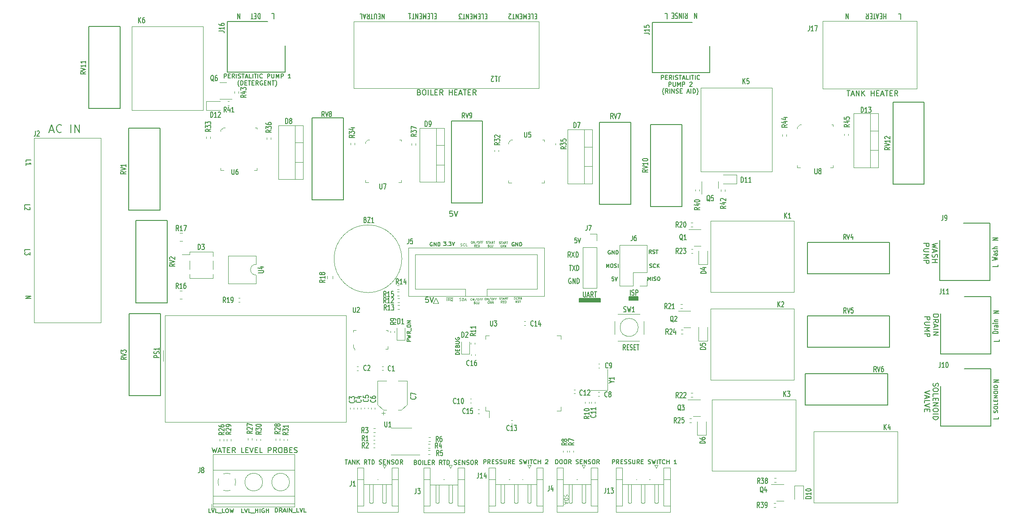
<source format=gbr>
%TF.GenerationSoftware,KiCad,Pcbnew,(6.0.2)*%
%TF.CreationDate,2022-03-02T13:09:42+03:00*%
%TF.ProjectId,Steel_form_Dish_washer PART 1,53746565-6c5f-4666-9f72-6d5f44697368,rev?*%
%TF.SameCoordinates,Original*%
%TF.FileFunction,Legend,Top*%
%TF.FilePolarity,Positive*%
%FSLAX46Y46*%
G04 Gerber Fmt 4.6, Leading zero omitted, Abs format (unit mm)*
G04 Created by KiCad (PCBNEW (6.0.2)) date 2022-03-02 13:09:42*
%MOMM*%
%LPD*%
G01*
G04 APERTURE LIST*
%ADD10C,0.150000*%
%ADD11C,0.200000*%
%ADD12C,0.100000*%
%ADD13C,0.125000*%
%ADD14C,0.160000*%
%ADD15C,0.120000*%
G04 APERTURE END LIST*
D10*
X239015000Y-112305000D02*
X237365000Y-112305000D01*
X237365000Y-112305000D02*
X237365000Y-111645000D01*
X237365000Y-111645000D02*
X239015000Y-111645000D01*
X239015000Y-111645000D02*
X239015000Y-112305000D01*
G36*
X239015000Y-112305000D02*
G01*
X237365000Y-112305000D01*
X237365000Y-111645000D01*
X239015000Y-111645000D01*
X239015000Y-112305000D01*
G37*
X239015000Y-112305000D02*
X237365000Y-112305000D01*
X237365000Y-111645000D01*
X239015000Y-111645000D01*
X239015000Y-112305000D01*
X231960000Y-112610000D02*
X227960000Y-112610000D01*
X227960000Y-112610000D02*
X227960000Y-111950000D01*
X227960000Y-111950000D02*
X231960000Y-111950000D01*
X231960000Y-111950000D02*
X231960000Y-112610000D01*
G36*
X231960000Y-112610000D02*
G01*
X227960000Y-112610000D01*
X227960000Y-111950000D01*
X231960000Y-111950000D01*
X231960000Y-112610000D01*
G37*
X231960000Y-112610000D02*
X227960000Y-112610000D01*
X227960000Y-111950000D01*
X231960000Y-111950000D01*
X231960000Y-112610000D01*
D11*
X127978571Y-80150000D02*
X128692857Y-80150000D01*
X127835714Y-80578571D02*
X128335714Y-79078571D01*
X128835714Y-80578571D01*
X130192857Y-80435714D02*
X130121428Y-80507142D01*
X129907142Y-80578571D01*
X129764285Y-80578571D01*
X129550000Y-80507142D01*
X129407142Y-80364285D01*
X129335714Y-80221428D01*
X129264285Y-79935714D01*
X129264285Y-79721428D01*
X129335714Y-79435714D01*
X129407142Y-79292857D01*
X129550000Y-79150000D01*
X129764285Y-79078571D01*
X129907142Y-79078571D01*
X130121428Y-79150000D01*
X130192857Y-79221428D01*
X131978571Y-80578571D02*
X131978571Y-79078571D01*
X132692857Y-80578571D02*
X132692857Y-79078571D01*
X133550000Y-80578571D01*
X133550000Y-79078571D01*
D10*
X288267857Y-58197619D02*
X288625000Y-58197619D01*
X288625000Y-59197619D01*
X233100000Y-106116666D02*
X233100000Y-105416666D01*
X233333333Y-105916666D01*
X233566666Y-105416666D01*
X233566666Y-106116666D01*
X234033333Y-105416666D02*
X234166666Y-105416666D01*
X234233333Y-105450000D01*
X234300000Y-105516666D01*
X234333333Y-105650000D01*
X234333333Y-105883333D01*
X234300000Y-106016666D01*
X234233333Y-106083333D01*
X234166666Y-106116666D01*
X234033333Y-106116666D01*
X233966666Y-106083333D01*
X233900000Y-106016666D01*
X233866666Y-105883333D01*
X233866666Y-105650000D01*
X233900000Y-105516666D01*
X233966666Y-105450000D01*
X234033333Y-105416666D01*
X234600000Y-106083333D02*
X234700000Y-106116666D01*
X234866666Y-106116666D01*
X234933333Y-106083333D01*
X234966666Y-106050000D01*
X235000000Y-105983333D01*
X235000000Y-105916666D01*
X234966666Y-105850000D01*
X234933333Y-105816666D01*
X234866666Y-105783333D01*
X234733333Y-105750000D01*
X234666666Y-105716666D01*
X234633333Y-105683333D01*
X234600000Y-105616666D01*
X234600000Y-105550000D01*
X234633333Y-105483333D01*
X234666666Y-105450000D01*
X234733333Y-105416666D01*
X234900000Y-105416666D01*
X235000000Y-105450000D01*
X235300000Y-106116666D02*
X235300000Y-105416666D01*
X164597619Y-152411904D02*
X164216666Y-152411904D01*
X164216666Y-151611904D01*
X164750000Y-151611904D02*
X165016666Y-152411904D01*
X165283333Y-151611904D01*
X165930952Y-152411904D02*
X165550000Y-152411904D01*
X165550000Y-151611904D01*
X166007142Y-152488095D02*
X166616666Y-152488095D01*
X166807142Y-152411904D02*
X166807142Y-151611904D01*
X166807142Y-151992857D02*
X167264285Y-151992857D01*
X167264285Y-152411904D02*
X167264285Y-151611904D01*
X167645238Y-152411904D02*
X167645238Y-151611904D01*
X168445238Y-151650000D02*
X168369047Y-151611904D01*
X168254761Y-151611904D01*
X168140476Y-151650000D01*
X168064285Y-151726190D01*
X168026190Y-151802380D01*
X167988095Y-151954761D01*
X167988095Y-152069047D01*
X168026190Y-152221428D01*
X168064285Y-152297619D01*
X168140476Y-152373809D01*
X168254761Y-152411904D01*
X168330952Y-152411904D01*
X168445238Y-152373809D01*
X168483333Y-152335714D01*
X168483333Y-152069047D01*
X168330952Y-152069047D01*
X168826190Y-152411904D02*
X168826190Y-151611904D01*
X168826190Y-151992857D02*
X169283333Y-151992857D01*
X169283333Y-152411904D02*
X169283333Y-151611904D01*
X227462142Y-100472380D02*
X227105000Y-100472380D01*
X227069285Y-100948571D01*
X227105000Y-100900952D01*
X227176428Y-100853333D01*
X227355000Y-100853333D01*
X227426428Y-100900952D01*
X227462142Y-100948571D01*
X227497857Y-101043809D01*
X227497857Y-101281904D01*
X227462142Y-101377142D01*
X227426428Y-101424761D01*
X227355000Y-101472380D01*
X227176428Y-101472380D01*
X227105000Y-101424761D01*
X227069285Y-101377142D01*
X227712142Y-100472380D02*
X227962142Y-101472380D01*
X228212142Y-100472380D01*
X285900000Y-58122619D02*
X285900000Y-59122619D01*
X285900000Y-58646428D02*
X285471428Y-58646428D01*
X285471428Y-58122619D02*
X285471428Y-59122619D01*
X285114285Y-58646428D02*
X284864285Y-58646428D01*
X284757142Y-58122619D02*
X285114285Y-58122619D01*
X285114285Y-59122619D01*
X284757142Y-59122619D01*
X284471428Y-58408333D02*
X284114285Y-58408333D01*
X284542857Y-58122619D02*
X284292857Y-59122619D01*
X284042857Y-58122619D01*
X283900000Y-59122619D02*
X283471428Y-59122619D01*
X283685714Y-58122619D02*
X283685714Y-59122619D01*
X283221428Y-58646428D02*
X282971428Y-58646428D01*
X282864285Y-58122619D02*
X283221428Y-58122619D01*
X283221428Y-59122619D01*
X282864285Y-59122619D01*
X282114285Y-58122619D02*
X282364285Y-58598809D01*
X282542857Y-58122619D02*
X282542857Y-59122619D01*
X282257142Y-59122619D01*
X282185714Y-59075000D01*
X282150000Y-59027380D01*
X282114285Y-58932142D01*
X282114285Y-58789285D01*
X282150000Y-58694047D01*
X282185714Y-58646428D01*
X282257142Y-58598809D01*
X282542857Y-58598809D01*
X200982142Y-58646428D02*
X200732142Y-58646428D01*
X200625000Y-58122619D02*
X200982142Y-58122619D01*
X200982142Y-59122619D01*
X200625000Y-59122619D01*
X199946428Y-58122619D02*
X200303571Y-58122619D01*
X200303571Y-59122619D01*
X199696428Y-58646428D02*
X199446428Y-58646428D01*
X199339285Y-58122619D02*
X199696428Y-58122619D01*
X199696428Y-59122619D01*
X199339285Y-59122619D01*
X199017857Y-58122619D02*
X199017857Y-59122619D01*
X198767857Y-58408333D01*
X198517857Y-59122619D01*
X198517857Y-58122619D01*
X198160714Y-58646428D02*
X197910714Y-58646428D01*
X197803571Y-58122619D02*
X198160714Y-58122619D01*
X198160714Y-59122619D01*
X197803571Y-59122619D01*
X197482142Y-58122619D02*
X197482142Y-59122619D01*
X197053571Y-58122619D01*
X197053571Y-59122619D01*
X196803571Y-59122619D02*
X196375000Y-59122619D01*
X196589285Y-58122619D02*
X196589285Y-59122619D01*
X195732142Y-58122619D02*
X196160714Y-58122619D01*
X195946428Y-58122619D02*
X195946428Y-59122619D01*
X196017857Y-58979761D01*
X196089285Y-58884523D01*
X196160714Y-58836904D01*
X250114285Y-57997619D02*
X250114285Y-58997619D01*
X249685714Y-57997619D01*
X249685714Y-58997619D01*
X295627619Y-101567857D02*
X294627619Y-101805952D01*
X295341904Y-101996428D01*
X294627619Y-102186904D01*
X295627619Y-102425000D01*
X294913333Y-102758333D02*
X294913333Y-103234523D01*
X294627619Y-102663095D02*
X295627619Y-102996428D01*
X294627619Y-103329761D01*
X294675238Y-103615476D02*
X294627619Y-103758333D01*
X294627619Y-103996428D01*
X294675238Y-104091666D01*
X294722857Y-104139285D01*
X294818095Y-104186904D01*
X294913333Y-104186904D01*
X295008571Y-104139285D01*
X295056190Y-104091666D01*
X295103809Y-103996428D01*
X295151428Y-103805952D01*
X295199047Y-103710714D01*
X295246666Y-103663095D01*
X295341904Y-103615476D01*
X295437142Y-103615476D01*
X295532380Y-103663095D01*
X295580000Y-103710714D01*
X295627619Y-103805952D01*
X295627619Y-104044047D01*
X295580000Y-104186904D01*
X294627619Y-104615476D02*
X295627619Y-104615476D01*
X295151428Y-104615476D02*
X295151428Y-105186904D01*
X294627619Y-105186904D02*
X295627619Y-105186904D01*
X293017619Y-101567857D02*
X294017619Y-101567857D01*
X294017619Y-101948809D01*
X293970000Y-102044047D01*
X293922380Y-102091666D01*
X293827142Y-102139285D01*
X293684285Y-102139285D01*
X293589047Y-102091666D01*
X293541428Y-102044047D01*
X293493809Y-101948809D01*
X293493809Y-101567857D01*
X294017619Y-102567857D02*
X293208095Y-102567857D01*
X293112857Y-102615476D01*
X293065238Y-102663095D01*
X293017619Y-102758333D01*
X293017619Y-102948809D01*
X293065238Y-103044047D01*
X293112857Y-103091666D01*
X293208095Y-103139285D01*
X294017619Y-103139285D01*
X293017619Y-103615476D02*
X294017619Y-103615476D01*
X293303333Y-103948809D01*
X294017619Y-104282142D01*
X293017619Y-104282142D01*
X293017619Y-104758333D02*
X294017619Y-104758333D01*
X294017619Y-105139285D01*
X293970000Y-105234523D01*
X293922380Y-105282142D01*
X293827142Y-105329761D01*
X293684285Y-105329761D01*
X293589047Y-105282142D01*
X293541428Y-105234523D01*
X293493809Y-105139285D01*
X293493809Y-104758333D01*
X170542857Y-152361904D02*
X170542857Y-151561904D01*
X170733333Y-151561904D01*
X170847619Y-151600000D01*
X170923809Y-151676190D01*
X170961904Y-151752380D01*
X171000000Y-151904761D01*
X171000000Y-152019047D01*
X170961904Y-152171428D01*
X170923809Y-152247619D01*
X170847619Y-152323809D01*
X170733333Y-152361904D01*
X170542857Y-152361904D01*
X171800000Y-152361904D02*
X171533333Y-151980952D01*
X171342857Y-152361904D02*
X171342857Y-151561904D01*
X171647619Y-151561904D01*
X171723809Y-151600000D01*
X171761904Y-151638095D01*
X171800000Y-151714285D01*
X171800000Y-151828571D01*
X171761904Y-151904761D01*
X171723809Y-151942857D01*
X171647619Y-151980952D01*
X171342857Y-151980952D01*
X172104761Y-152133333D02*
X172485714Y-152133333D01*
X172028571Y-152361904D02*
X172295238Y-151561904D01*
X172561904Y-152361904D01*
X172828571Y-152361904D02*
X172828571Y-151561904D01*
X173209523Y-152361904D02*
X173209523Y-151561904D01*
X173666666Y-152361904D01*
X173666666Y-151561904D01*
X173857142Y-152438095D02*
X174466666Y-152438095D01*
X175038095Y-152361904D02*
X174657142Y-152361904D01*
X174657142Y-151561904D01*
X175190476Y-151561904D02*
X175457142Y-152361904D01*
X175723809Y-151561904D01*
X176371428Y-152361904D02*
X175990476Y-152361904D01*
X175990476Y-151561904D01*
D12*
X225151666Y-149040000D02*
X225118333Y-149140000D01*
X225118333Y-149306666D01*
X225151666Y-149373333D01*
X225185000Y-149406666D01*
X225251666Y-149440000D01*
X225318333Y-149440000D01*
X225385000Y-149406666D01*
X225418333Y-149373333D01*
X225451666Y-149306666D01*
X225485000Y-149173333D01*
X225518333Y-149106666D01*
X225551666Y-149073333D01*
X225618333Y-149040000D01*
X225685000Y-149040000D01*
X225751666Y-149073333D01*
X225785000Y-149106666D01*
X225818333Y-149173333D01*
X225818333Y-149340000D01*
X225785000Y-149440000D01*
X225118333Y-149740000D02*
X225818333Y-149740000D01*
X225818333Y-149906666D01*
X225785000Y-150006666D01*
X225718333Y-150073333D01*
X225651666Y-150106666D01*
X225518333Y-150140000D01*
X225418333Y-150140000D01*
X225285000Y-150106666D01*
X225218333Y-150073333D01*
X225151666Y-150006666D01*
X225118333Y-149906666D01*
X225118333Y-149740000D01*
X225318333Y-150406666D02*
X225318333Y-150740000D01*
X225118333Y-150340000D02*
X225818333Y-150573333D01*
X225118333Y-150806666D01*
D10*
X307177380Y-127764285D02*
X306177380Y-127764285D01*
X307177380Y-127335714D01*
X306177380Y-127335714D01*
X123447619Y-86125000D02*
X123447619Y-85767857D01*
X124447619Y-85767857D01*
X123447619Y-86767857D02*
X123447619Y-86339285D01*
X123447619Y-86553571D02*
X124447619Y-86553571D01*
X124304761Y-86482142D01*
X124209523Y-86410714D01*
X124161904Y-86339285D01*
X204004523Y-95452380D02*
X203528333Y-95452380D01*
X203480714Y-95928571D01*
X203528333Y-95880952D01*
X203623571Y-95833333D01*
X203861666Y-95833333D01*
X203956904Y-95880952D01*
X204004523Y-95928571D01*
X204052142Y-96023809D01*
X204052142Y-96261904D01*
X204004523Y-96357142D01*
X203956904Y-96404761D01*
X203861666Y-96452380D01*
X203623571Y-96452380D01*
X203528333Y-96404761D01*
X203480714Y-96357142D01*
X204337857Y-95452380D02*
X204671190Y-96452380D01*
X205004523Y-95452380D01*
D12*
X212809523Y-101564904D02*
X212866666Y-101583952D01*
X212961904Y-101583952D01*
X213000000Y-101564904D01*
X213019047Y-101545857D01*
X213038095Y-101507761D01*
X213038095Y-101469666D01*
X213019047Y-101431571D01*
X213000000Y-101412523D01*
X212961904Y-101393476D01*
X212885714Y-101374428D01*
X212847619Y-101355380D01*
X212828571Y-101336333D01*
X212809523Y-101298238D01*
X212809523Y-101260142D01*
X212828571Y-101222047D01*
X212847619Y-101203000D01*
X212885714Y-101183952D01*
X212980952Y-101183952D01*
X213038095Y-101203000D01*
X213152380Y-101183952D02*
X213380952Y-101183952D01*
X213266666Y-101583952D02*
X213266666Y-101183952D01*
X213495238Y-101469666D02*
X213685714Y-101469666D01*
X213457142Y-101583952D02*
X213590476Y-101183952D01*
X213723809Y-101583952D01*
X214085714Y-101583952D02*
X213952380Y-101393476D01*
X213857142Y-101583952D02*
X213857142Y-101183952D01*
X214009523Y-101183952D01*
X214047619Y-101203000D01*
X214066666Y-101222047D01*
X214085714Y-101260142D01*
X214085714Y-101317285D01*
X214066666Y-101355380D01*
X214047619Y-101374428D01*
X214009523Y-101393476D01*
X213857142Y-101393476D01*
X214200000Y-101183952D02*
X214428571Y-101183952D01*
X214314285Y-101583952D02*
X214314285Y-101183952D01*
X213295238Y-101847000D02*
X213257142Y-101827952D01*
X213200000Y-101827952D01*
X213142857Y-101847000D01*
X213104761Y-101885095D01*
X213085714Y-101923190D01*
X213066666Y-101999380D01*
X213066666Y-102056523D01*
X213085714Y-102132714D01*
X213104761Y-102170809D01*
X213142857Y-102208904D01*
X213200000Y-102227952D01*
X213238095Y-102227952D01*
X213295238Y-102208904D01*
X213314285Y-102189857D01*
X213314285Y-102056523D01*
X213238095Y-102056523D01*
X213714285Y-102227952D02*
X213580952Y-102037476D01*
X213485714Y-102227952D02*
X213485714Y-101827952D01*
X213638095Y-101827952D01*
X213676190Y-101847000D01*
X213695238Y-101866047D01*
X213714285Y-101904142D01*
X213714285Y-101961285D01*
X213695238Y-101999380D01*
X213676190Y-102018428D01*
X213638095Y-102037476D01*
X213485714Y-102037476D01*
X213885714Y-102227952D02*
X213885714Y-101827952D01*
X214114285Y-102227952D01*
X214114285Y-101827952D01*
D10*
X167696428Y-58072619D02*
X167696428Y-59072619D01*
X167517857Y-59072619D01*
X167410714Y-59025000D01*
X167339285Y-58929761D01*
X167303571Y-58834523D01*
X167267857Y-58644047D01*
X167267857Y-58501190D01*
X167303571Y-58310714D01*
X167339285Y-58215476D01*
X167410714Y-58120238D01*
X167517857Y-58072619D01*
X167696428Y-58072619D01*
X166946428Y-58596428D02*
X166696428Y-58596428D01*
X166589285Y-58072619D02*
X166946428Y-58072619D01*
X166946428Y-59072619D01*
X166589285Y-59072619D01*
X166375000Y-59072619D02*
X165946428Y-59072619D01*
X166160714Y-58072619D02*
X166160714Y-59072619D01*
D13*
X205529761Y-102002380D02*
X205601190Y-102026190D01*
X205720238Y-102026190D01*
X205767857Y-102002380D01*
X205791666Y-101978571D01*
X205815476Y-101930952D01*
X205815476Y-101883333D01*
X205791666Y-101835714D01*
X205767857Y-101811904D01*
X205720238Y-101788095D01*
X205625000Y-101764285D01*
X205577380Y-101740476D01*
X205553571Y-101716666D01*
X205529761Y-101669047D01*
X205529761Y-101621428D01*
X205553571Y-101573809D01*
X205577380Y-101550000D01*
X205625000Y-101526190D01*
X205744047Y-101526190D01*
X205815476Y-101550000D01*
X206315476Y-101978571D02*
X206291666Y-102002380D01*
X206220238Y-102026190D01*
X206172619Y-102026190D01*
X206101190Y-102002380D01*
X206053571Y-101954761D01*
X206029761Y-101907142D01*
X206005952Y-101811904D01*
X206005952Y-101740476D01*
X206029761Y-101645238D01*
X206053571Y-101597619D01*
X206101190Y-101550000D01*
X206172619Y-101526190D01*
X206220238Y-101526190D01*
X206291666Y-101550000D01*
X206315476Y-101573809D01*
X206767857Y-102026190D02*
X206529761Y-102026190D01*
X206529761Y-101526190D01*
D10*
X247960714Y-58047619D02*
X248210714Y-58523809D01*
X248389285Y-58047619D02*
X248389285Y-59047619D01*
X248103571Y-59047619D01*
X248032142Y-59000000D01*
X247996428Y-58952380D01*
X247960714Y-58857142D01*
X247960714Y-58714285D01*
X247996428Y-58619047D01*
X248032142Y-58571428D01*
X248103571Y-58523809D01*
X248389285Y-58523809D01*
X247639285Y-58047619D02*
X247639285Y-59047619D01*
X247282142Y-58047619D02*
X247282142Y-59047619D01*
X246853571Y-58047619D01*
X246853571Y-59047619D01*
X246532142Y-58095238D02*
X246425000Y-58047619D01*
X246246428Y-58047619D01*
X246175000Y-58095238D01*
X246139285Y-58142857D01*
X246103571Y-58238095D01*
X246103571Y-58333333D01*
X246139285Y-58428571D01*
X246175000Y-58476190D01*
X246246428Y-58523809D01*
X246389285Y-58571428D01*
X246460714Y-58619047D01*
X246496428Y-58666666D01*
X246532142Y-58761904D01*
X246532142Y-58857142D01*
X246496428Y-58952380D01*
X246460714Y-59000000D01*
X246389285Y-59047619D01*
X246210714Y-59047619D01*
X246103571Y-59000000D01*
X245782142Y-58571428D02*
X245532142Y-58571428D01*
X245425000Y-58047619D02*
X245782142Y-58047619D01*
X245782142Y-59047619D01*
X245425000Y-59047619D01*
D13*
X202819047Y-111760000D02*
X203057142Y-111760000D01*
X202938095Y-112401190D02*
X202938095Y-111901190D01*
X203057142Y-111760000D02*
X203557142Y-111760000D01*
X203461904Y-112401190D02*
X203295238Y-112163095D01*
X203176190Y-112401190D02*
X203176190Y-111901190D01*
X203366666Y-111901190D01*
X203414285Y-111925000D01*
X203438095Y-111948809D01*
X203461904Y-111996428D01*
X203461904Y-112067857D01*
X203438095Y-112115476D01*
X203414285Y-112139285D01*
X203366666Y-112163095D01*
X203176190Y-112163095D01*
X203557142Y-111760000D02*
X204080952Y-111760000D01*
X204009523Y-112448809D02*
X203961904Y-112425000D01*
X203914285Y-112377380D01*
X203842857Y-112305952D01*
X203795238Y-112282142D01*
X203747619Y-112282142D01*
X203771428Y-112401190D02*
X203723809Y-112377380D01*
X203676190Y-112329761D01*
X203652380Y-112234523D01*
X203652380Y-112067857D01*
X203676190Y-111972619D01*
X203723809Y-111925000D01*
X203771428Y-111901190D01*
X203866666Y-111901190D01*
X203914285Y-111925000D01*
X203961904Y-111972619D01*
X203985714Y-112067857D01*
X203985714Y-112234523D01*
X203961904Y-112329761D01*
X203914285Y-112377380D01*
X203866666Y-112401190D01*
X203771428Y-112401190D01*
D10*
X226383571Y-108170000D02*
X226312142Y-108122380D01*
X226205000Y-108122380D01*
X226097857Y-108170000D01*
X226026428Y-108265238D01*
X225990714Y-108360476D01*
X225955000Y-108550952D01*
X225955000Y-108693809D01*
X225990714Y-108884285D01*
X226026428Y-108979523D01*
X226097857Y-109074761D01*
X226205000Y-109122380D01*
X226276428Y-109122380D01*
X226383571Y-109074761D01*
X226419285Y-109027142D01*
X226419285Y-108693809D01*
X226276428Y-108693809D01*
X226740714Y-109122380D02*
X226740714Y-108122380D01*
X227169285Y-109122380D01*
X227169285Y-108122380D01*
X227526428Y-109122380D02*
X227526428Y-108122380D01*
X227705000Y-108122380D01*
X227812142Y-108170000D01*
X227883571Y-108265238D01*
X227919285Y-108360476D01*
X227955000Y-108550952D01*
X227955000Y-108693809D01*
X227919285Y-108884285D01*
X227883571Y-108979523D01*
X227812142Y-109074761D01*
X227705000Y-109122380D01*
X227526428Y-109122380D01*
X160883333Y-70317904D02*
X160883333Y-69517904D01*
X161188095Y-69517904D01*
X161264285Y-69556000D01*
X161302380Y-69594095D01*
X161340476Y-69670285D01*
X161340476Y-69784571D01*
X161302380Y-69860761D01*
X161264285Y-69898857D01*
X161188095Y-69936952D01*
X160883333Y-69936952D01*
X161683333Y-69898857D02*
X161950000Y-69898857D01*
X162064285Y-70317904D02*
X161683333Y-70317904D01*
X161683333Y-69517904D01*
X162064285Y-69517904D01*
X162864285Y-70317904D02*
X162597619Y-69936952D01*
X162407142Y-70317904D02*
X162407142Y-69517904D01*
X162711904Y-69517904D01*
X162788095Y-69556000D01*
X162826190Y-69594095D01*
X162864285Y-69670285D01*
X162864285Y-69784571D01*
X162826190Y-69860761D01*
X162788095Y-69898857D01*
X162711904Y-69936952D01*
X162407142Y-69936952D01*
X163207142Y-70317904D02*
X163207142Y-69517904D01*
X163550000Y-70279809D02*
X163664285Y-70317904D01*
X163854761Y-70317904D01*
X163930952Y-70279809D01*
X163969047Y-70241714D01*
X164007142Y-70165523D01*
X164007142Y-70089333D01*
X163969047Y-70013142D01*
X163930952Y-69975047D01*
X163854761Y-69936952D01*
X163702380Y-69898857D01*
X163626190Y-69860761D01*
X163588095Y-69822666D01*
X163550000Y-69746476D01*
X163550000Y-69670285D01*
X163588095Y-69594095D01*
X163626190Y-69556000D01*
X163702380Y-69517904D01*
X163892857Y-69517904D01*
X164007142Y-69556000D01*
X164235714Y-69517904D02*
X164692857Y-69517904D01*
X164464285Y-70317904D02*
X164464285Y-69517904D01*
X164921428Y-70089333D02*
X165302380Y-70089333D01*
X164845238Y-70317904D02*
X165111904Y-69517904D01*
X165378571Y-70317904D01*
X166026190Y-70317904D02*
X165645238Y-70317904D01*
X165645238Y-69517904D01*
X166292857Y-70317904D02*
X166292857Y-69517904D01*
X166559523Y-69517904D02*
X167016666Y-69517904D01*
X166788095Y-70317904D02*
X166788095Y-69517904D01*
X167283333Y-70317904D02*
X167283333Y-69517904D01*
X168121428Y-70241714D02*
X168083333Y-70279809D01*
X167969047Y-70317904D01*
X167892857Y-70317904D01*
X167778571Y-70279809D01*
X167702380Y-70203619D01*
X167664285Y-70127428D01*
X167626190Y-69975047D01*
X167626190Y-69860761D01*
X167664285Y-69708380D01*
X167702380Y-69632190D01*
X167778571Y-69556000D01*
X167892857Y-69517904D01*
X167969047Y-69517904D01*
X168083333Y-69556000D01*
X168121428Y-69594095D01*
X169073809Y-70317904D02*
X169073809Y-69517904D01*
X169378571Y-69517904D01*
X169454761Y-69556000D01*
X169492857Y-69594095D01*
X169530952Y-69670285D01*
X169530952Y-69784571D01*
X169492857Y-69860761D01*
X169454761Y-69898857D01*
X169378571Y-69936952D01*
X169073809Y-69936952D01*
X169873809Y-69517904D02*
X169873809Y-70165523D01*
X169911904Y-70241714D01*
X169950000Y-70279809D01*
X170026190Y-70317904D01*
X170178571Y-70317904D01*
X170254761Y-70279809D01*
X170292857Y-70241714D01*
X170330952Y-70165523D01*
X170330952Y-69517904D01*
X170711904Y-70317904D02*
X170711904Y-69517904D01*
X170978571Y-70089333D01*
X171245238Y-69517904D01*
X171245238Y-70317904D01*
X171626190Y-70317904D02*
X171626190Y-69517904D01*
X171930952Y-69517904D01*
X172007142Y-69556000D01*
X172045238Y-69594095D01*
X172083333Y-69670285D01*
X172083333Y-69784571D01*
X172045238Y-69860761D01*
X172007142Y-69898857D01*
X171930952Y-69936952D01*
X171626190Y-69936952D01*
X173454761Y-70317904D02*
X172997619Y-70317904D01*
X173226190Y-70317904D02*
X173226190Y-69517904D01*
X173150000Y-69632190D01*
X173073809Y-69708380D01*
X172997619Y-69746476D01*
X163721428Y-71910666D02*
X163683333Y-71872571D01*
X163607142Y-71758285D01*
X163569047Y-71682095D01*
X163530952Y-71567809D01*
X163492857Y-71377333D01*
X163492857Y-71224952D01*
X163530952Y-71034476D01*
X163569047Y-70920190D01*
X163607142Y-70844000D01*
X163683333Y-70729714D01*
X163721428Y-70691619D01*
X164026190Y-71605904D02*
X164026190Y-70805904D01*
X164216666Y-70805904D01*
X164330952Y-70844000D01*
X164407142Y-70920190D01*
X164445238Y-70996380D01*
X164483333Y-71148761D01*
X164483333Y-71263047D01*
X164445238Y-71415428D01*
X164407142Y-71491619D01*
X164330952Y-71567809D01*
X164216666Y-71605904D01*
X164026190Y-71605904D01*
X164826190Y-71186857D02*
X165092857Y-71186857D01*
X165207142Y-71605904D02*
X164826190Y-71605904D01*
X164826190Y-70805904D01*
X165207142Y-70805904D01*
X165435714Y-70805904D02*
X165892857Y-70805904D01*
X165664285Y-71605904D02*
X165664285Y-70805904D01*
X166159523Y-71186857D02*
X166426190Y-71186857D01*
X166540476Y-71605904D02*
X166159523Y-71605904D01*
X166159523Y-70805904D01*
X166540476Y-70805904D01*
X167340476Y-71605904D02*
X167073809Y-71224952D01*
X166883333Y-71605904D02*
X166883333Y-70805904D01*
X167188095Y-70805904D01*
X167264285Y-70844000D01*
X167302380Y-70882095D01*
X167340476Y-70958285D01*
X167340476Y-71072571D01*
X167302380Y-71148761D01*
X167264285Y-71186857D01*
X167188095Y-71224952D01*
X166883333Y-71224952D01*
X168102380Y-70844000D02*
X168026190Y-70805904D01*
X167911904Y-70805904D01*
X167797619Y-70844000D01*
X167721428Y-70920190D01*
X167683333Y-70996380D01*
X167645238Y-71148761D01*
X167645238Y-71263047D01*
X167683333Y-71415428D01*
X167721428Y-71491619D01*
X167797619Y-71567809D01*
X167911904Y-71605904D01*
X167988095Y-71605904D01*
X168102380Y-71567809D01*
X168140476Y-71529714D01*
X168140476Y-71263047D01*
X167988095Y-71263047D01*
X168483333Y-71186857D02*
X168750000Y-71186857D01*
X168864285Y-71605904D02*
X168483333Y-71605904D01*
X168483333Y-70805904D01*
X168864285Y-70805904D01*
X169207142Y-71605904D02*
X169207142Y-70805904D01*
X169664285Y-71605904D01*
X169664285Y-70805904D01*
X169930952Y-70805904D02*
X170388095Y-70805904D01*
X170159523Y-71605904D02*
X170159523Y-70805904D01*
X170578571Y-71910666D02*
X170616666Y-71872571D01*
X170692857Y-71758285D01*
X170730952Y-71682095D01*
X170769047Y-71567809D01*
X170807142Y-71377333D01*
X170807142Y-71224952D01*
X170769047Y-71034476D01*
X170730952Y-70920190D01*
X170692857Y-70844000D01*
X170616666Y-70729714D01*
X170578571Y-70691619D01*
X210557142Y-58671428D02*
X210307142Y-58671428D01*
X210200000Y-58147619D02*
X210557142Y-58147619D01*
X210557142Y-59147619D01*
X210200000Y-59147619D01*
X209521428Y-58147619D02*
X209878571Y-58147619D01*
X209878571Y-59147619D01*
X209271428Y-58671428D02*
X209021428Y-58671428D01*
X208914285Y-58147619D02*
X209271428Y-58147619D01*
X209271428Y-59147619D01*
X208914285Y-59147619D01*
X208592857Y-58147619D02*
X208592857Y-59147619D01*
X208342857Y-58433333D01*
X208092857Y-59147619D01*
X208092857Y-58147619D01*
X207735714Y-58671428D02*
X207485714Y-58671428D01*
X207378571Y-58147619D02*
X207735714Y-58147619D01*
X207735714Y-59147619D01*
X207378571Y-59147619D01*
X207057142Y-58147619D02*
X207057142Y-59147619D01*
X206628571Y-58147619D01*
X206628571Y-59147619D01*
X206378571Y-59147619D02*
X205950000Y-59147619D01*
X206164285Y-58147619D02*
X206164285Y-59147619D01*
X205771428Y-59147619D02*
X205307142Y-59147619D01*
X205557142Y-58766666D01*
X205450000Y-58766666D01*
X205378571Y-58719047D01*
X205342857Y-58671428D01*
X205307142Y-58576190D01*
X205307142Y-58338095D01*
X205342857Y-58242857D01*
X205378571Y-58195238D01*
X205450000Y-58147619D01*
X205664285Y-58147619D01*
X205735714Y-58195238D01*
X205771428Y-58242857D01*
X163839285Y-58097619D02*
X163839285Y-59097619D01*
X163410714Y-58097619D01*
X163410714Y-59097619D01*
X307177380Y-114739285D02*
X306177380Y-114739285D01*
X307177380Y-114310714D01*
X306177380Y-114310714D01*
X197733333Y-72978571D02*
X197876190Y-73026190D01*
X197923809Y-73073809D01*
X197971428Y-73169047D01*
X197971428Y-73311904D01*
X197923809Y-73407142D01*
X197876190Y-73454761D01*
X197780952Y-73502380D01*
X197400000Y-73502380D01*
X197400000Y-72502380D01*
X197733333Y-72502380D01*
X197828571Y-72550000D01*
X197876190Y-72597619D01*
X197923809Y-72692857D01*
X197923809Y-72788095D01*
X197876190Y-72883333D01*
X197828571Y-72930952D01*
X197733333Y-72978571D01*
X197400000Y-72978571D01*
X198590476Y-72502380D02*
X198780952Y-72502380D01*
X198876190Y-72550000D01*
X198971428Y-72645238D01*
X199019047Y-72835714D01*
X199019047Y-73169047D01*
X198971428Y-73359523D01*
X198876190Y-73454761D01*
X198780952Y-73502380D01*
X198590476Y-73502380D01*
X198495238Y-73454761D01*
X198400000Y-73359523D01*
X198352380Y-73169047D01*
X198352380Y-72835714D01*
X198400000Y-72645238D01*
X198495238Y-72550000D01*
X198590476Y-72502380D01*
X199447619Y-73502380D02*
X199447619Y-72502380D01*
X200400000Y-73502380D02*
X199923809Y-73502380D01*
X199923809Y-72502380D01*
X200733333Y-72978571D02*
X201066666Y-72978571D01*
X201209523Y-73502380D02*
X200733333Y-73502380D01*
X200733333Y-72502380D01*
X201209523Y-72502380D01*
X202209523Y-73502380D02*
X201876190Y-73026190D01*
X201638095Y-73502380D02*
X201638095Y-72502380D01*
X202019047Y-72502380D01*
X202114285Y-72550000D01*
X202161904Y-72597619D01*
X202209523Y-72692857D01*
X202209523Y-72835714D01*
X202161904Y-72930952D01*
X202114285Y-72978571D01*
X202019047Y-73026190D01*
X201638095Y-73026190D01*
X203400000Y-73502380D02*
X203400000Y-72502380D01*
X203400000Y-72978571D02*
X203971428Y-72978571D01*
X203971428Y-73502380D02*
X203971428Y-72502380D01*
X204447619Y-72978571D02*
X204780952Y-72978571D01*
X204923809Y-73502380D02*
X204447619Y-73502380D01*
X204447619Y-72502380D01*
X204923809Y-72502380D01*
X205304761Y-73216666D02*
X205780952Y-73216666D01*
X205209523Y-73502380D02*
X205542857Y-72502380D01*
X205876190Y-73502380D01*
X206066666Y-72502380D02*
X206638095Y-72502380D01*
X206352380Y-73502380D02*
X206352380Y-72502380D01*
X206971428Y-72978571D02*
X207304761Y-72978571D01*
X207447619Y-73502380D02*
X206971428Y-73502380D01*
X206971428Y-72502380D01*
X207447619Y-72502380D01*
X208447619Y-73502380D02*
X208114285Y-73026190D01*
X207876190Y-73502380D02*
X207876190Y-72502380D01*
X208257142Y-72502380D01*
X208352380Y-72550000D01*
X208400000Y-72597619D01*
X208447619Y-72692857D01*
X208447619Y-72835714D01*
X208400000Y-72930952D01*
X208352380Y-72978571D01*
X208257142Y-73026190D01*
X207876190Y-73026190D01*
X209892857Y-143211904D02*
X209892857Y-142411904D01*
X210197619Y-142411904D01*
X210273809Y-142450000D01*
X210311904Y-142488095D01*
X210350000Y-142564285D01*
X210350000Y-142678571D01*
X210311904Y-142754761D01*
X210273809Y-142792857D01*
X210197619Y-142830952D01*
X209892857Y-142830952D01*
X211150000Y-143211904D02*
X210883333Y-142830952D01*
X210692857Y-143211904D02*
X210692857Y-142411904D01*
X210997619Y-142411904D01*
X211073809Y-142450000D01*
X211111904Y-142488095D01*
X211150000Y-142564285D01*
X211150000Y-142678571D01*
X211111904Y-142754761D01*
X211073809Y-142792857D01*
X210997619Y-142830952D01*
X210692857Y-142830952D01*
X211492857Y-142792857D02*
X211759523Y-142792857D01*
X211873809Y-143211904D02*
X211492857Y-143211904D01*
X211492857Y-142411904D01*
X211873809Y-142411904D01*
X212178571Y-143173809D02*
X212292857Y-143211904D01*
X212483333Y-143211904D01*
X212559523Y-143173809D01*
X212597619Y-143135714D01*
X212635714Y-143059523D01*
X212635714Y-142983333D01*
X212597619Y-142907142D01*
X212559523Y-142869047D01*
X212483333Y-142830952D01*
X212330952Y-142792857D01*
X212254761Y-142754761D01*
X212216666Y-142716666D01*
X212178571Y-142640476D01*
X212178571Y-142564285D01*
X212216666Y-142488095D01*
X212254761Y-142450000D01*
X212330952Y-142411904D01*
X212521428Y-142411904D01*
X212635714Y-142450000D01*
X212940476Y-143173809D02*
X213054761Y-143211904D01*
X213245238Y-143211904D01*
X213321428Y-143173809D01*
X213359523Y-143135714D01*
X213397619Y-143059523D01*
X213397619Y-142983333D01*
X213359523Y-142907142D01*
X213321428Y-142869047D01*
X213245238Y-142830952D01*
X213092857Y-142792857D01*
X213016666Y-142754761D01*
X212978571Y-142716666D01*
X212940476Y-142640476D01*
X212940476Y-142564285D01*
X212978571Y-142488095D01*
X213016666Y-142450000D01*
X213092857Y-142411904D01*
X213283333Y-142411904D01*
X213397619Y-142450000D01*
X213740476Y-142411904D02*
X213740476Y-143059523D01*
X213778571Y-143135714D01*
X213816666Y-143173809D01*
X213892857Y-143211904D01*
X214045238Y-143211904D01*
X214121428Y-143173809D01*
X214159523Y-143135714D01*
X214197619Y-143059523D01*
X214197619Y-142411904D01*
X215035714Y-143211904D02*
X214769047Y-142830952D01*
X214578571Y-143211904D02*
X214578571Y-142411904D01*
X214883333Y-142411904D01*
X214959523Y-142450000D01*
X214997619Y-142488095D01*
X215035714Y-142564285D01*
X215035714Y-142678571D01*
X214997619Y-142754761D01*
X214959523Y-142792857D01*
X214883333Y-142830952D01*
X214578571Y-142830952D01*
X215378571Y-142792857D02*
X215645238Y-142792857D01*
X215759523Y-143211904D02*
X215378571Y-143211904D01*
X215378571Y-142411904D01*
X215759523Y-142411904D01*
X216673809Y-143173809D02*
X216788095Y-143211904D01*
X216978571Y-143211904D01*
X217054761Y-143173809D01*
X217092857Y-143135714D01*
X217130952Y-143059523D01*
X217130952Y-142983333D01*
X217092857Y-142907142D01*
X217054761Y-142869047D01*
X216978571Y-142830952D01*
X216826190Y-142792857D01*
X216750000Y-142754761D01*
X216711904Y-142716666D01*
X216673809Y-142640476D01*
X216673809Y-142564285D01*
X216711904Y-142488095D01*
X216750000Y-142450000D01*
X216826190Y-142411904D01*
X217016666Y-142411904D01*
X217130952Y-142450000D01*
X217397619Y-142411904D02*
X217588095Y-143211904D01*
X217740476Y-142640476D01*
X217892857Y-143211904D01*
X218083333Y-142411904D01*
X218388095Y-143211904D02*
X218388095Y-142411904D01*
X218654761Y-142411904D02*
X219111904Y-142411904D01*
X218883333Y-143211904D02*
X218883333Y-142411904D01*
X219835714Y-143135714D02*
X219797619Y-143173809D01*
X219683333Y-143211904D01*
X219607142Y-143211904D01*
X219492857Y-143173809D01*
X219416666Y-143097619D01*
X219378571Y-143021428D01*
X219340476Y-142869047D01*
X219340476Y-142754761D01*
X219378571Y-142602380D01*
X219416666Y-142526190D01*
X219492857Y-142450000D01*
X219607142Y-142411904D01*
X219683333Y-142411904D01*
X219797619Y-142450000D01*
X219835714Y-142488095D01*
X220178571Y-143211904D02*
X220178571Y-142411904D01*
X220178571Y-142792857D02*
X220635714Y-142792857D01*
X220635714Y-143211904D02*
X220635714Y-142411904D01*
X221588095Y-142488095D02*
X221626190Y-142450000D01*
X221702380Y-142411904D01*
X221892857Y-142411904D01*
X221969047Y-142450000D01*
X222007142Y-142488095D01*
X222045238Y-142564285D01*
X222045238Y-142640476D01*
X222007142Y-142754761D01*
X221550000Y-143211904D01*
X222045238Y-143211904D01*
X233816666Y-102900000D02*
X233750000Y-102866666D01*
X233650000Y-102866666D01*
X233550000Y-102900000D01*
X233483333Y-102966666D01*
X233450000Y-103033333D01*
X233416666Y-103166666D01*
X233416666Y-103266666D01*
X233450000Y-103400000D01*
X233483333Y-103466666D01*
X233550000Y-103533333D01*
X233650000Y-103566666D01*
X233716666Y-103566666D01*
X233816666Y-103533333D01*
X233850000Y-103500000D01*
X233850000Y-103266666D01*
X233716666Y-103266666D01*
X234150000Y-103566666D02*
X234150000Y-102866666D01*
X234550000Y-103566666D01*
X234550000Y-102866666D01*
X234883333Y-103566666D02*
X234883333Y-102866666D01*
X235050000Y-102866666D01*
X235150000Y-102900000D01*
X235216666Y-102966666D01*
X235250000Y-103033333D01*
X235283333Y-103166666D01*
X235283333Y-103266666D01*
X235250000Y-103400000D01*
X235216666Y-103466666D01*
X235150000Y-103533333D01*
X235050000Y-103566666D01*
X234883333Y-103566666D01*
X226305000Y-104172380D02*
X226055000Y-103696190D01*
X225876428Y-104172380D02*
X225876428Y-103172380D01*
X226162142Y-103172380D01*
X226233571Y-103220000D01*
X226269285Y-103267619D01*
X226305000Y-103362857D01*
X226305000Y-103505714D01*
X226269285Y-103600952D01*
X226233571Y-103648571D01*
X226162142Y-103696190D01*
X225876428Y-103696190D01*
X226555000Y-103172380D02*
X227055000Y-104172380D01*
X227055000Y-103172380D02*
X226555000Y-104172380D01*
X227340714Y-104172380D02*
X227340714Y-103172380D01*
X227519285Y-103172380D01*
X227626428Y-103220000D01*
X227697857Y-103315238D01*
X227733571Y-103410476D01*
X227769285Y-103600952D01*
X227769285Y-103743809D01*
X227733571Y-103934285D01*
X227697857Y-104029523D01*
X227626428Y-104124761D01*
X227519285Y-104172380D01*
X227340714Y-104172380D01*
X234192857Y-143211904D02*
X234192857Y-142411904D01*
X234497619Y-142411904D01*
X234573809Y-142450000D01*
X234611904Y-142488095D01*
X234650000Y-142564285D01*
X234650000Y-142678571D01*
X234611904Y-142754761D01*
X234573809Y-142792857D01*
X234497619Y-142830952D01*
X234192857Y-142830952D01*
X235450000Y-143211904D02*
X235183333Y-142830952D01*
X234992857Y-143211904D02*
X234992857Y-142411904D01*
X235297619Y-142411904D01*
X235373809Y-142450000D01*
X235411904Y-142488095D01*
X235450000Y-142564285D01*
X235450000Y-142678571D01*
X235411904Y-142754761D01*
X235373809Y-142792857D01*
X235297619Y-142830952D01*
X234992857Y-142830952D01*
X235792857Y-142792857D02*
X236059523Y-142792857D01*
X236173809Y-143211904D02*
X235792857Y-143211904D01*
X235792857Y-142411904D01*
X236173809Y-142411904D01*
X236478571Y-143173809D02*
X236592857Y-143211904D01*
X236783333Y-143211904D01*
X236859523Y-143173809D01*
X236897619Y-143135714D01*
X236935714Y-143059523D01*
X236935714Y-142983333D01*
X236897619Y-142907142D01*
X236859523Y-142869047D01*
X236783333Y-142830952D01*
X236630952Y-142792857D01*
X236554761Y-142754761D01*
X236516666Y-142716666D01*
X236478571Y-142640476D01*
X236478571Y-142564285D01*
X236516666Y-142488095D01*
X236554761Y-142450000D01*
X236630952Y-142411904D01*
X236821428Y-142411904D01*
X236935714Y-142450000D01*
X237240476Y-143173809D02*
X237354761Y-143211904D01*
X237545238Y-143211904D01*
X237621428Y-143173809D01*
X237659523Y-143135714D01*
X237697619Y-143059523D01*
X237697619Y-142983333D01*
X237659523Y-142907142D01*
X237621428Y-142869047D01*
X237545238Y-142830952D01*
X237392857Y-142792857D01*
X237316666Y-142754761D01*
X237278571Y-142716666D01*
X237240476Y-142640476D01*
X237240476Y-142564285D01*
X237278571Y-142488095D01*
X237316666Y-142450000D01*
X237392857Y-142411904D01*
X237583333Y-142411904D01*
X237697619Y-142450000D01*
X238040476Y-142411904D02*
X238040476Y-143059523D01*
X238078571Y-143135714D01*
X238116666Y-143173809D01*
X238192857Y-143211904D01*
X238345238Y-143211904D01*
X238421428Y-143173809D01*
X238459523Y-143135714D01*
X238497619Y-143059523D01*
X238497619Y-142411904D01*
X239335714Y-143211904D02*
X239069047Y-142830952D01*
X238878571Y-143211904D02*
X238878571Y-142411904D01*
X239183333Y-142411904D01*
X239259523Y-142450000D01*
X239297619Y-142488095D01*
X239335714Y-142564285D01*
X239335714Y-142678571D01*
X239297619Y-142754761D01*
X239259523Y-142792857D01*
X239183333Y-142830952D01*
X238878571Y-142830952D01*
X239678571Y-142792857D02*
X239945238Y-142792857D01*
X240059523Y-143211904D02*
X239678571Y-143211904D01*
X239678571Y-142411904D01*
X240059523Y-142411904D01*
X240973809Y-143173809D02*
X241088095Y-143211904D01*
X241278571Y-143211904D01*
X241354761Y-143173809D01*
X241392857Y-143135714D01*
X241430952Y-143059523D01*
X241430952Y-142983333D01*
X241392857Y-142907142D01*
X241354761Y-142869047D01*
X241278571Y-142830952D01*
X241126190Y-142792857D01*
X241050000Y-142754761D01*
X241011904Y-142716666D01*
X240973809Y-142640476D01*
X240973809Y-142564285D01*
X241011904Y-142488095D01*
X241050000Y-142450000D01*
X241126190Y-142411904D01*
X241316666Y-142411904D01*
X241430952Y-142450000D01*
X241697619Y-142411904D02*
X241888095Y-143211904D01*
X242040476Y-142640476D01*
X242192857Y-143211904D01*
X242383333Y-142411904D01*
X242688095Y-143211904D02*
X242688095Y-142411904D01*
X242954761Y-142411904D02*
X243411904Y-142411904D01*
X243183333Y-143211904D02*
X243183333Y-142411904D01*
X244135714Y-143135714D02*
X244097619Y-143173809D01*
X243983333Y-143211904D01*
X243907142Y-143211904D01*
X243792857Y-143173809D01*
X243716666Y-143097619D01*
X243678571Y-143021428D01*
X243640476Y-142869047D01*
X243640476Y-142754761D01*
X243678571Y-142602380D01*
X243716666Y-142526190D01*
X243792857Y-142450000D01*
X243907142Y-142411904D01*
X243983333Y-142411904D01*
X244097619Y-142450000D01*
X244135714Y-142488095D01*
X244478571Y-143211904D02*
X244478571Y-142411904D01*
X244478571Y-142792857D02*
X244935714Y-142792857D01*
X244935714Y-143211904D02*
X244935714Y-142411904D01*
X246345238Y-143211904D02*
X245888095Y-143211904D01*
X246116666Y-143211904D02*
X246116666Y-142411904D01*
X246040476Y-142526190D01*
X245964285Y-142602380D01*
X245888095Y-142640476D01*
X123397619Y-111535714D02*
X124397619Y-111535714D01*
X123397619Y-111964285D01*
X124397619Y-111964285D01*
D12*
X210165476Y-111833952D02*
X210241666Y-111833952D01*
X210279761Y-111853000D01*
X210317857Y-111891095D01*
X210336904Y-111967285D01*
X210336904Y-112100619D01*
X210317857Y-112176809D01*
X210279761Y-112214904D01*
X210241666Y-112233952D01*
X210165476Y-112233952D01*
X210127380Y-112214904D01*
X210089285Y-112176809D01*
X210070238Y-112100619D01*
X210070238Y-111967285D01*
X210089285Y-111891095D01*
X210127380Y-111853000D01*
X210165476Y-111833952D01*
X210508333Y-112233952D02*
X210508333Y-111833952D01*
X210736904Y-112233952D01*
X210736904Y-111833952D01*
X211213095Y-111814904D02*
X210870238Y-112329190D01*
X211422619Y-111833952D02*
X211498809Y-111833952D01*
X211536904Y-111853000D01*
X211575000Y-111891095D01*
X211594047Y-111967285D01*
X211594047Y-112100619D01*
X211575000Y-112176809D01*
X211536904Y-112214904D01*
X211498809Y-112233952D01*
X211422619Y-112233952D01*
X211384523Y-112214904D01*
X211346428Y-112176809D01*
X211327380Y-112100619D01*
X211327380Y-111967285D01*
X211346428Y-111891095D01*
X211384523Y-111853000D01*
X211422619Y-111833952D01*
X211898809Y-112024428D02*
X211765476Y-112024428D01*
X211765476Y-112233952D02*
X211765476Y-111833952D01*
X211955952Y-111833952D01*
X212241666Y-112024428D02*
X212108333Y-112024428D01*
X212108333Y-112233952D02*
X212108333Y-111833952D01*
X212298809Y-111833952D01*
X210870238Y-112497000D02*
X210832142Y-112477952D01*
X210775000Y-112477952D01*
X210717857Y-112497000D01*
X210679761Y-112535095D01*
X210660714Y-112573190D01*
X210641666Y-112649380D01*
X210641666Y-112706523D01*
X210660714Y-112782714D01*
X210679761Y-112820809D01*
X210717857Y-112858904D01*
X210775000Y-112877952D01*
X210813095Y-112877952D01*
X210870238Y-112858904D01*
X210889285Y-112839857D01*
X210889285Y-112706523D01*
X210813095Y-112706523D01*
X211289285Y-112877952D02*
X211155952Y-112687476D01*
X211060714Y-112877952D02*
X211060714Y-112477952D01*
X211213095Y-112477952D01*
X211251190Y-112497000D01*
X211270238Y-112516047D01*
X211289285Y-112554142D01*
X211289285Y-112611285D01*
X211270238Y-112649380D01*
X211251190Y-112668428D01*
X211213095Y-112687476D01*
X211060714Y-112687476D01*
X211460714Y-112877952D02*
X211460714Y-112477952D01*
X211689285Y-112877952D01*
X211689285Y-112477952D01*
D10*
X234466666Y-107916666D02*
X234133333Y-107916666D01*
X234100000Y-108250000D01*
X234133333Y-108216666D01*
X234200000Y-108183333D01*
X234366666Y-108183333D01*
X234433333Y-108216666D01*
X234466666Y-108250000D01*
X234500000Y-108316666D01*
X234500000Y-108483333D01*
X234466666Y-108550000D01*
X234433333Y-108583333D01*
X234366666Y-108616666D01*
X234200000Y-108616666D01*
X234133333Y-108583333D01*
X234100000Y-108550000D01*
X234700000Y-107916666D02*
X234933333Y-108616666D01*
X235166666Y-107916666D01*
X236683333Y-121677380D02*
X236450000Y-121201190D01*
X236283333Y-121677380D02*
X236283333Y-120677380D01*
X236550000Y-120677380D01*
X236616666Y-120725000D01*
X236650000Y-120772619D01*
X236683333Y-120867857D01*
X236683333Y-121010714D01*
X236650000Y-121105952D01*
X236616666Y-121153571D01*
X236550000Y-121201190D01*
X236283333Y-121201190D01*
X236983333Y-121153571D02*
X237216666Y-121153571D01*
X237316666Y-121677380D02*
X236983333Y-121677380D01*
X236983333Y-120677380D01*
X237316666Y-120677380D01*
X237583333Y-121629761D02*
X237683333Y-121677380D01*
X237850000Y-121677380D01*
X237916666Y-121629761D01*
X237950000Y-121582142D01*
X237983333Y-121486904D01*
X237983333Y-121391666D01*
X237950000Y-121296428D01*
X237916666Y-121248809D01*
X237850000Y-121201190D01*
X237716666Y-121153571D01*
X237650000Y-121105952D01*
X237616666Y-121058333D01*
X237583333Y-120963095D01*
X237583333Y-120867857D01*
X237616666Y-120772619D01*
X237650000Y-120725000D01*
X237716666Y-120677380D01*
X237883333Y-120677380D01*
X237983333Y-120725000D01*
X238283333Y-121153571D02*
X238516666Y-121153571D01*
X238616666Y-121677380D02*
X238283333Y-121677380D01*
X238283333Y-120677380D01*
X238616666Y-120677380D01*
X238816666Y-120677380D02*
X239216666Y-120677380D01*
X239016666Y-121677380D02*
X239016666Y-120677380D01*
X307152380Y-134367857D02*
X307152380Y-134725000D01*
X306152380Y-134725000D01*
D13*
X205317857Y-112327380D02*
X205389285Y-112351190D01*
X205508333Y-112351190D01*
X205555952Y-112327380D01*
X205579761Y-112303571D01*
X205603571Y-112255952D01*
X205603571Y-112208333D01*
X205579761Y-112160714D01*
X205555952Y-112136904D01*
X205508333Y-112113095D01*
X205413095Y-112089285D01*
X205365476Y-112065476D01*
X205341666Y-112041666D01*
X205317857Y-111994047D01*
X205317857Y-111946428D01*
X205341666Y-111898809D01*
X205365476Y-111875000D01*
X205413095Y-111851190D01*
X205532142Y-111851190D01*
X205603571Y-111875000D01*
X205817857Y-112351190D02*
X205817857Y-111851190D01*
X205936904Y-111851190D01*
X206008333Y-111875000D01*
X206055952Y-111922619D01*
X206079761Y-111970238D01*
X206103571Y-112065476D01*
X206103571Y-112136904D01*
X206079761Y-112232142D01*
X206055952Y-112279761D01*
X206008333Y-112327380D01*
X205936904Y-112351190D01*
X205817857Y-112351190D01*
X206294047Y-112208333D02*
X206532142Y-112208333D01*
X206246428Y-112351190D02*
X206413095Y-111851190D01*
X206579761Y-112351190D01*
D10*
X123247619Y-103075000D02*
X123247619Y-102717857D01*
X124247619Y-102717857D01*
X124247619Y-103253571D02*
X124247619Y-103717857D01*
X123866666Y-103467857D01*
X123866666Y-103575000D01*
X123819047Y-103646428D01*
X123771428Y-103682142D01*
X123676190Y-103717857D01*
X123438095Y-103717857D01*
X123342857Y-103682142D01*
X123295238Y-103646428D01*
X123247619Y-103575000D01*
X123247619Y-103360714D01*
X123295238Y-103289285D01*
X123342857Y-103253571D01*
X294825238Y-127947619D02*
X294777619Y-128090476D01*
X294777619Y-128328571D01*
X294825238Y-128423809D01*
X294872857Y-128471428D01*
X294968095Y-128519047D01*
X295063333Y-128519047D01*
X295158571Y-128471428D01*
X295206190Y-128423809D01*
X295253809Y-128328571D01*
X295301428Y-128138095D01*
X295349047Y-128042857D01*
X295396666Y-127995238D01*
X295491904Y-127947619D01*
X295587142Y-127947619D01*
X295682380Y-127995238D01*
X295730000Y-128042857D01*
X295777619Y-128138095D01*
X295777619Y-128376190D01*
X295730000Y-128519047D01*
X295777619Y-129138095D02*
X295777619Y-129328571D01*
X295730000Y-129423809D01*
X295634761Y-129519047D01*
X295444285Y-129566666D01*
X295110952Y-129566666D01*
X294920476Y-129519047D01*
X294825238Y-129423809D01*
X294777619Y-129328571D01*
X294777619Y-129138095D01*
X294825238Y-129042857D01*
X294920476Y-128947619D01*
X295110952Y-128900000D01*
X295444285Y-128900000D01*
X295634761Y-128947619D01*
X295730000Y-129042857D01*
X295777619Y-129138095D01*
X294777619Y-130471428D02*
X294777619Y-129995238D01*
X295777619Y-129995238D01*
X295301428Y-130804761D02*
X295301428Y-131138095D01*
X294777619Y-131280952D02*
X294777619Y-130804761D01*
X295777619Y-130804761D01*
X295777619Y-131280952D01*
X294777619Y-131709523D02*
X295777619Y-131709523D01*
X294777619Y-132280952D01*
X295777619Y-132280952D01*
X295777619Y-132947619D02*
X295777619Y-133138095D01*
X295730000Y-133233333D01*
X295634761Y-133328571D01*
X295444285Y-133376190D01*
X295110952Y-133376190D01*
X294920476Y-133328571D01*
X294825238Y-133233333D01*
X294777619Y-133138095D01*
X294777619Y-132947619D01*
X294825238Y-132852380D01*
X294920476Y-132757142D01*
X295110952Y-132709523D01*
X295444285Y-132709523D01*
X295634761Y-132757142D01*
X295730000Y-132852380D01*
X295777619Y-132947619D01*
X294777619Y-133804761D02*
X295777619Y-133804761D01*
X294777619Y-134280952D02*
X295777619Y-134280952D01*
X295777619Y-134519047D01*
X295730000Y-134661904D01*
X295634761Y-134757142D01*
X295539523Y-134804761D01*
X295349047Y-134852380D01*
X295206190Y-134852380D01*
X295015714Y-134804761D01*
X294920476Y-134757142D01*
X294825238Y-134661904D01*
X294777619Y-134519047D01*
X294777619Y-134280952D01*
X294167619Y-129352380D02*
X293167619Y-129685714D01*
X294167619Y-130019047D01*
X293453333Y-130304761D02*
X293453333Y-130780952D01*
X293167619Y-130209523D02*
X294167619Y-130542857D01*
X293167619Y-130876190D01*
X293167619Y-131685714D02*
X293167619Y-131209523D01*
X294167619Y-131209523D01*
X294167619Y-131876190D02*
X293167619Y-132209523D01*
X294167619Y-132542857D01*
X293691428Y-132876190D02*
X293691428Y-133209523D01*
X293167619Y-133352380D02*
X293167619Y-132876190D01*
X294167619Y-132876190D01*
X294167619Y-133352380D01*
X228743571Y-110692380D02*
X228743571Y-111501904D01*
X228779285Y-111597142D01*
X228815000Y-111644761D01*
X228886428Y-111692380D01*
X229029285Y-111692380D01*
X229100714Y-111644761D01*
X229136428Y-111597142D01*
X229172142Y-111501904D01*
X229172142Y-110692380D01*
X229493571Y-111406666D02*
X229850714Y-111406666D01*
X229422142Y-111692380D02*
X229672142Y-110692380D01*
X229922142Y-111692380D01*
X230600714Y-111692380D02*
X230350714Y-111216190D01*
X230172142Y-111692380D02*
X230172142Y-110692380D01*
X230457857Y-110692380D01*
X230529285Y-110740000D01*
X230565000Y-110787619D01*
X230600714Y-110882857D01*
X230600714Y-111025714D01*
X230565000Y-111120952D01*
X230529285Y-111168571D01*
X230457857Y-111216190D01*
X230172142Y-111216190D01*
X230815000Y-110692380D02*
X231243571Y-110692380D01*
X231029285Y-111692380D02*
X231029285Y-110692380D01*
X200191666Y-101400000D02*
X200125000Y-101366666D01*
X200025000Y-101366666D01*
X199925000Y-101400000D01*
X199858333Y-101466666D01*
X199825000Y-101533333D01*
X199791666Y-101666666D01*
X199791666Y-101766666D01*
X199825000Y-101900000D01*
X199858333Y-101966666D01*
X199925000Y-102033333D01*
X200025000Y-102066666D01*
X200091666Y-102066666D01*
X200191666Y-102033333D01*
X200225000Y-102000000D01*
X200225000Y-101766666D01*
X200091666Y-101766666D01*
X200525000Y-102066666D02*
X200525000Y-101366666D01*
X200925000Y-102066666D01*
X200925000Y-101366666D01*
X201258333Y-102066666D02*
X201258333Y-101366666D01*
X201425000Y-101366666D01*
X201525000Y-101400000D01*
X201591666Y-101466666D01*
X201625000Y-101533333D01*
X201658333Y-101666666D01*
X201658333Y-101766666D01*
X201625000Y-101900000D01*
X201591666Y-101966666D01*
X201525000Y-102033333D01*
X201425000Y-102066666D01*
X201258333Y-102066666D01*
D12*
X215626190Y-112064904D02*
X215683333Y-112083952D01*
X215778571Y-112083952D01*
X215816666Y-112064904D01*
X215835714Y-112045857D01*
X215854761Y-112007761D01*
X215854761Y-111969666D01*
X215835714Y-111931571D01*
X215816666Y-111912523D01*
X215778571Y-111893476D01*
X215702380Y-111874428D01*
X215664285Y-111855380D01*
X215645238Y-111836333D01*
X215626190Y-111798238D01*
X215626190Y-111760142D01*
X215645238Y-111722047D01*
X215664285Y-111703000D01*
X215702380Y-111683952D01*
X215797619Y-111683952D01*
X215854761Y-111703000D01*
X216254761Y-112045857D02*
X216235714Y-112064904D01*
X216178571Y-112083952D01*
X216140476Y-112083952D01*
X216083333Y-112064904D01*
X216045238Y-112026809D01*
X216026190Y-111988714D01*
X216007142Y-111912523D01*
X216007142Y-111855380D01*
X216026190Y-111779190D01*
X216045238Y-111741095D01*
X216083333Y-111703000D01*
X216140476Y-111683952D01*
X216178571Y-111683952D01*
X216235714Y-111703000D01*
X216254761Y-111722047D01*
X216654761Y-112083952D02*
X216521428Y-111893476D01*
X216426190Y-112083952D02*
X216426190Y-111683952D01*
X216578571Y-111683952D01*
X216616666Y-111703000D01*
X216635714Y-111722047D01*
X216654761Y-111760142D01*
X216654761Y-111817285D01*
X216635714Y-111855380D01*
X216616666Y-111874428D01*
X216578571Y-111893476D01*
X216426190Y-111893476D01*
X216826190Y-112083952D02*
X216826190Y-111683952D01*
X217054761Y-112083952D01*
X217054761Y-111683952D01*
X216130952Y-112727952D02*
X215997619Y-112537476D01*
X215902380Y-112727952D02*
X215902380Y-112327952D01*
X216054761Y-112327952D01*
X216092857Y-112347000D01*
X216111904Y-112366047D01*
X216130952Y-112404142D01*
X216130952Y-112461285D01*
X216111904Y-112499380D01*
X216092857Y-112518428D01*
X216054761Y-112537476D01*
X215902380Y-112537476D01*
X216283333Y-112708904D02*
X216340476Y-112727952D01*
X216435714Y-112727952D01*
X216473809Y-112708904D01*
X216492857Y-112689857D01*
X216511904Y-112651761D01*
X216511904Y-112613666D01*
X216492857Y-112575571D01*
X216473809Y-112556523D01*
X216435714Y-112537476D01*
X216359523Y-112518428D01*
X216321428Y-112499380D01*
X216302380Y-112480333D01*
X216283333Y-112442238D01*
X216283333Y-112404142D01*
X216302380Y-112366047D01*
X216321428Y-112347000D01*
X216359523Y-112327952D01*
X216454761Y-112327952D01*
X216511904Y-112347000D01*
X216626190Y-112327952D02*
X216854761Y-112327952D01*
X216740476Y-112727952D02*
X216740476Y-112327952D01*
D10*
X244167857Y-58122619D02*
X244525000Y-58122619D01*
X244525000Y-59122619D01*
X205316666Y-122516666D02*
X204616666Y-122516666D01*
X204616666Y-122350000D01*
X204650000Y-122250000D01*
X204716666Y-122183333D01*
X204783333Y-122150000D01*
X204916666Y-122116666D01*
X205016666Y-122116666D01*
X205150000Y-122150000D01*
X205216666Y-122183333D01*
X205283333Y-122250000D01*
X205316666Y-122350000D01*
X205316666Y-122516666D01*
X204950000Y-121816666D02*
X204950000Y-121583333D01*
X205316666Y-121483333D02*
X205316666Y-121816666D01*
X204616666Y-121816666D01*
X204616666Y-121483333D01*
X204950000Y-120950000D02*
X204983333Y-120850000D01*
X205016666Y-120816666D01*
X205083333Y-120783333D01*
X205183333Y-120783333D01*
X205250000Y-120816666D01*
X205283333Y-120850000D01*
X205316666Y-120916666D01*
X205316666Y-121183333D01*
X204616666Y-121183333D01*
X204616666Y-120950000D01*
X204650000Y-120883333D01*
X204683333Y-120850000D01*
X204750000Y-120816666D01*
X204816666Y-120816666D01*
X204883333Y-120850000D01*
X204916666Y-120883333D01*
X204950000Y-120950000D01*
X204950000Y-121183333D01*
X204616666Y-120483333D02*
X205183333Y-120483333D01*
X205250000Y-120450000D01*
X205283333Y-120416666D01*
X205316666Y-120350000D01*
X205316666Y-120216666D01*
X205283333Y-120150000D01*
X205250000Y-120116666D01*
X205183333Y-120083333D01*
X204616666Y-120083333D01*
X204650000Y-119383333D02*
X204616666Y-119450000D01*
X204616666Y-119550000D01*
X204650000Y-119650000D01*
X204716666Y-119716666D01*
X204783333Y-119750000D01*
X204916666Y-119783333D01*
X205016666Y-119783333D01*
X205150000Y-119750000D01*
X205216666Y-119716666D01*
X205283333Y-119650000D01*
X205316666Y-119550000D01*
X205316666Y-119483333D01*
X205283333Y-119383333D01*
X205250000Y-119350000D01*
X205016666Y-119350000D01*
X205016666Y-119483333D01*
X183733333Y-142461904D02*
X184190476Y-142461904D01*
X183961904Y-143261904D02*
X183961904Y-142461904D01*
X184419047Y-143033333D02*
X184800000Y-143033333D01*
X184342857Y-143261904D02*
X184609523Y-142461904D01*
X184876190Y-143261904D01*
X185142857Y-143261904D02*
X185142857Y-142461904D01*
X185600000Y-143261904D01*
X185600000Y-142461904D01*
X185980952Y-143261904D02*
X185980952Y-142461904D01*
X186438095Y-143261904D02*
X186095238Y-142804761D01*
X186438095Y-142461904D02*
X185980952Y-142919047D01*
X187847619Y-143261904D02*
X187580952Y-142880952D01*
X187390476Y-143261904D02*
X187390476Y-142461904D01*
X187695238Y-142461904D01*
X187771428Y-142500000D01*
X187809523Y-142538095D01*
X187847619Y-142614285D01*
X187847619Y-142728571D01*
X187809523Y-142804761D01*
X187771428Y-142842857D01*
X187695238Y-142880952D01*
X187390476Y-142880952D01*
X188076190Y-142461904D02*
X188533333Y-142461904D01*
X188304761Y-143261904D02*
X188304761Y-142461904D01*
X188800000Y-143261904D02*
X188800000Y-142461904D01*
X188990476Y-142461904D01*
X189104761Y-142500000D01*
X189180952Y-142576190D01*
X189219047Y-142652380D01*
X189257142Y-142804761D01*
X189257142Y-142919047D01*
X189219047Y-143071428D01*
X189180952Y-143147619D01*
X189104761Y-143223809D01*
X188990476Y-143261904D01*
X188800000Y-143261904D01*
X190171428Y-143223809D02*
X190285714Y-143261904D01*
X190476190Y-143261904D01*
X190552380Y-143223809D01*
X190590476Y-143185714D01*
X190628571Y-143109523D01*
X190628571Y-143033333D01*
X190590476Y-142957142D01*
X190552380Y-142919047D01*
X190476190Y-142880952D01*
X190323809Y-142842857D01*
X190247619Y-142804761D01*
X190209523Y-142766666D01*
X190171428Y-142690476D01*
X190171428Y-142614285D01*
X190209523Y-142538095D01*
X190247619Y-142500000D01*
X190323809Y-142461904D01*
X190514285Y-142461904D01*
X190628571Y-142500000D01*
X190971428Y-142842857D02*
X191238095Y-142842857D01*
X191352380Y-143261904D02*
X190971428Y-143261904D01*
X190971428Y-142461904D01*
X191352380Y-142461904D01*
X191695238Y-143261904D02*
X191695238Y-142461904D01*
X192152380Y-143261904D01*
X192152380Y-142461904D01*
X192495238Y-143223809D02*
X192609523Y-143261904D01*
X192800000Y-143261904D01*
X192876190Y-143223809D01*
X192914285Y-143185714D01*
X192952380Y-143109523D01*
X192952380Y-143033333D01*
X192914285Y-142957142D01*
X192876190Y-142919047D01*
X192800000Y-142880952D01*
X192647619Y-142842857D01*
X192571428Y-142804761D01*
X192533333Y-142766666D01*
X192495238Y-142690476D01*
X192495238Y-142614285D01*
X192533333Y-142538095D01*
X192571428Y-142500000D01*
X192647619Y-142461904D01*
X192838095Y-142461904D01*
X192952380Y-142500000D01*
X193447619Y-142461904D02*
X193600000Y-142461904D01*
X193676190Y-142500000D01*
X193752380Y-142576190D01*
X193790476Y-142728571D01*
X193790476Y-142995238D01*
X193752380Y-143147619D01*
X193676190Y-143223809D01*
X193600000Y-143261904D01*
X193447619Y-143261904D01*
X193371428Y-143223809D01*
X193295238Y-143147619D01*
X193257142Y-142995238D01*
X193257142Y-142728571D01*
X193295238Y-142576190D01*
X193371428Y-142500000D01*
X193447619Y-142461904D01*
X194590476Y-143261904D02*
X194323809Y-142880952D01*
X194133333Y-143261904D02*
X194133333Y-142461904D01*
X194438095Y-142461904D01*
X194514285Y-142500000D01*
X194552380Y-142538095D01*
X194590476Y-142614285D01*
X194590476Y-142728571D01*
X194552380Y-142804761D01*
X194514285Y-142842857D01*
X194438095Y-142880952D01*
X194133333Y-142880952D01*
D12*
X207590476Y-101133952D02*
X207666666Y-101133952D01*
X207704761Y-101153000D01*
X207742857Y-101191095D01*
X207761904Y-101267285D01*
X207761904Y-101400619D01*
X207742857Y-101476809D01*
X207704761Y-101514904D01*
X207666666Y-101533952D01*
X207590476Y-101533952D01*
X207552380Y-101514904D01*
X207514285Y-101476809D01*
X207495238Y-101400619D01*
X207495238Y-101267285D01*
X207514285Y-101191095D01*
X207552380Y-101153000D01*
X207590476Y-101133952D01*
X207933333Y-101533952D02*
X207933333Y-101133952D01*
X208161904Y-101533952D01*
X208161904Y-101133952D01*
X208638095Y-101114904D02*
X208295238Y-101629190D01*
X208847619Y-101133952D02*
X208923809Y-101133952D01*
X208961904Y-101153000D01*
X209000000Y-101191095D01*
X209019047Y-101267285D01*
X209019047Y-101400619D01*
X209000000Y-101476809D01*
X208961904Y-101514904D01*
X208923809Y-101533952D01*
X208847619Y-101533952D01*
X208809523Y-101514904D01*
X208771428Y-101476809D01*
X208752380Y-101400619D01*
X208752380Y-101267285D01*
X208771428Y-101191095D01*
X208809523Y-101153000D01*
X208847619Y-101133952D01*
X209323809Y-101324428D02*
X209190476Y-101324428D01*
X209190476Y-101533952D02*
X209190476Y-101133952D01*
X209380952Y-101133952D01*
X209666666Y-101324428D02*
X209533333Y-101324428D01*
X209533333Y-101533952D02*
X209533333Y-101133952D01*
X209723809Y-101133952D01*
X208342857Y-102177952D02*
X208209523Y-101987476D01*
X208114285Y-102177952D02*
X208114285Y-101777952D01*
X208266666Y-101777952D01*
X208304761Y-101797000D01*
X208323809Y-101816047D01*
X208342857Y-101854142D01*
X208342857Y-101911285D01*
X208323809Y-101949380D01*
X208304761Y-101968428D01*
X208266666Y-101987476D01*
X208114285Y-101987476D01*
X208514285Y-101968428D02*
X208647619Y-101968428D01*
X208704761Y-102177952D02*
X208514285Y-102177952D01*
X208514285Y-101777952D01*
X208704761Y-101777952D01*
X208876190Y-102177952D02*
X208876190Y-101777952D01*
X208971428Y-101777952D01*
X209028571Y-101797000D01*
X209066666Y-101835095D01*
X209085714Y-101873190D01*
X209104761Y-101949380D01*
X209104761Y-102006523D01*
X209085714Y-102082714D01*
X209066666Y-102120809D01*
X209028571Y-102158904D01*
X208971428Y-102177952D01*
X208876190Y-102177952D01*
D10*
X307002380Y-105567857D02*
X307002380Y-105925000D01*
X306002380Y-105925000D01*
X123247619Y-94575000D02*
X123247619Y-94217857D01*
X124247619Y-94217857D01*
X124152380Y-94789285D02*
X124200000Y-94825000D01*
X124247619Y-94896428D01*
X124247619Y-95075000D01*
X124200000Y-95146428D01*
X124152380Y-95182142D01*
X124057142Y-95217857D01*
X123961904Y-95217857D01*
X123819047Y-95182142D01*
X123247619Y-94753571D01*
X123247619Y-95217857D01*
X237567857Y-111352380D02*
X237567857Y-110352380D01*
X237889285Y-111304761D02*
X237996428Y-111352380D01*
X238175000Y-111352380D01*
X238246428Y-111304761D01*
X238282142Y-111257142D01*
X238317857Y-111161904D01*
X238317857Y-111066666D01*
X238282142Y-110971428D01*
X238246428Y-110923809D01*
X238175000Y-110876190D01*
X238032142Y-110828571D01*
X237960714Y-110780952D01*
X237925000Y-110733333D01*
X237889285Y-110638095D01*
X237889285Y-110542857D01*
X237925000Y-110447619D01*
X237960714Y-110400000D01*
X238032142Y-110352380D01*
X238210714Y-110352380D01*
X238317857Y-110400000D01*
X238639285Y-111352380D02*
X238639285Y-110352380D01*
X238925000Y-110352380D01*
X238996428Y-110400000D01*
X239032142Y-110447619D01*
X239067857Y-110542857D01*
X239067857Y-110685714D01*
X239032142Y-110780952D01*
X238996428Y-110828571D01*
X238925000Y-110876190D01*
X238639285Y-110876190D01*
X158376190Y-152439285D02*
X157995238Y-152439285D01*
X157995238Y-151689285D01*
X158528571Y-151689285D02*
X158795238Y-152439285D01*
X159061904Y-151689285D01*
X159709523Y-152439285D02*
X159328571Y-152439285D01*
X159328571Y-151689285D01*
X159785714Y-152510714D02*
X160395238Y-152510714D01*
X160966666Y-152439285D02*
X160585714Y-152439285D01*
X160585714Y-151689285D01*
X161385714Y-151689285D02*
X161538095Y-151689285D01*
X161614285Y-151725000D01*
X161690476Y-151796428D01*
X161728571Y-151939285D01*
X161728571Y-152189285D01*
X161690476Y-152332142D01*
X161614285Y-152403571D01*
X161538095Y-152439285D01*
X161385714Y-152439285D01*
X161309523Y-152403571D01*
X161233333Y-152332142D01*
X161195238Y-152189285D01*
X161195238Y-151939285D01*
X161233333Y-151796428D01*
X161309523Y-151725000D01*
X161385714Y-151689285D01*
X161995238Y-151689285D02*
X162185714Y-152439285D01*
X162338095Y-151903571D01*
X162490476Y-152439285D01*
X162680952Y-151689285D01*
X197035714Y-142892857D02*
X197150000Y-142930952D01*
X197188095Y-142969047D01*
X197226190Y-143045238D01*
X197226190Y-143159523D01*
X197188095Y-143235714D01*
X197150000Y-143273809D01*
X197073809Y-143311904D01*
X196769047Y-143311904D01*
X196769047Y-142511904D01*
X197035714Y-142511904D01*
X197111904Y-142550000D01*
X197150000Y-142588095D01*
X197188095Y-142664285D01*
X197188095Y-142740476D01*
X197150000Y-142816666D01*
X197111904Y-142854761D01*
X197035714Y-142892857D01*
X196769047Y-142892857D01*
X197721428Y-142511904D02*
X197873809Y-142511904D01*
X197950000Y-142550000D01*
X198026190Y-142626190D01*
X198064285Y-142778571D01*
X198064285Y-143045238D01*
X198026190Y-143197619D01*
X197950000Y-143273809D01*
X197873809Y-143311904D01*
X197721428Y-143311904D01*
X197645238Y-143273809D01*
X197569047Y-143197619D01*
X197530952Y-143045238D01*
X197530952Y-142778571D01*
X197569047Y-142626190D01*
X197645238Y-142550000D01*
X197721428Y-142511904D01*
X198407142Y-143311904D02*
X198407142Y-142511904D01*
X199169047Y-143311904D02*
X198788095Y-143311904D01*
X198788095Y-142511904D01*
X199435714Y-142892857D02*
X199702380Y-142892857D01*
X199816666Y-143311904D02*
X199435714Y-143311904D01*
X199435714Y-142511904D01*
X199816666Y-142511904D01*
X200616666Y-143311904D02*
X200350000Y-142930952D01*
X200159523Y-143311904D02*
X200159523Y-142511904D01*
X200464285Y-142511904D01*
X200540476Y-142550000D01*
X200578571Y-142588095D01*
X200616666Y-142664285D01*
X200616666Y-142778571D01*
X200578571Y-142854761D01*
X200540476Y-142892857D01*
X200464285Y-142930952D01*
X200159523Y-142930952D01*
X202026190Y-143311904D02*
X201759523Y-142930952D01*
X201569047Y-143311904D02*
X201569047Y-142511904D01*
X201873809Y-142511904D01*
X201950000Y-142550000D01*
X201988095Y-142588095D01*
X202026190Y-142664285D01*
X202026190Y-142778571D01*
X201988095Y-142854761D01*
X201950000Y-142892857D01*
X201873809Y-142930952D01*
X201569047Y-142930952D01*
X202254761Y-142511904D02*
X202711904Y-142511904D01*
X202483333Y-143311904D02*
X202483333Y-142511904D01*
X202978571Y-143311904D02*
X202978571Y-142511904D01*
X203169047Y-142511904D01*
X203283333Y-142550000D01*
X203359523Y-142626190D01*
X203397619Y-142702380D01*
X203435714Y-142854761D01*
X203435714Y-142969047D01*
X203397619Y-143121428D01*
X203359523Y-143197619D01*
X203283333Y-143273809D01*
X203169047Y-143311904D01*
X202978571Y-143311904D01*
X204350000Y-143273809D02*
X204464285Y-143311904D01*
X204654761Y-143311904D01*
X204730952Y-143273809D01*
X204769047Y-143235714D01*
X204807142Y-143159523D01*
X204807142Y-143083333D01*
X204769047Y-143007142D01*
X204730952Y-142969047D01*
X204654761Y-142930952D01*
X204502380Y-142892857D01*
X204426190Y-142854761D01*
X204388095Y-142816666D01*
X204350000Y-142740476D01*
X204350000Y-142664285D01*
X204388095Y-142588095D01*
X204426190Y-142550000D01*
X204502380Y-142511904D01*
X204692857Y-142511904D01*
X204807142Y-142550000D01*
X205150000Y-142892857D02*
X205416666Y-142892857D01*
X205530952Y-143311904D02*
X205150000Y-143311904D01*
X205150000Y-142511904D01*
X205530952Y-142511904D01*
X205873809Y-143311904D02*
X205873809Y-142511904D01*
X206330952Y-143311904D01*
X206330952Y-142511904D01*
X206673809Y-143273809D02*
X206788095Y-143311904D01*
X206978571Y-143311904D01*
X207054761Y-143273809D01*
X207092857Y-143235714D01*
X207130952Y-143159523D01*
X207130952Y-143083333D01*
X207092857Y-143007142D01*
X207054761Y-142969047D01*
X206978571Y-142930952D01*
X206826190Y-142892857D01*
X206750000Y-142854761D01*
X206711904Y-142816666D01*
X206673809Y-142740476D01*
X206673809Y-142664285D01*
X206711904Y-142588095D01*
X206750000Y-142550000D01*
X206826190Y-142511904D01*
X207016666Y-142511904D01*
X207130952Y-142550000D01*
X207626190Y-142511904D02*
X207778571Y-142511904D01*
X207854761Y-142550000D01*
X207930952Y-142626190D01*
X207969047Y-142778571D01*
X207969047Y-143045238D01*
X207930952Y-143197619D01*
X207854761Y-143273809D01*
X207778571Y-143311904D01*
X207626190Y-143311904D01*
X207550000Y-143273809D01*
X207473809Y-143197619D01*
X207435714Y-143045238D01*
X207435714Y-142778571D01*
X207473809Y-142626190D01*
X207550000Y-142550000D01*
X207626190Y-142511904D01*
X208769047Y-143311904D02*
X208502380Y-142930952D01*
X208311904Y-143311904D02*
X208311904Y-142511904D01*
X208616666Y-142511904D01*
X208692857Y-142550000D01*
X208730952Y-142588095D01*
X208769047Y-142664285D01*
X208769047Y-142778571D01*
X208730952Y-142854761D01*
X208692857Y-142892857D01*
X208616666Y-142930952D01*
X208311904Y-142930952D01*
X196116666Y-120083333D02*
X195416666Y-120083333D01*
X195416666Y-119816666D01*
X195450000Y-119750000D01*
X195483333Y-119716666D01*
X195550000Y-119683333D01*
X195650000Y-119683333D01*
X195716666Y-119716666D01*
X195750000Y-119750000D01*
X195783333Y-119816666D01*
X195783333Y-120083333D01*
X195416666Y-119450000D02*
X196116666Y-119283333D01*
X195616666Y-119150000D01*
X196116666Y-119016666D01*
X195416666Y-118850000D01*
X196116666Y-118183333D02*
X195783333Y-118416666D01*
X196116666Y-118583333D02*
X195416666Y-118583333D01*
X195416666Y-118316666D01*
X195450000Y-118250000D01*
X195483333Y-118216666D01*
X195550000Y-118183333D01*
X195650000Y-118183333D01*
X195716666Y-118216666D01*
X195750000Y-118250000D01*
X195783333Y-118316666D01*
X195783333Y-118583333D01*
X196183333Y-118050000D02*
X196183333Y-117516666D01*
X195416666Y-117216666D02*
X195416666Y-117083333D01*
X195450000Y-117016666D01*
X195516666Y-116950000D01*
X195650000Y-116916666D01*
X195883333Y-116916666D01*
X196016666Y-116950000D01*
X196083333Y-117016666D01*
X196116666Y-117083333D01*
X196116666Y-117216666D01*
X196083333Y-117283333D01*
X196016666Y-117350000D01*
X195883333Y-117383333D01*
X195650000Y-117383333D01*
X195516666Y-117350000D01*
X195450000Y-117283333D01*
X195416666Y-117216666D01*
X196116666Y-116616666D02*
X195416666Y-116616666D01*
X196116666Y-116216666D01*
X195416666Y-116216666D01*
X191132142Y-58147619D02*
X191132142Y-59147619D01*
X190703571Y-58147619D01*
X190703571Y-59147619D01*
X190346428Y-58671428D02*
X190096428Y-58671428D01*
X189989285Y-58147619D02*
X190346428Y-58147619D01*
X190346428Y-59147619D01*
X189989285Y-59147619D01*
X189667857Y-59147619D02*
X189667857Y-58338095D01*
X189632142Y-58242857D01*
X189596428Y-58195238D01*
X189525000Y-58147619D01*
X189382142Y-58147619D01*
X189310714Y-58195238D01*
X189275000Y-58242857D01*
X189239285Y-58338095D01*
X189239285Y-59147619D01*
X188989285Y-59147619D02*
X188560714Y-59147619D01*
X188775000Y-58147619D02*
X188775000Y-59147619D01*
X187882142Y-58147619D02*
X188132142Y-58623809D01*
X188310714Y-58147619D02*
X188310714Y-59147619D01*
X188025000Y-59147619D01*
X187953571Y-59100000D01*
X187917857Y-59052380D01*
X187882142Y-58957142D01*
X187882142Y-58814285D01*
X187917857Y-58719047D01*
X187953571Y-58671428D01*
X188025000Y-58623809D01*
X188310714Y-58623809D01*
X187596428Y-58433333D02*
X187239285Y-58433333D01*
X187667857Y-58147619D02*
X187417857Y-59147619D01*
X187167857Y-58147619D01*
X186560714Y-58147619D02*
X186917857Y-58147619D01*
X186917857Y-59147619D01*
X226058571Y-105672380D02*
X226487142Y-105672380D01*
X226272857Y-106672380D02*
X226272857Y-105672380D01*
X226665714Y-105672380D02*
X227165714Y-106672380D01*
X227165714Y-105672380D02*
X226665714Y-106672380D01*
X227451428Y-106672380D02*
X227451428Y-105672380D01*
X227630000Y-105672380D01*
X227737142Y-105720000D01*
X227808571Y-105815238D01*
X227844285Y-105910476D01*
X227880000Y-106100952D01*
X227880000Y-106243809D01*
X227844285Y-106434285D01*
X227808571Y-106529523D01*
X227737142Y-106624761D01*
X227630000Y-106672380D01*
X227451428Y-106672380D01*
X306953571Y-133539285D02*
X306989285Y-133432142D01*
X306989285Y-133253571D01*
X306953571Y-133182142D01*
X306917857Y-133146428D01*
X306846428Y-133110714D01*
X306775000Y-133110714D01*
X306703571Y-133146428D01*
X306667857Y-133182142D01*
X306632142Y-133253571D01*
X306596428Y-133396428D01*
X306560714Y-133467857D01*
X306525000Y-133503571D01*
X306453571Y-133539285D01*
X306382142Y-133539285D01*
X306310714Y-133503571D01*
X306275000Y-133467857D01*
X306239285Y-133396428D01*
X306239285Y-133217857D01*
X306275000Y-133110714D01*
X306239285Y-132646428D02*
X306239285Y-132503571D01*
X306275000Y-132432142D01*
X306346428Y-132360714D01*
X306489285Y-132325000D01*
X306739285Y-132325000D01*
X306882142Y-132360714D01*
X306953571Y-132432142D01*
X306989285Y-132503571D01*
X306989285Y-132646428D01*
X306953571Y-132717857D01*
X306882142Y-132789285D01*
X306739285Y-132825000D01*
X306489285Y-132825000D01*
X306346428Y-132789285D01*
X306275000Y-132717857D01*
X306239285Y-132646428D01*
X306989285Y-131646428D02*
X306989285Y-132003571D01*
X306239285Y-132003571D01*
X306596428Y-131396428D02*
X306596428Y-131146428D01*
X306989285Y-131039285D02*
X306989285Y-131396428D01*
X306239285Y-131396428D01*
X306239285Y-131039285D01*
X306989285Y-130717857D02*
X306239285Y-130717857D01*
X306989285Y-130289285D01*
X306239285Y-130289285D01*
X306239285Y-129789285D02*
X306239285Y-129646428D01*
X306275000Y-129575000D01*
X306346428Y-129503571D01*
X306489285Y-129467857D01*
X306739285Y-129467857D01*
X306882142Y-129503571D01*
X306953571Y-129575000D01*
X306989285Y-129646428D01*
X306989285Y-129789285D01*
X306953571Y-129860714D01*
X306882142Y-129932142D01*
X306739285Y-129967857D01*
X306489285Y-129967857D01*
X306346428Y-129932142D01*
X306275000Y-129860714D01*
X306239285Y-129789285D01*
X306989285Y-129146428D02*
X306239285Y-129146428D01*
X306989285Y-128789285D02*
X306239285Y-128789285D01*
X306239285Y-128610714D01*
X306275000Y-128503571D01*
X306346428Y-128432142D01*
X306417857Y-128396428D01*
X306560714Y-128360714D01*
X306667857Y-128360714D01*
X306810714Y-128396428D01*
X306882142Y-128432142D01*
X306953571Y-128503571D01*
X306989285Y-128610714D01*
X306989285Y-128789285D01*
X169917857Y-58097619D02*
X170275000Y-58097619D01*
X170275000Y-59097619D01*
X241566666Y-103466666D02*
X241333333Y-103133333D01*
X241166666Y-103466666D02*
X241166666Y-102766666D01*
X241433333Y-102766666D01*
X241500000Y-102800000D01*
X241533333Y-102833333D01*
X241566666Y-102900000D01*
X241566666Y-103000000D01*
X241533333Y-103066666D01*
X241500000Y-103100000D01*
X241433333Y-103133333D01*
X241166666Y-103133333D01*
X241833333Y-103433333D02*
X241933333Y-103466666D01*
X242100000Y-103466666D01*
X242166666Y-103433333D01*
X242200000Y-103400000D01*
X242233333Y-103333333D01*
X242233333Y-103266666D01*
X242200000Y-103200000D01*
X242166666Y-103166666D01*
X242100000Y-103133333D01*
X241966666Y-103100000D01*
X241900000Y-103066666D01*
X241866666Y-103033333D01*
X241833333Y-102966666D01*
X241833333Y-102900000D01*
X241866666Y-102833333D01*
X241900000Y-102800000D01*
X241966666Y-102766666D01*
X242133333Y-102766666D01*
X242233333Y-102800000D01*
X242433333Y-102766666D02*
X242833333Y-102766666D01*
X242633333Y-103466666D02*
X242633333Y-102766666D01*
X307252380Y-119717857D02*
X307252380Y-120075000D01*
X306252380Y-120075000D01*
X278739285Y-58072619D02*
X278739285Y-59072619D01*
X278310714Y-58072619D01*
X278310714Y-59072619D01*
X202341666Y-101291666D02*
X202775000Y-101291666D01*
X202541666Y-101558333D01*
X202641666Y-101558333D01*
X202708333Y-101591666D01*
X202741666Y-101625000D01*
X202775000Y-101691666D01*
X202775000Y-101858333D01*
X202741666Y-101925000D01*
X202708333Y-101958333D01*
X202641666Y-101991666D01*
X202441666Y-101991666D01*
X202375000Y-101958333D01*
X202341666Y-101925000D01*
X203075000Y-101925000D02*
X203108333Y-101958333D01*
X203075000Y-101991666D01*
X203041666Y-101958333D01*
X203075000Y-101925000D01*
X203075000Y-101991666D01*
X203341666Y-101291666D02*
X203775000Y-101291666D01*
X203541666Y-101558333D01*
X203641666Y-101558333D01*
X203708333Y-101591666D01*
X203741666Y-101625000D01*
X203775000Y-101691666D01*
X203775000Y-101858333D01*
X203741666Y-101925000D01*
X203708333Y-101958333D01*
X203641666Y-101991666D01*
X203441666Y-101991666D01*
X203375000Y-101958333D01*
X203341666Y-101925000D01*
X203975000Y-101291666D02*
X204208333Y-101991666D01*
X204441666Y-101291666D01*
X219907142Y-58671428D02*
X219657142Y-58671428D01*
X219550000Y-58147619D02*
X219907142Y-58147619D01*
X219907142Y-59147619D01*
X219550000Y-59147619D01*
X218871428Y-58147619D02*
X219228571Y-58147619D01*
X219228571Y-59147619D01*
X218621428Y-58671428D02*
X218371428Y-58671428D01*
X218264285Y-58147619D02*
X218621428Y-58147619D01*
X218621428Y-59147619D01*
X218264285Y-59147619D01*
X217942857Y-58147619D02*
X217942857Y-59147619D01*
X217692857Y-58433333D01*
X217442857Y-59147619D01*
X217442857Y-58147619D01*
X217085714Y-58671428D02*
X216835714Y-58671428D01*
X216728571Y-58147619D02*
X217085714Y-58147619D01*
X217085714Y-59147619D01*
X216728571Y-59147619D01*
X216407142Y-58147619D02*
X216407142Y-59147619D01*
X215978571Y-58147619D01*
X215978571Y-59147619D01*
X215728571Y-59147619D02*
X215300000Y-59147619D01*
X215514285Y-58147619D02*
X215514285Y-59147619D01*
X215085714Y-59052380D02*
X215050000Y-59100000D01*
X214978571Y-59147619D01*
X214800000Y-59147619D01*
X214728571Y-59100000D01*
X214692857Y-59052380D01*
X214657142Y-58957142D01*
X214657142Y-58861904D01*
X214692857Y-58719047D01*
X215121428Y-58147619D01*
X214657142Y-58147619D01*
X305952380Y-104753571D02*
X306952380Y-104575000D01*
X306238095Y-104432142D01*
X306952380Y-104289285D01*
X305952380Y-104110714D01*
X306952380Y-103503571D02*
X306428571Y-103503571D01*
X306333333Y-103539285D01*
X306285714Y-103610714D01*
X306285714Y-103753571D01*
X306333333Y-103825000D01*
X306904761Y-103503571D02*
X306952380Y-103575000D01*
X306952380Y-103753571D01*
X306904761Y-103825000D01*
X306809523Y-103860714D01*
X306714285Y-103860714D01*
X306619047Y-103825000D01*
X306571428Y-103753571D01*
X306571428Y-103575000D01*
X306523809Y-103503571D01*
X306904761Y-103182142D02*
X306952380Y-103110714D01*
X306952380Y-102967857D01*
X306904761Y-102896428D01*
X306809523Y-102860714D01*
X306761904Y-102860714D01*
X306666666Y-102896428D01*
X306619047Y-102967857D01*
X306619047Y-103075000D01*
X306571428Y-103146428D01*
X306476190Y-103182142D01*
X306428571Y-103182142D01*
X306333333Y-103146428D01*
X306285714Y-103075000D01*
X306285714Y-102967857D01*
X306333333Y-102896428D01*
X306952380Y-102539285D02*
X305952380Y-102539285D01*
X306952380Y-102217857D02*
X306428571Y-102217857D01*
X306333333Y-102253571D01*
X306285714Y-102325000D01*
X306285714Y-102432142D01*
X306333333Y-102503571D01*
X306380952Y-102539285D01*
D12*
X207520476Y-111908952D02*
X207596666Y-111908952D01*
X207634761Y-111928000D01*
X207672857Y-111966095D01*
X207691904Y-112042285D01*
X207691904Y-112175619D01*
X207672857Y-112251809D01*
X207634761Y-112289904D01*
X207596666Y-112308952D01*
X207520476Y-112308952D01*
X207482380Y-112289904D01*
X207444285Y-112251809D01*
X207425238Y-112175619D01*
X207425238Y-112042285D01*
X207444285Y-111966095D01*
X207482380Y-111928000D01*
X207520476Y-111908952D01*
X207863333Y-112308952D02*
X207863333Y-111908952D01*
X208091904Y-112308952D01*
X208091904Y-111908952D01*
X208568095Y-111889904D02*
X208225238Y-112404190D01*
X208777619Y-111908952D02*
X208853809Y-111908952D01*
X208891904Y-111928000D01*
X208930000Y-111966095D01*
X208949047Y-112042285D01*
X208949047Y-112175619D01*
X208930000Y-112251809D01*
X208891904Y-112289904D01*
X208853809Y-112308952D01*
X208777619Y-112308952D01*
X208739523Y-112289904D01*
X208701428Y-112251809D01*
X208682380Y-112175619D01*
X208682380Y-112042285D01*
X208701428Y-111966095D01*
X208739523Y-111928000D01*
X208777619Y-111908952D01*
X209253809Y-112099428D02*
X209120476Y-112099428D01*
X209120476Y-112308952D02*
X209120476Y-111908952D01*
X209310952Y-111908952D01*
X209596666Y-112099428D02*
X209463333Y-112099428D01*
X209463333Y-112308952D02*
X209463333Y-111908952D01*
X209653809Y-111908952D01*
X208187142Y-112743428D02*
X208244285Y-112762476D01*
X208263333Y-112781523D01*
X208282380Y-112819619D01*
X208282380Y-112876761D01*
X208263333Y-112914857D01*
X208244285Y-112933904D01*
X208206190Y-112952952D01*
X208053809Y-112952952D01*
X208053809Y-112552952D01*
X208187142Y-112552952D01*
X208225238Y-112572000D01*
X208244285Y-112591047D01*
X208263333Y-112629142D01*
X208263333Y-112667238D01*
X208244285Y-112705333D01*
X208225238Y-112724380D01*
X208187142Y-112743428D01*
X208053809Y-112743428D01*
X208644285Y-112952952D02*
X208453809Y-112952952D01*
X208453809Y-112552952D01*
X208777619Y-112552952D02*
X208777619Y-112876761D01*
X208796666Y-112914857D01*
X208815714Y-112933904D01*
X208853809Y-112952952D01*
X208930000Y-112952952D01*
X208968095Y-112933904D01*
X208987142Y-112914857D01*
X209006190Y-112876761D01*
X209006190Y-112552952D01*
D10*
X158652380Y-140102380D02*
X158890476Y-141102380D01*
X159080952Y-140388095D01*
X159271428Y-141102380D01*
X159509523Y-140102380D01*
X159842857Y-140816666D02*
X160319047Y-140816666D01*
X159747619Y-141102380D02*
X160080952Y-140102380D01*
X160414285Y-141102380D01*
X160604761Y-140102380D02*
X161176190Y-140102380D01*
X160890476Y-141102380D02*
X160890476Y-140102380D01*
X161509523Y-140578571D02*
X161842857Y-140578571D01*
X161985714Y-141102380D02*
X161509523Y-141102380D01*
X161509523Y-140102380D01*
X161985714Y-140102380D01*
X162985714Y-141102380D02*
X162652380Y-140626190D01*
X162414285Y-141102380D02*
X162414285Y-140102380D01*
X162795238Y-140102380D01*
X162890476Y-140150000D01*
X162938095Y-140197619D01*
X162985714Y-140292857D01*
X162985714Y-140435714D01*
X162938095Y-140530952D01*
X162890476Y-140578571D01*
X162795238Y-140626190D01*
X162414285Y-140626190D01*
X164652380Y-141102380D02*
X164176190Y-141102380D01*
X164176190Y-140102380D01*
X164985714Y-140578571D02*
X165319047Y-140578571D01*
X165461904Y-141102380D02*
X164985714Y-141102380D01*
X164985714Y-140102380D01*
X165461904Y-140102380D01*
X165747619Y-140102380D02*
X166080952Y-141102380D01*
X166414285Y-140102380D01*
X166747619Y-140578571D02*
X167080952Y-140578571D01*
X167223809Y-141102380D02*
X166747619Y-141102380D01*
X166747619Y-140102380D01*
X167223809Y-140102380D01*
X168128571Y-141102380D02*
X167652380Y-141102380D01*
X167652380Y-140102380D01*
X169223809Y-141102380D02*
X169223809Y-140102380D01*
X169604761Y-140102380D01*
X169700000Y-140150000D01*
X169747619Y-140197619D01*
X169795238Y-140292857D01*
X169795238Y-140435714D01*
X169747619Y-140530952D01*
X169700000Y-140578571D01*
X169604761Y-140626190D01*
X169223809Y-140626190D01*
X170795238Y-141102380D02*
X170461904Y-140626190D01*
X170223809Y-141102380D02*
X170223809Y-140102380D01*
X170604761Y-140102380D01*
X170700000Y-140150000D01*
X170747619Y-140197619D01*
X170795238Y-140292857D01*
X170795238Y-140435714D01*
X170747619Y-140530952D01*
X170700000Y-140578571D01*
X170604761Y-140626190D01*
X170223809Y-140626190D01*
X171414285Y-140102380D02*
X171604761Y-140102380D01*
X171700000Y-140150000D01*
X171795238Y-140245238D01*
X171842857Y-140435714D01*
X171842857Y-140769047D01*
X171795238Y-140959523D01*
X171700000Y-141054761D01*
X171604761Y-141102380D01*
X171414285Y-141102380D01*
X171319047Y-141054761D01*
X171223809Y-140959523D01*
X171176190Y-140769047D01*
X171176190Y-140435714D01*
X171223809Y-140245238D01*
X171319047Y-140150000D01*
X171414285Y-140102380D01*
X172604761Y-140578571D02*
X172747619Y-140626190D01*
X172795238Y-140673809D01*
X172842857Y-140769047D01*
X172842857Y-140911904D01*
X172795238Y-141007142D01*
X172747619Y-141054761D01*
X172652380Y-141102380D01*
X172271428Y-141102380D01*
X172271428Y-140102380D01*
X172604761Y-140102380D01*
X172700000Y-140150000D01*
X172747619Y-140197619D01*
X172795238Y-140292857D01*
X172795238Y-140388095D01*
X172747619Y-140483333D01*
X172700000Y-140530952D01*
X172604761Y-140578571D01*
X172271428Y-140578571D01*
X173271428Y-140578571D02*
X173604761Y-140578571D01*
X173747619Y-141102380D02*
X173271428Y-141102380D01*
X173271428Y-140102380D01*
X173747619Y-140102380D01*
X174128571Y-141054761D02*
X174271428Y-141102380D01*
X174509523Y-141102380D01*
X174604761Y-141054761D01*
X174652380Y-141007142D01*
X174700000Y-140911904D01*
X174700000Y-140816666D01*
X174652380Y-140721428D01*
X174604761Y-140673809D01*
X174509523Y-140626190D01*
X174319047Y-140578571D01*
X174223809Y-140530952D01*
X174176190Y-140483333D01*
X174128571Y-140388095D01*
X174128571Y-140292857D01*
X174176190Y-140197619D01*
X174223809Y-140150000D01*
X174319047Y-140102380D01*
X174557142Y-140102380D01*
X174700000Y-140150000D01*
D12*
X212859523Y-112114904D02*
X212916666Y-112133952D01*
X213011904Y-112133952D01*
X213050000Y-112114904D01*
X213069047Y-112095857D01*
X213088095Y-112057761D01*
X213088095Y-112019666D01*
X213069047Y-111981571D01*
X213050000Y-111962523D01*
X213011904Y-111943476D01*
X212935714Y-111924428D01*
X212897619Y-111905380D01*
X212878571Y-111886333D01*
X212859523Y-111848238D01*
X212859523Y-111810142D01*
X212878571Y-111772047D01*
X212897619Y-111753000D01*
X212935714Y-111733952D01*
X213030952Y-111733952D01*
X213088095Y-111753000D01*
X213202380Y-111733952D02*
X213430952Y-111733952D01*
X213316666Y-112133952D02*
X213316666Y-111733952D01*
X213545238Y-112019666D02*
X213735714Y-112019666D01*
X213507142Y-112133952D02*
X213640476Y-111733952D01*
X213773809Y-112133952D01*
X214135714Y-112133952D02*
X214002380Y-111943476D01*
X213907142Y-112133952D02*
X213907142Y-111733952D01*
X214059523Y-111733952D01*
X214097619Y-111753000D01*
X214116666Y-111772047D01*
X214135714Y-111810142D01*
X214135714Y-111867285D01*
X214116666Y-111905380D01*
X214097619Y-111924428D01*
X214059523Y-111943476D01*
X213907142Y-111943476D01*
X214250000Y-111733952D02*
X214478571Y-111733952D01*
X214364285Y-112133952D02*
X214364285Y-111733952D01*
X213392857Y-112777952D02*
X213259523Y-112587476D01*
X213164285Y-112777952D02*
X213164285Y-112377952D01*
X213316666Y-112377952D01*
X213354761Y-112397000D01*
X213373809Y-112416047D01*
X213392857Y-112454142D01*
X213392857Y-112511285D01*
X213373809Y-112549380D01*
X213354761Y-112568428D01*
X213316666Y-112587476D01*
X213164285Y-112587476D01*
X213564285Y-112568428D02*
X213697619Y-112568428D01*
X213754761Y-112777952D02*
X213564285Y-112777952D01*
X213564285Y-112377952D01*
X213754761Y-112377952D01*
X213926190Y-112777952D02*
X213926190Y-112377952D01*
X214021428Y-112377952D01*
X214078571Y-112397000D01*
X214116666Y-112435095D01*
X214135714Y-112473190D01*
X214154761Y-112549380D01*
X214154761Y-112606523D01*
X214135714Y-112682714D01*
X214116666Y-112720809D01*
X214078571Y-112758904D01*
X214021428Y-112777952D01*
X213926190Y-112777952D01*
D10*
X215641666Y-101400000D02*
X215575000Y-101366666D01*
X215475000Y-101366666D01*
X215375000Y-101400000D01*
X215308333Y-101466666D01*
X215275000Y-101533333D01*
X215241666Y-101666666D01*
X215241666Y-101766666D01*
X215275000Y-101900000D01*
X215308333Y-101966666D01*
X215375000Y-102033333D01*
X215475000Y-102066666D01*
X215541666Y-102066666D01*
X215641666Y-102033333D01*
X215675000Y-102000000D01*
X215675000Y-101766666D01*
X215541666Y-101766666D01*
X215975000Y-102066666D02*
X215975000Y-101366666D01*
X216375000Y-102066666D01*
X216375000Y-101366666D01*
X216708333Y-102066666D02*
X216708333Y-101366666D01*
X216875000Y-101366666D01*
X216975000Y-101400000D01*
X217041666Y-101466666D01*
X217075000Y-101533333D01*
X217108333Y-101666666D01*
X217108333Y-101766666D01*
X217075000Y-101900000D01*
X217041666Y-101966666D01*
X216975000Y-102033333D01*
X216875000Y-102066666D01*
X216708333Y-102066666D01*
X307027380Y-100939285D02*
X306027380Y-100939285D01*
X307027380Y-100510714D01*
X306027380Y-100510714D01*
X243450000Y-70573904D02*
X243450000Y-69773904D01*
X243754761Y-69773904D01*
X243830952Y-69812000D01*
X243869047Y-69850095D01*
X243907142Y-69926285D01*
X243907142Y-70040571D01*
X243869047Y-70116761D01*
X243830952Y-70154857D01*
X243754761Y-70192952D01*
X243450000Y-70192952D01*
X244250000Y-70154857D02*
X244516666Y-70154857D01*
X244630952Y-70573904D02*
X244250000Y-70573904D01*
X244250000Y-69773904D01*
X244630952Y-69773904D01*
X245430952Y-70573904D02*
X245164285Y-70192952D01*
X244973809Y-70573904D02*
X244973809Y-69773904D01*
X245278571Y-69773904D01*
X245354761Y-69812000D01*
X245392857Y-69850095D01*
X245430952Y-69926285D01*
X245430952Y-70040571D01*
X245392857Y-70116761D01*
X245354761Y-70154857D01*
X245278571Y-70192952D01*
X244973809Y-70192952D01*
X245773809Y-70573904D02*
X245773809Y-69773904D01*
X246116666Y-70535809D02*
X246230952Y-70573904D01*
X246421428Y-70573904D01*
X246497619Y-70535809D01*
X246535714Y-70497714D01*
X246573809Y-70421523D01*
X246573809Y-70345333D01*
X246535714Y-70269142D01*
X246497619Y-70231047D01*
X246421428Y-70192952D01*
X246269047Y-70154857D01*
X246192857Y-70116761D01*
X246154761Y-70078666D01*
X246116666Y-70002476D01*
X246116666Y-69926285D01*
X246154761Y-69850095D01*
X246192857Y-69812000D01*
X246269047Y-69773904D01*
X246459523Y-69773904D01*
X246573809Y-69812000D01*
X246802380Y-69773904D02*
X247259523Y-69773904D01*
X247030952Y-70573904D02*
X247030952Y-69773904D01*
X247488095Y-70345333D02*
X247869047Y-70345333D01*
X247411904Y-70573904D02*
X247678571Y-69773904D01*
X247945238Y-70573904D01*
X248592857Y-70573904D02*
X248211904Y-70573904D01*
X248211904Y-69773904D01*
X248859523Y-70573904D02*
X248859523Y-69773904D01*
X249126190Y-69773904D02*
X249583333Y-69773904D01*
X249354761Y-70573904D02*
X249354761Y-69773904D01*
X249850000Y-70573904D02*
X249850000Y-69773904D01*
X250688095Y-70497714D02*
X250650000Y-70535809D01*
X250535714Y-70573904D01*
X250459523Y-70573904D01*
X250345238Y-70535809D01*
X250269047Y-70459619D01*
X250230952Y-70383428D01*
X250192857Y-70231047D01*
X250192857Y-70116761D01*
X250230952Y-69964380D01*
X250269047Y-69888190D01*
X250345238Y-69812000D01*
X250459523Y-69773904D01*
X250535714Y-69773904D01*
X250650000Y-69812000D01*
X250688095Y-69850095D01*
X244878571Y-71861904D02*
X244878571Y-71061904D01*
X245183333Y-71061904D01*
X245259523Y-71100000D01*
X245297619Y-71138095D01*
X245335714Y-71214285D01*
X245335714Y-71328571D01*
X245297619Y-71404761D01*
X245259523Y-71442857D01*
X245183333Y-71480952D01*
X244878571Y-71480952D01*
X245678571Y-71061904D02*
X245678571Y-71709523D01*
X245716666Y-71785714D01*
X245754761Y-71823809D01*
X245830952Y-71861904D01*
X245983333Y-71861904D01*
X246059523Y-71823809D01*
X246097619Y-71785714D01*
X246135714Y-71709523D01*
X246135714Y-71061904D01*
X246516666Y-71861904D02*
X246516666Y-71061904D01*
X246783333Y-71633333D01*
X247050000Y-71061904D01*
X247050000Y-71861904D01*
X247430952Y-71861904D02*
X247430952Y-71061904D01*
X247735714Y-71061904D01*
X247811904Y-71100000D01*
X247850000Y-71138095D01*
X247888095Y-71214285D01*
X247888095Y-71328571D01*
X247850000Y-71404761D01*
X247811904Y-71442857D01*
X247735714Y-71480952D01*
X247430952Y-71480952D01*
X248802380Y-71138095D02*
X248840476Y-71100000D01*
X248916666Y-71061904D01*
X249107142Y-71061904D01*
X249183333Y-71100000D01*
X249221428Y-71138095D01*
X249259523Y-71214285D01*
X249259523Y-71290476D01*
X249221428Y-71404761D01*
X248764285Y-71861904D01*
X249259523Y-71861904D01*
X243945238Y-73454666D02*
X243907142Y-73416571D01*
X243830952Y-73302285D01*
X243792857Y-73226095D01*
X243754761Y-73111809D01*
X243716666Y-72921333D01*
X243716666Y-72768952D01*
X243754761Y-72578476D01*
X243792857Y-72464190D01*
X243830952Y-72388000D01*
X243907142Y-72273714D01*
X243945238Y-72235619D01*
X244707142Y-73149904D02*
X244440476Y-72768952D01*
X244250000Y-73149904D02*
X244250000Y-72349904D01*
X244554761Y-72349904D01*
X244630952Y-72388000D01*
X244669047Y-72426095D01*
X244707142Y-72502285D01*
X244707142Y-72616571D01*
X244669047Y-72692761D01*
X244630952Y-72730857D01*
X244554761Y-72768952D01*
X244250000Y-72768952D01*
X245050000Y-73149904D02*
X245050000Y-72349904D01*
X245430952Y-73149904D02*
X245430952Y-72349904D01*
X245888095Y-73149904D01*
X245888095Y-72349904D01*
X246230952Y-73111809D02*
X246345238Y-73149904D01*
X246535714Y-73149904D01*
X246611904Y-73111809D01*
X246650000Y-73073714D01*
X246688095Y-72997523D01*
X246688095Y-72921333D01*
X246650000Y-72845142D01*
X246611904Y-72807047D01*
X246535714Y-72768952D01*
X246383333Y-72730857D01*
X246307142Y-72692761D01*
X246269047Y-72654666D01*
X246230952Y-72578476D01*
X246230952Y-72502285D01*
X246269047Y-72426095D01*
X246307142Y-72388000D01*
X246383333Y-72349904D01*
X246573809Y-72349904D01*
X246688095Y-72388000D01*
X247030952Y-72730857D02*
X247297619Y-72730857D01*
X247411904Y-73149904D02*
X247030952Y-73149904D01*
X247030952Y-72349904D01*
X247411904Y-72349904D01*
X248326190Y-72921333D02*
X248707142Y-72921333D01*
X248250000Y-73149904D02*
X248516666Y-72349904D01*
X248783333Y-73149904D01*
X249050000Y-73149904D02*
X249050000Y-72349904D01*
X249430952Y-73149904D02*
X249430952Y-72349904D01*
X249621428Y-72349904D01*
X249735714Y-72388000D01*
X249811904Y-72464190D01*
X249850000Y-72540380D01*
X249888095Y-72692761D01*
X249888095Y-72807047D01*
X249850000Y-72959428D01*
X249811904Y-73035619D01*
X249735714Y-73111809D01*
X249621428Y-73149904D01*
X249430952Y-73149904D01*
X250154761Y-73454666D02*
X250192857Y-73416571D01*
X250269047Y-73302285D01*
X250307142Y-73226095D01*
X250345238Y-73111809D01*
X250383333Y-72921333D01*
X250383333Y-72768952D01*
X250345238Y-72578476D01*
X250307142Y-72464190D01*
X250269047Y-72388000D01*
X250192857Y-72273714D01*
X250154761Y-72235619D01*
X278492857Y-72652380D02*
X279064285Y-72652380D01*
X278778571Y-73652380D02*
X278778571Y-72652380D01*
X279350000Y-73366666D02*
X279826190Y-73366666D01*
X279254761Y-73652380D02*
X279588095Y-72652380D01*
X279921428Y-73652380D01*
X280254761Y-73652380D02*
X280254761Y-72652380D01*
X280826190Y-73652380D01*
X280826190Y-72652380D01*
X281302380Y-73652380D02*
X281302380Y-72652380D01*
X281873809Y-73652380D02*
X281445238Y-73080952D01*
X281873809Y-72652380D02*
X281302380Y-73223809D01*
X283064285Y-73652380D02*
X283064285Y-72652380D01*
X283064285Y-73128571D02*
X283635714Y-73128571D01*
X283635714Y-73652380D02*
X283635714Y-72652380D01*
X284111904Y-73128571D02*
X284445238Y-73128571D01*
X284588095Y-73652380D02*
X284111904Y-73652380D01*
X284111904Y-72652380D01*
X284588095Y-72652380D01*
X284969047Y-73366666D02*
X285445238Y-73366666D01*
X284873809Y-73652380D02*
X285207142Y-72652380D01*
X285540476Y-73652380D01*
X285730952Y-72652380D02*
X286302380Y-72652380D01*
X286016666Y-73652380D02*
X286016666Y-72652380D01*
X286635714Y-73128571D02*
X286969047Y-73128571D01*
X287111904Y-73652380D02*
X286635714Y-73652380D01*
X286635714Y-72652380D01*
X287111904Y-72652380D01*
X288111904Y-73652380D02*
X287778571Y-73176190D01*
X287540476Y-73652380D02*
X287540476Y-72652380D01*
X287921428Y-72652380D01*
X288016666Y-72700000D01*
X288064285Y-72747619D01*
X288111904Y-72842857D01*
X288111904Y-72985714D01*
X288064285Y-73080952D01*
X288016666Y-73128571D01*
X287921428Y-73176190D01*
X287540476Y-73176190D01*
X223485714Y-143211904D02*
X223485714Y-142411904D01*
X223676190Y-142411904D01*
X223790476Y-142450000D01*
X223866666Y-142526190D01*
X223904761Y-142602380D01*
X223942857Y-142754761D01*
X223942857Y-142869047D01*
X223904761Y-143021428D01*
X223866666Y-143097619D01*
X223790476Y-143173809D01*
X223676190Y-143211904D01*
X223485714Y-143211904D01*
X224438095Y-142411904D02*
X224590476Y-142411904D01*
X224666666Y-142450000D01*
X224742857Y-142526190D01*
X224780952Y-142678571D01*
X224780952Y-142945238D01*
X224742857Y-143097619D01*
X224666666Y-143173809D01*
X224590476Y-143211904D01*
X224438095Y-143211904D01*
X224361904Y-143173809D01*
X224285714Y-143097619D01*
X224247619Y-142945238D01*
X224247619Y-142678571D01*
X224285714Y-142526190D01*
X224361904Y-142450000D01*
X224438095Y-142411904D01*
X225276190Y-142411904D02*
X225428571Y-142411904D01*
X225504761Y-142450000D01*
X225580952Y-142526190D01*
X225619047Y-142678571D01*
X225619047Y-142945238D01*
X225580952Y-143097619D01*
X225504761Y-143173809D01*
X225428571Y-143211904D01*
X225276190Y-143211904D01*
X225200000Y-143173809D01*
X225123809Y-143097619D01*
X225085714Y-142945238D01*
X225085714Y-142678571D01*
X225123809Y-142526190D01*
X225200000Y-142450000D01*
X225276190Y-142411904D01*
X226419047Y-143211904D02*
X226152380Y-142830952D01*
X225961904Y-143211904D02*
X225961904Y-142411904D01*
X226266666Y-142411904D01*
X226342857Y-142450000D01*
X226380952Y-142488095D01*
X226419047Y-142564285D01*
X226419047Y-142678571D01*
X226380952Y-142754761D01*
X226342857Y-142792857D01*
X226266666Y-142830952D01*
X225961904Y-142830952D01*
X227333333Y-143173809D02*
X227447619Y-143211904D01*
X227638095Y-143211904D01*
X227714285Y-143173809D01*
X227752380Y-143135714D01*
X227790476Y-143059523D01*
X227790476Y-142983333D01*
X227752380Y-142907142D01*
X227714285Y-142869047D01*
X227638095Y-142830952D01*
X227485714Y-142792857D01*
X227409523Y-142754761D01*
X227371428Y-142716666D01*
X227333333Y-142640476D01*
X227333333Y-142564285D01*
X227371428Y-142488095D01*
X227409523Y-142450000D01*
X227485714Y-142411904D01*
X227676190Y-142411904D01*
X227790476Y-142450000D01*
X228133333Y-142792857D02*
X228400000Y-142792857D01*
X228514285Y-143211904D02*
X228133333Y-143211904D01*
X228133333Y-142411904D01*
X228514285Y-142411904D01*
X228857142Y-143211904D02*
X228857142Y-142411904D01*
X229314285Y-143211904D01*
X229314285Y-142411904D01*
X229657142Y-143173809D02*
X229771428Y-143211904D01*
X229961904Y-143211904D01*
X230038095Y-143173809D01*
X230076190Y-143135714D01*
X230114285Y-143059523D01*
X230114285Y-142983333D01*
X230076190Y-142907142D01*
X230038095Y-142869047D01*
X229961904Y-142830952D01*
X229809523Y-142792857D01*
X229733333Y-142754761D01*
X229695238Y-142716666D01*
X229657142Y-142640476D01*
X229657142Y-142564285D01*
X229695238Y-142488095D01*
X229733333Y-142450000D01*
X229809523Y-142411904D01*
X230000000Y-142411904D01*
X230114285Y-142450000D01*
X230609523Y-142411904D02*
X230761904Y-142411904D01*
X230838095Y-142450000D01*
X230914285Y-142526190D01*
X230952380Y-142678571D01*
X230952380Y-142945238D01*
X230914285Y-143097619D01*
X230838095Y-143173809D01*
X230761904Y-143211904D01*
X230609523Y-143211904D01*
X230533333Y-143173809D01*
X230457142Y-143097619D01*
X230419047Y-142945238D01*
X230419047Y-142678571D01*
X230457142Y-142526190D01*
X230533333Y-142450000D01*
X230609523Y-142411904D01*
X231752380Y-143211904D02*
X231485714Y-142830952D01*
X231295238Y-143211904D02*
X231295238Y-142411904D01*
X231600000Y-142411904D01*
X231676190Y-142450000D01*
X231714285Y-142488095D01*
X231752380Y-142564285D01*
X231752380Y-142678571D01*
X231714285Y-142754761D01*
X231676190Y-142792857D01*
X231600000Y-142830952D01*
X231295238Y-142830952D01*
X240950000Y-108566666D02*
X240950000Y-107866666D01*
X241183333Y-108366666D01*
X241416666Y-107866666D01*
X241416666Y-108566666D01*
X241750000Y-108566666D02*
X241750000Y-107866666D01*
X242050000Y-108533333D02*
X242150000Y-108566666D01*
X242316666Y-108566666D01*
X242383333Y-108533333D01*
X242416666Y-108500000D01*
X242450000Y-108433333D01*
X242450000Y-108366666D01*
X242416666Y-108300000D01*
X242383333Y-108266666D01*
X242316666Y-108233333D01*
X242183333Y-108200000D01*
X242116666Y-108166666D01*
X242083333Y-108133333D01*
X242050000Y-108066666D01*
X242050000Y-108000000D01*
X242083333Y-107933333D01*
X242116666Y-107900000D01*
X242183333Y-107866666D01*
X242350000Y-107866666D01*
X242450000Y-107900000D01*
X242883333Y-107866666D02*
X243016666Y-107866666D01*
X243083333Y-107900000D01*
X243150000Y-107966666D01*
X243183333Y-108100000D01*
X243183333Y-108333333D01*
X243150000Y-108466666D01*
X243083333Y-108533333D01*
X243016666Y-108566666D01*
X242883333Y-108566666D01*
X242816666Y-108533333D01*
X242750000Y-108466666D01*
X242716666Y-108333333D01*
X242716666Y-108100000D01*
X242750000Y-107966666D01*
X242816666Y-107900000D01*
X242883333Y-107866666D01*
D12*
X210359523Y-101514904D02*
X210416666Y-101533952D01*
X210511904Y-101533952D01*
X210550000Y-101514904D01*
X210569047Y-101495857D01*
X210588095Y-101457761D01*
X210588095Y-101419666D01*
X210569047Y-101381571D01*
X210550000Y-101362523D01*
X210511904Y-101343476D01*
X210435714Y-101324428D01*
X210397619Y-101305380D01*
X210378571Y-101286333D01*
X210359523Y-101248238D01*
X210359523Y-101210142D01*
X210378571Y-101172047D01*
X210397619Y-101153000D01*
X210435714Y-101133952D01*
X210530952Y-101133952D01*
X210588095Y-101153000D01*
X210702380Y-101133952D02*
X210930952Y-101133952D01*
X210816666Y-101533952D02*
X210816666Y-101133952D01*
X211045238Y-101419666D02*
X211235714Y-101419666D01*
X211007142Y-101533952D02*
X211140476Y-101133952D01*
X211273809Y-101533952D01*
X211635714Y-101533952D02*
X211502380Y-101343476D01*
X211407142Y-101533952D02*
X211407142Y-101133952D01*
X211559523Y-101133952D01*
X211597619Y-101153000D01*
X211616666Y-101172047D01*
X211635714Y-101210142D01*
X211635714Y-101267285D01*
X211616666Y-101305380D01*
X211597619Y-101324428D01*
X211559523Y-101343476D01*
X211407142Y-101343476D01*
X211750000Y-101133952D02*
X211978571Y-101133952D01*
X211864285Y-101533952D02*
X211864285Y-101133952D01*
X210807142Y-101968428D02*
X210864285Y-101987476D01*
X210883333Y-102006523D01*
X210902380Y-102044619D01*
X210902380Y-102101761D01*
X210883333Y-102139857D01*
X210864285Y-102158904D01*
X210826190Y-102177952D01*
X210673809Y-102177952D01*
X210673809Y-101777952D01*
X210807142Y-101777952D01*
X210845238Y-101797000D01*
X210864285Y-101816047D01*
X210883333Y-101854142D01*
X210883333Y-101892238D01*
X210864285Y-101930333D01*
X210845238Y-101949380D01*
X210807142Y-101968428D01*
X210673809Y-101968428D01*
X211264285Y-102177952D02*
X211073809Y-102177952D01*
X211073809Y-101777952D01*
X211397619Y-101777952D02*
X211397619Y-102101761D01*
X211416666Y-102139857D01*
X211435714Y-102158904D01*
X211473809Y-102177952D01*
X211550000Y-102177952D01*
X211588095Y-102158904D01*
X211607142Y-102139857D01*
X211626190Y-102101761D01*
X211626190Y-101777952D01*
D10*
X294802619Y-114941666D02*
X295802619Y-114941666D01*
X295802619Y-115179761D01*
X295755000Y-115322619D01*
X295659761Y-115417857D01*
X295564523Y-115465476D01*
X295374047Y-115513095D01*
X295231190Y-115513095D01*
X295040714Y-115465476D01*
X294945476Y-115417857D01*
X294850238Y-115322619D01*
X294802619Y-115179761D01*
X294802619Y-114941666D01*
X294802619Y-116513095D02*
X295278809Y-116179761D01*
X294802619Y-115941666D02*
X295802619Y-115941666D01*
X295802619Y-116322619D01*
X295755000Y-116417857D01*
X295707380Y-116465476D01*
X295612142Y-116513095D01*
X295469285Y-116513095D01*
X295374047Y-116465476D01*
X295326428Y-116417857D01*
X295278809Y-116322619D01*
X295278809Y-115941666D01*
X295088333Y-116894047D02*
X295088333Y-117370238D01*
X294802619Y-116798809D02*
X295802619Y-117132142D01*
X294802619Y-117465476D01*
X294802619Y-117798809D02*
X295802619Y-117798809D01*
X294802619Y-118275000D02*
X295802619Y-118275000D01*
X294802619Y-118846428D01*
X295802619Y-118846428D01*
X293192619Y-115417857D02*
X294192619Y-115417857D01*
X294192619Y-115798809D01*
X294145000Y-115894047D01*
X294097380Y-115941666D01*
X294002142Y-115989285D01*
X293859285Y-115989285D01*
X293764047Y-115941666D01*
X293716428Y-115894047D01*
X293668809Y-115798809D01*
X293668809Y-115417857D01*
X294192619Y-116417857D02*
X293383095Y-116417857D01*
X293287857Y-116465476D01*
X293240238Y-116513095D01*
X293192619Y-116608333D01*
X293192619Y-116798809D01*
X293240238Y-116894047D01*
X293287857Y-116941666D01*
X293383095Y-116989285D01*
X294192619Y-116989285D01*
X293192619Y-117465476D02*
X294192619Y-117465476D01*
X293478333Y-117798809D01*
X294192619Y-118132142D01*
X293192619Y-118132142D01*
X293192619Y-118608333D02*
X294192619Y-118608333D01*
X294192619Y-118989285D01*
X294145000Y-119084523D01*
X294097380Y-119132142D01*
X294002142Y-119179761D01*
X293859285Y-119179761D01*
X293764047Y-119132142D01*
X293716428Y-119084523D01*
X293668809Y-118989285D01*
X293668809Y-118608333D01*
X241250000Y-106083333D02*
X241350000Y-106116666D01*
X241516666Y-106116666D01*
X241583333Y-106083333D01*
X241616666Y-106050000D01*
X241650000Y-105983333D01*
X241650000Y-105916666D01*
X241616666Y-105850000D01*
X241583333Y-105816666D01*
X241516666Y-105783333D01*
X241383333Y-105750000D01*
X241316666Y-105716666D01*
X241283333Y-105683333D01*
X241250000Y-105616666D01*
X241250000Y-105550000D01*
X241283333Y-105483333D01*
X241316666Y-105450000D01*
X241383333Y-105416666D01*
X241550000Y-105416666D01*
X241650000Y-105450000D01*
X242350000Y-106050000D02*
X242316666Y-106083333D01*
X242216666Y-106116666D01*
X242150000Y-106116666D01*
X242050000Y-106083333D01*
X241983333Y-106016666D01*
X241950000Y-105950000D01*
X241916666Y-105816666D01*
X241916666Y-105716666D01*
X241950000Y-105583333D01*
X241983333Y-105516666D01*
X242050000Y-105450000D01*
X242150000Y-105416666D01*
X242216666Y-105416666D01*
X242316666Y-105450000D01*
X242350000Y-105483333D01*
X242650000Y-106116666D02*
X242650000Y-105416666D01*
X243050000Y-106116666D02*
X242750000Y-105716666D01*
X243050000Y-105416666D02*
X242650000Y-105816666D01*
X199459523Y-111702380D02*
X198983333Y-111702380D01*
X198935714Y-112178571D01*
X198983333Y-112130952D01*
X199078571Y-112083333D01*
X199316666Y-112083333D01*
X199411904Y-112130952D01*
X199459523Y-112178571D01*
X199507142Y-112273809D01*
X199507142Y-112511904D01*
X199459523Y-112607142D01*
X199411904Y-112654761D01*
X199316666Y-112702380D01*
X199078571Y-112702380D01*
X198983333Y-112654761D01*
X198935714Y-112607142D01*
X199792857Y-111702380D02*
X200126190Y-112702380D01*
X200459523Y-111702380D01*
X307052380Y-118560714D02*
X306052380Y-118560714D01*
X306052380Y-118382142D01*
X306100000Y-118275000D01*
X306195238Y-118203571D01*
X306290476Y-118167857D01*
X306480952Y-118132142D01*
X306623809Y-118132142D01*
X306814285Y-118167857D01*
X306909523Y-118203571D01*
X307004761Y-118275000D01*
X307052380Y-118382142D01*
X307052380Y-118560714D01*
X307052380Y-117810714D02*
X306385714Y-117810714D01*
X306576190Y-117810714D02*
X306480952Y-117775000D01*
X306433333Y-117739285D01*
X306385714Y-117667857D01*
X306385714Y-117596428D01*
X307052380Y-117025000D02*
X306528571Y-117025000D01*
X306433333Y-117060714D01*
X306385714Y-117132142D01*
X306385714Y-117275000D01*
X306433333Y-117346428D01*
X307004761Y-117025000D02*
X307052380Y-117096428D01*
X307052380Y-117275000D01*
X307004761Y-117346428D01*
X306909523Y-117382142D01*
X306814285Y-117382142D01*
X306719047Y-117346428D01*
X306671428Y-117275000D01*
X306671428Y-117096428D01*
X306623809Y-117025000D01*
X307052380Y-116667857D02*
X306385714Y-116667857D01*
X306052380Y-116667857D02*
X306100000Y-116703571D01*
X306147619Y-116667857D01*
X306100000Y-116632142D01*
X306052380Y-116667857D01*
X306147619Y-116667857D01*
X306385714Y-116310714D02*
X307052380Y-116310714D01*
X306480952Y-116310714D02*
X306433333Y-116275000D01*
X306385714Y-116203571D01*
X306385714Y-116096428D01*
X306433333Y-116025000D01*
X306528571Y-115989285D01*
X307052380Y-115989285D01*
D14*
%TO.C,R10*%
X229852380Y-134182142D02*
X229376190Y-134432142D01*
X229852380Y-134610714D02*
X228852380Y-134610714D01*
X228852380Y-134325000D01*
X228900000Y-134253571D01*
X228947619Y-134217857D01*
X229042857Y-134182142D01*
X229185714Y-134182142D01*
X229280952Y-134217857D01*
X229328571Y-134253571D01*
X229376190Y-134325000D01*
X229376190Y-134610714D01*
X229852380Y-133467857D02*
X229852380Y-133896428D01*
X229852380Y-133682142D02*
X228852380Y-133682142D01*
X228995238Y-133753571D01*
X229090476Y-133825000D01*
X229138095Y-133896428D01*
X228852380Y-133003571D02*
X228852380Y-132932142D01*
X228900000Y-132860714D01*
X228947619Y-132825000D01*
X229042857Y-132789285D01*
X229233333Y-132753571D01*
X229471428Y-132753571D01*
X229661904Y-132789285D01*
X229757142Y-132825000D01*
X229804761Y-132860714D01*
X229852380Y-132932142D01*
X229852380Y-133003571D01*
X229804761Y-133075000D01*
X229757142Y-133110714D01*
X229661904Y-133146428D01*
X229471428Y-133182142D01*
X229233333Y-133182142D01*
X229042857Y-133146428D01*
X228947619Y-133110714D01*
X228900000Y-133075000D01*
X228852380Y-133003571D01*
%TO.C,J9*%
X296650000Y-96202380D02*
X296650000Y-96916666D01*
X296614285Y-97059523D01*
X296542857Y-97154761D01*
X296435714Y-97202380D01*
X296364285Y-97202380D01*
X297042857Y-97202380D02*
X297185714Y-97202380D01*
X297257142Y-97154761D01*
X297292857Y-97107142D01*
X297364285Y-96964285D01*
X297400000Y-96773809D01*
X297400000Y-96392857D01*
X297364285Y-96297619D01*
X297328571Y-96250000D01*
X297257142Y-96202380D01*
X297114285Y-96202380D01*
X297042857Y-96250000D01*
X297007142Y-96297619D01*
X296971428Y-96392857D01*
X296971428Y-96630952D01*
X297007142Y-96726190D01*
X297042857Y-96773809D01*
X297114285Y-96821428D01*
X297257142Y-96821428D01*
X297328571Y-96773809D01*
X297364285Y-96726190D01*
X297400000Y-96630952D01*
%TO.C,RV10*%
X240902380Y-87603571D02*
X240426190Y-87853571D01*
X240902380Y-88032142D02*
X239902380Y-88032142D01*
X239902380Y-87746428D01*
X239950000Y-87675000D01*
X239997619Y-87639285D01*
X240092857Y-87603571D01*
X240235714Y-87603571D01*
X240330952Y-87639285D01*
X240378571Y-87675000D01*
X240426190Y-87746428D01*
X240426190Y-88032142D01*
X239902380Y-87389285D02*
X240902380Y-87139285D01*
X239902380Y-86889285D01*
X240902380Y-86246428D02*
X240902380Y-86675000D01*
X240902380Y-86460714D02*
X239902380Y-86460714D01*
X240045238Y-86532142D01*
X240140476Y-86603571D01*
X240188095Y-86675000D01*
X239902380Y-85782142D02*
X239902380Y-85710714D01*
X239950000Y-85639285D01*
X239997619Y-85603571D01*
X240092857Y-85567857D01*
X240283333Y-85532142D01*
X240521428Y-85532142D01*
X240711904Y-85567857D01*
X240807142Y-85603571D01*
X240854761Y-85639285D01*
X240902380Y-85710714D01*
X240902380Y-85782142D01*
X240854761Y-85853571D01*
X240807142Y-85889285D01*
X240711904Y-85925000D01*
X240521428Y-85960714D01*
X240283333Y-85960714D01*
X240092857Y-85925000D01*
X239997619Y-85889285D01*
X239950000Y-85853571D01*
X239902380Y-85782142D01*
%TO.C,K2*%
X265446428Y-113552380D02*
X265446428Y-112552380D01*
X265875000Y-113552380D02*
X265553571Y-112980952D01*
X265875000Y-112552380D02*
X265446428Y-113123809D01*
X266160714Y-112647619D02*
X266196428Y-112600000D01*
X266267857Y-112552380D01*
X266446428Y-112552380D01*
X266517857Y-112600000D01*
X266553571Y-112647619D01*
X266589285Y-112742857D01*
X266589285Y-112838095D01*
X266553571Y-112980952D01*
X266125000Y-113552380D01*
X266589285Y-113552380D01*
%TO.C,Q3*%
X247128571Y-133147619D02*
X247057142Y-133100000D01*
X246985714Y-133004761D01*
X246878571Y-132861904D01*
X246807142Y-132814285D01*
X246735714Y-132814285D01*
X246771428Y-133052380D02*
X246700000Y-133004761D01*
X246628571Y-132909523D01*
X246592857Y-132719047D01*
X246592857Y-132385714D01*
X246628571Y-132195238D01*
X246700000Y-132100000D01*
X246771428Y-132052380D01*
X246914285Y-132052380D01*
X246985714Y-132100000D01*
X247057142Y-132195238D01*
X247092857Y-132385714D01*
X247092857Y-132719047D01*
X247057142Y-132909523D01*
X246985714Y-133004761D01*
X246914285Y-133052380D01*
X246771428Y-133052380D01*
X247342857Y-132052380D02*
X247807142Y-132052380D01*
X247557142Y-132433333D01*
X247664285Y-132433333D01*
X247735714Y-132480952D01*
X247771428Y-132528571D01*
X247807142Y-132623809D01*
X247807142Y-132861904D01*
X247771428Y-132957142D01*
X247735714Y-133004761D01*
X247664285Y-133052380D01*
X247450000Y-133052380D01*
X247378571Y-133004761D01*
X247342857Y-132957142D01*
%TO.C,C12*%
X228542857Y-130157142D02*
X228507142Y-130204761D01*
X228400000Y-130252380D01*
X228328571Y-130252380D01*
X228221428Y-130204761D01*
X228150000Y-130109523D01*
X228114285Y-130014285D01*
X228078571Y-129823809D01*
X228078571Y-129680952D01*
X228114285Y-129490476D01*
X228150000Y-129395238D01*
X228221428Y-129300000D01*
X228328571Y-129252380D01*
X228400000Y-129252380D01*
X228507142Y-129300000D01*
X228542857Y-129347619D01*
X229257142Y-130252380D02*
X228828571Y-130252380D01*
X229042857Y-130252380D02*
X229042857Y-129252380D01*
X228971428Y-129395238D01*
X228900000Y-129490476D01*
X228828571Y-129538095D01*
X229542857Y-129347619D02*
X229578571Y-129300000D01*
X229650000Y-129252380D01*
X229828571Y-129252380D01*
X229900000Y-129300000D01*
X229935714Y-129347619D01*
X229971428Y-129442857D01*
X229971428Y-129538095D01*
X229935714Y-129680952D01*
X229507142Y-130252380D01*
X229971428Y-130252380D01*
%TO.C,RV5*%
X278353571Y-114702380D02*
X278103571Y-114226190D01*
X277925000Y-114702380D02*
X277925000Y-113702380D01*
X278210714Y-113702380D01*
X278282142Y-113750000D01*
X278317857Y-113797619D01*
X278353571Y-113892857D01*
X278353571Y-114035714D01*
X278317857Y-114130952D01*
X278282142Y-114178571D01*
X278210714Y-114226190D01*
X277925000Y-114226190D01*
X278567857Y-113702380D02*
X278817857Y-114702380D01*
X279067857Y-113702380D01*
X279675000Y-113702380D02*
X279317857Y-113702380D01*
X279282142Y-114178571D01*
X279317857Y-114130952D01*
X279389285Y-114083333D01*
X279567857Y-114083333D01*
X279639285Y-114130952D01*
X279675000Y-114178571D01*
X279710714Y-114273809D01*
X279710714Y-114511904D01*
X279675000Y-114607142D01*
X279639285Y-114654761D01*
X279567857Y-114702380D01*
X279389285Y-114702380D01*
X279317857Y-114654761D01*
X279282142Y-114607142D01*
%TO.C,C5*%
X188057142Y-130985000D02*
X188104761Y-131020714D01*
X188152380Y-131127857D01*
X188152380Y-131199285D01*
X188104761Y-131306428D01*
X188009523Y-131377857D01*
X187914285Y-131413571D01*
X187723809Y-131449285D01*
X187580952Y-131449285D01*
X187390476Y-131413571D01*
X187295238Y-131377857D01*
X187200000Y-131306428D01*
X187152380Y-131199285D01*
X187152380Y-131127857D01*
X187200000Y-131020714D01*
X187247619Y-130985000D01*
X187152380Y-130306428D02*
X187152380Y-130663571D01*
X187628571Y-130699285D01*
X187580952Y-130663571D01*
X187533333Y-130592142D01*
X187533333Y-130413571D01*
X187580952Y-130342142D01*
X187628571Y-130306428D01*
X187723809Y-130270714D01*
X187961904Y-130270714D01*
X188057142Y-130306428D01*
X188104761Y-130342142D01*
X188152380Y-130413571D01*
X188152380Y-130592142D01*
X188104761Y-130663571D01*
X188057142Y-130699285D01*
%TO.C,J7*%
X229445000Y-98102380D02*
X229445000Y-98816666D01*
X229409285Y-98959523D01*
X229337857Y-99054761D01*
X229230714Y-99102380D01*
X229159285Y-99102380D01*
X229730714Y-98102380D02*
X230230714Y-98102380D01*
X229909285Y-99102380D01*
%TO.C,R30*%
X167902380Y-137132142D02*
X167426190Y-137382142D01*
X167902380Y-137560714D02*
X166902380Y-137560714D01*
X166902380Y-137275000D01*
X166950000Y-137203571D01*
X166997619Y-137167857D01*
X167092857Y-137132142D01*
X167235714Y-137132142D01*
X167330952Y-137167857D01*
X167378571Y-137203571D01*
X167426190Y-137275000D01*
X167426190Y-137560714D01*
X166902380Y-136882142D02*
X166902380Y-136417857D01*
X167283333Y-136667857D01*
X167283333Y-136560714D01*
X167330952Y-136489285D01*
X167378571Y-136453571D01*
X167473809Y-136417857D01*
X167711904Y-136417857D01*
X167807142Y-136453571D01*
X167854761Y-136489285D01*
X167902380Y-136560714D01*
X167902380Y-136775000D01*
X167854761Y-136846428D01*
X167807142Y-136882142D01*
X166902380Y-135953571D02*
X166902380Y-135882142D01*
X166950000Y-135810714D01*
X166997619Y-135775000D01*
X167092857Y-135739285D01*
X167283333Y-135703571D01*
X167521428Y-135703571D01*
X167711904Y-135739285D01*
X167807142Y-135775000D01*
X167854761Y-135810714D01*
X167902380Y-135882142D01*
X167902380Y-135953571D01*
X167854761Y-136025000D01*
X167807142Y-136060714D01*
X167711904Y-136096428D01*
X167521428Y-136132142D01*
X167283333Y-136132142D01*
X167092857Y-136096428D01*
X166997619Y-136060714D01*
X166950000Y-136025000D01*
X166902380Y-135953571D01*
%TO.C,J16*%
X159927380Y-61407142D02*
X160641666Y-61407142D01*
X160784523Y-61442857D01*
X160879761Y-61514285D01*
X160927380Y-61621428D01*
X160927380Y-61692857D01*
X160927380Y-60657142D02*
X160927380Y-61085714D01*
X160927380Y-60871428D02*
X159927380Y-60871428D01*
X160070238Y-60942857D01*
X160165476Y-61014285D01*
X160213095Y-61085714D01*
X159927380Y-60014285D02*
X159927380Y-60157142D01*
X159975000Y-60228571D01*
X160022619Y-60264285D01*
X160165476Y-60335714D01*
X160355952Y-60371428D01*
X160736904Y-60371428D01*
X160832142Y-60335714D01*
X160879761Y-60300000D01*
X160927380Y-60228571D01*
X160927380Y-60085714D01*
X160879761Y-60014285D01*
X160832142Y-59978571D01*
X160736904Y-59942857D01*
X160498809Y-59942857D01*
X160403571Y-59978571D01*
X160355952Y-60014285D01*
X160308333Y-60085714D01*
X160308333Y-60228571D01*
X160355952Y-60300000D01*
X160403571Y-60335714D01*
X160498809Y-60371428D01*
%TO.C,RV2*%
X151602380Y-105446428D02*
X151126190Y-105696428D01*
X151602380Y-105875000D02*
X150602380Y-105875000D01*
X150602380Y-105589285D01*
X150650000Y-105517857D01*
X150697619Y-105482142D01*
X150792857Y-105446428D01*
X150935714Y-105446428D01*
X151030952Y-105482142D01*
X151078571Y-105517857D01*
X151126190Y-105589285D01*
X151126190Y-105875000D01*
X150602380Y-105232142D02*
X151602380Y-104982142D01*
X150602380Y-104732142D01*
X150697619Y-104517857D02*
X150650000Y-104482142D01*
X150602380Y-104410714D01*
X150602380Y-104232142D01*
X150650000Y-104160714D01*
X150697619Y-104125000D01*
X150792857Y-104089285D01*
X150888095Y-104089285D01*
X151030952Y-104125000D01*
X151602380Y-104553571D01*
X151602380Y-104089285D01*
%TO.C,U8*%
X272448571Y-87412380D02*
X272448571Y-88221904D01*
X272484285Y-88317142D01*
X272520000Y-88364761D01*
X272591428Y-88412380D01*
X272734285Y-88412380D01*
X272805714Y-88364761D01*
X272841428Y-88317142D01*
X272877142Y-88221904D01*
X272877142Y-87412380D01*
X273341428Y-87840952D02*
X273270000Y-87793333D01*
X273234285Y-87745714D01*
X273198571Y-87650476D01*
X273198571Y-87602857D01*
X273234285Y-87507619D01*
X273270000Y-87460000D01*
X273341428Y-87412380D01*
X273484285Y-87412380D01*
X273555714Y-87460000D01*
X273591428Y-87507619D01*
X273627142Y-87602857D01*
X273627142Y-87650476D01*
X273591428Y-87745714D01*
X273555714Y-87793333D01*
X273484285Y-87840952D01*
X273341428Y-87840952D01*
X273270000Y-87888571D01*
X273234285Y-87936190D01*
X273198571Y-88031428D01*
X273198571Y-88221904D01*
X273234285Y-88317142D01*
X273270000Y-88364761D01*
X273341428Y-88412380D01*
X273484285Y-88412380D01*
X273555714Y-88364761D01*
X273591428Y-88317142D01*
X273627142Y-88221904D01*
X273627142Y-88031428D01*
X273591428Y-87936190D01*
X273555714Y-87888571D01*
X273484285Y-87840952D01*
%TO.C,R32*%
X212952380Y-82507142D02*
X212476190Y-82757142D01*
X212952380Y-82935714D02*
X211952380Y-82935714D01*
X211952380Y-82650000D01*
X212000000Y-82578571D01*
X212047619Y-82542857D01*
X212142857Y-82507142D01*
X212285714Y-82507142D01*
X212380952Y-82542857D01*
X212428571Y-82578571D01*
X212476190Y-82650000D01*
X212476190Y-82935714D01*
X211952380Y-82257142D02*
X211952380Y-81792857D01*
X212333333Y-82042857D01*
X212333333Y-81935714D01*
X212380952Y-81864285D01*
X212428571Y-81828571D01*
X212523809Y-81792857D01*
X212761904Y-81792857D01*
X212857142Y-81828571D01*
X212904761Y-81864285D01*
X212952380Y-81935714D01*
X212952380Y-82150000D01*
X212904761Y-82221428D01*
X212857142Y-82257142D01*
X212047619Y-81507142D02*
X212000000Y-81471428D01*
X211952380Y-81400000D01*
X211952380Y-81221428D01*
X212000000Y-81150000D01*
X212047619Y-81114285D01*
X212142857Y-81078571D01*
X212238095Y-81078571D01*
X212380952Y-81114285D01*
X212952380Y-81542857D01*
X212952380Y-81078571D01*
%TO.C,C4*%
X186677142Y-131140000D02*
X186724761Y-131175714D01*
X186772380Y-131282857D01*
X186772380Y-131354285D01*
X186724761Y-131461428D01*
X186629523Y-131532857D01*
X186534285Y-131568571D01*
X186343809Y-131604285D01*
X186200952Y-131604285D01*
X186010476Y-131568571D01*
X185915238Y-131532857D01*
X185820000Y-131461428D01*
X185772380Y-131354285D01*
X185772380Y-131282857D01*
X185820000Y-131175714D01*
X185867619Y-131140000D01*
X186105714Y-130497142D02*
X186772380Y-130497142D01*
X185724761Y-130675714D02*
X186439047Y-130854285D01*
X186439047Y-130390000D01*
%TO.C,K6*%
X144746428Y-59852380D02*
X144746428Y-58852380D01*
X145175000Y-59852380D02*
X144853571Y-59280952D01*
X145175000Y-58852380D02*
X144746428Y-59423809D01*
X145817857Y-58852380D02*
X145675000Y-58852380D01*
X145603571Y-58900000D01*
X145567857Y-58947619D01*
X145496428Y-59090476D01*
X145460714Y-59280952D01*
X145460714Y-59661904D01*
X145496428Y-59757142D01*
X145532142Y-59804761D01*
X145603571Y-59852380D01*
X145746428Y-59852380D01*
X145817857Y-59804761D01*
X145853571Y-59757142D01*
X145889285Y-59661904D01*
X145889285Y-59423809D01*
X145853571Y-59328571D01*
X145817857Y-59280952D01*
X145746428Y-59233333D01*
X145603571Y-59233333D01*
X145532142Y-59280952D01*
X145496428Y-59328571D01*
X145460714Y-59423809D01*
%TO.C,RV7*%
X234353571Y-77952380D02*
X234103571Y-77476190D01*
X233925000Y-77952380D02*
X233925000Y-76952380D01*
X234210714Y-76952380D01*
X234282142Y-77000000D01*
X234317857Y-77047619D01*
X234353571Y-77142857D01*
X234353571Y-77285714D01*
X234317857Y-77380952D01*
X234282142Y-77428571D01*
X234210714Y-77476190D01*
X233925000Y-77476190D01*
X234567857Y-76952380D02*
X234817857Y-77952380D01*
X235067857Y-76952380D01*
X235246428Y-76952380D02*
X235746428Y-76952380D01*
X235425000Y-77952380D01*
%TO.C,J5*%
X195750000Y-100652380D02*
X195750000Y-101366666D01*
X195714285Y-101509523D01*
X195642857Y-101604761D01*
X195535714Y-101652380D01*
X195464285Y-101652380D01*
X196464285Y-100652380D02*
X196107142Y-100652380D01*
X196071428Y-101128571D01*
X196107142Y-101080952D01*
X196178571Y-101033333D01*
X196357142Y-101033333D01*
X196428571Y-101080952D01*
X196464285Y-101128571D01*
X196500000Y-101223809D01*
X196500000Y-101461904D01*
X196464285Y-101557142D01*
X196428571Y-101604761D01*
X196357142Y-101652380D01*
X196178571Y-101652380D01*
X196107142Y-101604761D01*
X196071428Y-101557142D01*
%TO.C,D13*%
X281189285Y-76802380D02*
X281189285Y-75802380D01*
X281367857Y-75802380D01*
X281475000Y-75850000D01*
X281546428Y-75945238D01*
X281582142Y-76040476D01*
X281617857Y-76230952D01*
X281617857Y-76373809D01*
X281582142Y-76564285D01*
X281546428Y-76659523D01*
X281475000Y-76754761D01*
X281367857Y-76802380D01*
X281189285Y-76802380D01*
X282332142Y-76802380D02*
X281903571Y-76802380D01*
X282117857Y-76802380D02*
X282117857Y-75802380D01*
X282046428Y-75945238D01*
X281975000Y-76040476D01*
X281903571Y-76088095D01*
X282582142Y-75802380D02*
X283046428Y-75802380D01*
X282796428Y-76183333D01*
X282903571Y-76183333D01*
X282975000Y-76230952D01*
X283010714Y-76278571D01*
X283046428Y-76373809D01*
X283046428Y-76611904D01*
X283010714Y-76707142D01*
X282975000Y-76754761D01*
X282903571Y-76802380D01*
X282689285Y-76802380D01*
X282617857Y-76754761D01*
X282582142Y-76707142D01*
%TO.C,R4*%
X201245000Y-140252380D02*
X200995000Y-139776190D01*
X200816428Y-140252380D02*
X200816428Y-139252380D01*
X201102142Y-139252380D01*
X201173571Y-139300000D01*
X201209285Y-139347619D01*
X201245000Y-139442857D01*
X201245000Y-139585714D01*
X201209285Y-139680952D01*
X201173571Y-139728571D01*
X201102142Y-139776190D01*
X200816428Y-139776190D01*
X201887857Y-139585714D02*
X201887857Y-140252380D01*
X201709285Y-139204761D02*
X201530714Y-139919047D01*
X201995000Y-139919047D01*
%TO.C,J3*%
X197175000Y-147827380D02*
X197175000Y-148541666D01*
X197139285Y-148684523D01*
X197067857Y-148779761D01*
X196960714Y-148827380D01*
X196889285Y-148827380D01*
X197460714Y-147827380D02*
X197925000Y-147827380D01*
X197675000Y-148208333D01*
X197782142Y-148208333D01*
X197853571Y-148255952D01*
X197889285Y-148303571D01*
X197925000Y-148398809D01*
X197925000Y-148636904D01*
X197889285Y-148732142D01*
X197853571Y-148779761D01*
X197782142Y-148827380D01*
X197567857Y-148827380D01*
X197496428Y-148779761D01*
X197460714Y-148732142D01*
%TO.C,C16*%
X207167857Y-124532142D02*
X207132142Y-124579761D01*
X207025000Y-124627380D01*
X206953571Y-124627380D01*
X206846428Y-124579761D01*
X206775000Y-124484523D01*
X206739285Y-124389285D01*
X206703571Y-124198809D01*
X206703571Y-124055952D01*
X206739285Y-123865476D01*
X206775000Y-123770238D01*
X206846428Y-123675000D01*
X206953571Y-123627380D01*
X207025000Y-123627380D01*
X207132142Y-123675000D01*
X207167857Y-123722619D01*
X207882142Y-124627380D02*
X207453571Y-124627380D01*
X207667857Y-124627380D02*
X207667857Y-123627380D01*
X207596428Y-123770238D01*
X207525000Y-123865476D01*
X207453571Y-123913095D01*
X208525000Y-123627380D02*
X208382142Y-123627380D01*
X208310714Y-123675000D01*
X208275000Y-123722619D01*
X208203571Y-123865476D01*
X208167857Y-124055952D01*
X208167857Y-124436904D01*
X208203571Y-124532142D01*
X208239285Y-124579761D01*
X208310714Y-124627380D01*
X208453571Y-124627380D01*
X208525000Y-124579761D01*
X208560714Y-124532142D01*
X208596428Y-124436904D01*
X208596428Y-124198809D01*
X208560714Y-124103571D01*
X208525000Y-124055952D01*
X208453571Y-124008333D01*
X208310714Y-124008333D01*
X208239285Y-124055952D01*
X208203571Y-124103571D01*
X208167857Y-124198809D01*
%TO.C,PS1*%
X148649880Y-123110714D02*
X147649880Y-123110714D01*
X147649880Y-122825000D01*
X147697500Y-122753571D01*
X147745119Y-122717857D01*
X147840357Y-122682142D01*
X147983214Y-122682142D01*
X148078452Y-122717857D01*
X148126071Y-122753571D01*
X148173690Y-122825000D01*
X148173690Y-123110714D01*
X148602261Y-122396428D02*
X148649880Y-122289285D01*
X148649880Y-122110714D01*
X148602261Y-122039285D01*
X148554642Y-122003571D01*
X148459404Y-121967857D01*
X148364166Y-121967857D01*
X148268928Y-122003571D01*
X148221309Y-122039285D01*
X148173690Y-122110714D01*
X148126071Y-122253571D01*
X148078452Y-122325000D01*
X148030833Y-122360714D01*
X147935595Y-122396428D01*
X147840357Y-122396428D01*
X147745119Y-122360714D01*
X147697500Y-122325000D01*
X147649880Y-122253571D01*
X147649880Y-122075000D01*
X147697500Y-121967857D01*
X148649880Y-121253571D02*
X148649880Y-121682142D01*
X148649880Y-121467857D02*
X147649880Y-121467857D01*
X147792738Y-121539285D01*
X147887976Y-121610714D01*
X147935595Y-121682142D01*
%TO.C,R15*%
X191467857Y-111602380D02*
X191217857Y-111126190D01*
X191039285Y-111602380D02*
X191039285Y-110602380D01*
X191325000Y-110602380D01*
X191396428Y-110650000D01*
X191432142Y-110697619D01*
X191467857Y-110792857D01*
X191467857Y-110935714D01*
X191432142Y-111030952D01*
X191396428Y-111078571D01*
X191325000Y-111126190D01*
X191039285Y-111126190D01*
X192182142Y-111602380D02*
X191753571Y-111602380D01*
X191967857Y-111602380D02*
X191967857Y-110602380D01*
X191896428Y-110745238D01*
X191825000Y-110840476D01*
X191753571Y-110888095D01*
X192860714Y-110602380D02*
X192503571Y-110602380D01*
X192467857Y-111078571D01*
X192503571Y-111030952D01*
X192575000Y-110983333D01*
X192753571Y-110983333D01*
X192825000Y-111030952D01*
X192860714Y-111078571D01*
X192896428Y-111173809D01*
X192896428Y-111411904D01*
X192860714Y-111507142D01*
X192825000Y-111554761D01*
X192753571Y-111602380D01*
X192575000Y-111602380D01*
X192503571Y-111554761D01*
X192467857Y-111507142D01*
%TO.C,R3*%
X187355000Y-137352380D02*
X187105000Y-136876190D01*
X186926428Y-137352380D02*
X186926428Y-136352380D01*
X187212142Y-136352380D01*
X187283571Y-136400000D01*
X187319285Y-136447619D01*
X187355000Y-136542857D01*
X187355000Y-136685714D01*
X187319285Y-136780952D01*
X187283571Y-136828571D01*
X187212142Y-136876190D01*
X186926428Y-136876190D01*
X187605000Y-136352380D02*
X188069285Y-136352380D01*
X187819285Y-136733333D01*
X187926428Y-136733333D01*
X187997857Y-136780952D01*
X188033571Y-136828571D01*
X188069285Y-136923809D01*
X188069285Y-137161904D01*
X188033571Y-137257142D01*
X187997857Y-137304761D01*
X187926428Y-137352380D01*
X187712142Y-137352380D01*
X187640714Y-137304761D01*
X187605000Y-137257142D01*
%TO.C,J10*%
X296142857Y-124002380D02*
X296142857Y-124716666D01*
X296107142Y-124859523D01*
X296035714Y-124954761D01*
X295928571Y-125002380D01*
X295857142Y-125002380D01*
X296892857Y-125002380D02*
X296464285Y-125002380D01*
X296678571Y-125002380D02*
X296678571Y-124002380D01*
X296607142Y-124145238D01*
X296535714Y-124240476D01*
X296464285Y-124288095D01*
X297357142Y-124002380D02*
X297428571Y-124002380D01*
X297500000Y-124050000D01*
X297535714Y-124097619D01*
X297571428Y-124192857D01*
X297607142Y-124383333D01*
X297607142Y-124621428D01*
X297571428Y-124811904D01*
X297535714Y-124907142D01*
X297500000Y-124954761D01*
X297428571Y-125002380D01*
X297357142Y-125002380D01*
X297285714Y-124954761D01*
X297250000Y-124907142D01*
X297214285Y-124811904D01*
X297178571Y-124621428D01*
X297178571Y-124383333D01*
X297214285Y-124192857D01*
X297250000Y-124097619D01*
X297285714Y-124050000D01*
X297357142Y-124002380D01*
%TO.C,R39*%
X262017857Y-151452380D02*
X261767857Y-150976190D01*
X261589285Y-151452380D02*
X261589285Y-150452380D01*
X261875000Y-150452380D01*
X261946428Y-150500000D01*
X261982142Y-150547619D01*
X262017857Y-150642857D01*
X262017857Y-150785714D01*
X261982142Y-150880952D01*
X261946428Y-150928571D01*
X261875000Y-150976190D01*
X261589285Y-150976190D01*
X262267857Y-150452380D02*
X262732142Y-150452380D01*
X262482142Y-150833333D01*
X262589285Y-150833333D01*
X262660714Y-150880952D01*
X262696428Y-150928571D01*
X262732142Y-151023809D01*
X262732142Y-151261904D01*
X262696428Y-151357142D01*
X262660714Y-151404761D01*
X262589285Y-151452380D01*
X262375000Y-151452380D01*
X262303571Y-151404761D01*
X262267857Y-151357142D01*
X263089285Y-151452380D02*
X263232142Y-151452380D01*
X263303571Y-151404761D01*
X263339285Y-151357142D01*
X263410714Y-151214285D01*
X263446428Y-151023809D01*
X263446428Y-150642857D01*
X263410714Y-150547619D01*
X263375000Y-150500000D01*
X263303571Y-150452380D01*
X263160714Y-150452380D01*
X263089285Y-150500000D01*
X263053571Y-150547619D01*
X263017857Y-150642857D01*
X263017857Y-150880952D01*
X263053571Y-150976190D01*
X263089285Y-151023809D01*
X263160714Y-151071428D01*
X263303571Y-151071428D01*
X263375000Y-151023809D01*
X263410714Y-150976190D01*
X263446428Y-150880952D01*
%TO.C,R34*%
X185502380Y-81082142D02*
X185026190Y-81332142D01*
X185502380Y-81510714D02*
X184502380Y-81510714D01*
X184502380Y-81225000D01*
X184550000Y-81153571D01*
X184597619Y-81117857D01*
X184692857Y-81082142D01*
X184835714Y-81082142D01*
X184930952Y-81117857D01*
X184978571Y-81153571D01*
X185026190Y-81225000D01*
X185026190Y-81510714D01*
X184502380Y-80832142D02*
X184502380Y-80367857D01*
X184883333Y-80617857D01*
X184883333Y-80510714D01*
X184930952Y-80439285D01*
X184978571Y-80403571D01*
X185073809Y-80367857D01*
X185311904Y-80367857D01*
X185407142Y-80403571D01*
X185454761Y-80439285D01*
X185502380Y-80510714D01*
X185502380Y-80725000D01*
X185454761Y-80796428D01*
X185407142Y-80832142D01*
X184835714Y-79725000D02*
X185502380Y-79725000D01*
X184454761Y-79903571D02*
X185169047Y-80082142D01*
X185169047Y-79617857D01*
%TO.C,R11*%
X208402380Y-118582142D02*
X207926190Y-118832142D01*
X208402380Y-119010714D02*
X207402380Y-119010714D01*
X207402380Y-118725000D01*
X207450000Y-118653571D01*
X207497619Y-118617857D01*
X207592857Y-118582142D01*
X207735714Y-118582142D01*
X207830952Y-118617857D01*
X207878571Y-118653571D01*
X207926190Y-118725000D01*
X207926190Y-119010714D01*
X208402380Y-117867857D02*
X208402380Y-118296428D01*
X208402380Y-118082142D02*
X207402380Y-118082142D01*
X207545238Y-118153571D01*
X207640476Y-118225000D01*
X207688095Y-118296428D01*
X208402380Y-117153571D02*
X208402380Y-117582142D01*
X208402380Y-117367857D02*
X207402380Y-117367857D01*
X207545238Y-117439285D01*
X207640476Y-117510714D01*
X207688095Y-117582142D01*
%TO.C,R28*%
X171452380Y-137082142D02*
X170976190Y-137332142D01*
X171452380Y-137510714D02*
X170452380Y-137510714D01*
X170452380Y-137225000D01*
X170500000Y-137153571D01*
X170547619Y-137117857D01*
X170642857Y-137082142D01*
X170785714Y-137082142D01*
X170880952Y-137117857D01*
X170928571Y-137153571D01*
X170976190Y-137225000D01*
X170976190Y-137510714D01*
X170547619Y-136796428D02*
X170500000Y-136760714D01*
X170452380Y-136689285D01*
X170452380Y-136510714D01*
X170500000Y-136439285D01*
X170547619Y-136403571D01*
X170642857Y-136367857D01*
X170738095Y-136367857D01*
X170880952Y-136403571D01*
X171452380Y-136832142D01*
X171452380Y-136367857D01*
X170880952Y-135939285D02*
X170833333Y-136010714D01*
X170785714Y-136046428D01*
X170690476Y-136082142D01*
X170642857Y-136082142D01*
X170547619Y-136046428D01*
X170500000Y-136010714D01*
X170452380Y-135939285D01*
X170452380Y-135796428D01*
X170500000Y-135725000D01*
X170547619Y-135689285D01*
X170642857Y-135653571D01*
X170690476Y-135653571D01*
X170785714Y-135689285D01*
X170833333Y-135725000D01*
X170880952Y-135796428D01*
X170880952Y-135939285D01*
X170928571Y-136010714D01*
X170976190Y-136046428D01*
X171071428Y-136082142D01*
X171261904Y-136082142D01*
X171357142Y-136046428D01*
X171404761Y-136010714D01*
X171452380Y-135939285D01*
X171452380Y-135796428D01*
X171404761Y-135725000D01*
X171357142Y-135689285D01*
X171261904Y-135653571D01*
X171071428Y-135653571D01*
X170976190Y-135689285D01*
X170928571Y-135725000D01*
X170880952Y-135796428D01*
%TO.C,R43*%
X165052380Y-73532142D02*
X164576190Y-73782142D01*
X165052380Y-73960714D02*
X164052380Y-73960714D01*
X164052380Y-73675000D01*
X164100000Y-73603571D01*
X164147619Y-73567857D01*
X164242857Y-73532142D01*
X164385714Y-73532142D01*
X164480952Y-73567857D01*
X164528571Y-73603571D01*
X164576190Y-73675000D01*
X164576190Y-73960714D01*
X164385714Y-72889285D02*
X165052380Y-72889285D01*
X164004761Y-73067857D02*
X164719047Y-73246428D01*
X164719047Y-72782142D01*
X164052380Y-72567857D02*
X164052380Y-72103571D01*
X164433333Y-72353571D01*
X164433333Y-72246428D01*
X164480952Y-72175000D01*
X164528571Y-72139285D01*
X164623809Y-72103571D01*
X164861904Y-72103571D01*
X164957142Y-72139285D01*
X165004761Y-72175000D01*
X165052380Y-72246428D01*
X165052380Y-72460714D01*
X165004761Y-72532142D01*
X164957142Y-72567857D01*
%TO.C,J4*%
X222300000Y-147319880D02*
X222300000Y-148034166D01*
X222264285Y-148177023D01*
X222192857Y-148272261D01*
X222085714Y-148319880D01*
X222014285Y-148319880D01*
X222978571Y-147653214D02*
X222978571Y-148319880D01*
X222800000Y-147272261D02*
X222621428Y-147986547D01*
X223085714Y-147986547D01*
%TO.C,U4*%
X167332380Y-107081428D02*
X168141904Y-107081428D01*
X168237142Y-107045714D01*
X168284761Y-107010000D01*
X168332380Y-106938571D01*
X168332380Y-106795714D01*
X168284761Y-106724285D01*
X168237142Y-106688571D01*
X168141904Y-106652857D01*
X167332380Y-106652857D01*
X167665714Y-105974285D02*
X168332380Y-105974285D01*
X167284761Y-106152857D02*
X167999047Y-106331428D01*
X167999047Y-105867142D01*
%TO.C,R40*%
X250702380Y-94732142D02*
X250226190Y-94982142D01*
X250702380Y-95160714D02*
X249702380Y-95160714D01*
X249702380Y-94875000D01*
X249750000Y-94803571D01*
X249797619Y-94767857D01*
X249892857Y-94732142D01*
X250035714Y-94732142D01*
X250130952Y-94767857D01*
X250178571Y-94803571D01*
X250226190Y-94875000D01*
X250226190Y-95160714D01*
X250035714Y-94089285D02*
X250702380Y-94089285D01*
X249654761Y-94267857D02*
X250369047Y-94446428D01*
X250369047Y-93982142D01*
X249702380Y-93553571D02*
X249702380Y-93482142D01*
X249750000Y-93410714D01*
X249797619Y-93375000D01*
X249892857Y-93339285D01*
X250083333Y-93303571D01*
X250321428Y-93303571D01*
X250511904Y-93339285D01*
X250607142Y-93375000D01*
X250654761Y-93410714D01*
X250702380Y-93482142D01*
X250702380Y-93553571D01*
X250654761Y-93625000D01*
X250607142Y-93660714D01*
X250511904Y-93696428D01*
X250321428Y-93732142D01*
X250083333Y-93732142D01*
X249892857Y-93696428D01*
X249797619Y-93660714D01*
X249750000Y-93625000D01*
X249702380Y-93553571D01*
%TO.C,C7*%
X197007142Y-130525000D02*
X197054761Y-130560714D01*
X197102380Y-130667857D01*
X197102380Y-130739285D01*
X197054761Y-130846428D01*
X196959523Y-130917857D01*
X196864285Y-130953571D01*
X196673809Y-130989285D01*
X196530952Y-130989285D01*
X196340476Y-130953571D01*
X196245238Y-130917857D01*
X196150000Y-130846428D01*
X196102380Y-130739285D01*
X196102380Y-130667857D01*
X196150000Y-130560714D01*
X196197619Y-130525000D01*
X196102380Y-130275000D02*
X196102380Y-129775000D01*
X197102380Y-130096428D01*
%TO.C,K5*%
X258896428Y-71377380D02*
X258896428Y-70377380D01*
X259325000Y-71377380D02*
X259003571Y-70805952D01*
X259325000Y-70377380D02*
X258896428Y-70948809D01*
X260003571Y-70377380D02*
X259646428Y-70377380D01*
X259610714Y-70853571D01*
X259646428Y-70805952D01*
X259717857Y-70758333D01*
X259896428Y-70758333D01*
X259967857Y-70805952D01*
X260003571Y-70853571D01*
X260039285Y-70948809D01*
X260039285Y-71186904D01*
X260003571Y-71282142D01*
X259967857Y-71329761D01*
X259896428Y-71377380D01*
X259717857Y-71377380D01*
X259646428Y-71329761D01*
X259610714Y-71282142D01*
%TO.C,RV6*%
X284053571Y-125802380D02*
X283803571Y-125326190D01*
X283625000Y-125802380D02*
X283625000Y-124802380D01*
X283910714Y-124802380D01*
X283982142Y-124850000D01*
X284017857Y-124897619D01*
X284053571Y-124992857D01*
X284053571Y-125135714D01*
X284017857Y-125230952D01*
X283982142Y-125278571D01*
X283910714Y-125326190D01*
X283625000Y-125326190D01*
X284267857Y-124802380D02*
X284517857Y-125802380D01*
X284767857Y-124802380D01*
X285339285Y-124802380D02*
X285196428Y-124802380D01*
X285125000Y-124850000D01*
X285089285Y-124897619D01*
X285017857Y-125040476D01*
X284982142Y-125230952D01*
X284982142Y-125611904D01*
X285017857Y-125707142D01*
X285053571Y-125754761D01*
X285125000Y-125802380D01*
X285267857Y-125802380D01*
X285339285Y-125754761D01*
X285375000Y-125707142D01*
X285410714Y-125611904D01*
X285410714Y-125373809D01*
X285375000Y-125278571D01*
X285339285Y-125230952D01*
X285267857Y-125183333D01*
X285125000Y-125183333D01*
X285053571Y-125230952D01*
X285017857Y-125278571D01*
X284982142Y-125373809D01*
%TO.C,R41*%
X161317857Y-76752380D02*
X161067857Y-76276190D01*
X160889285Y-76752380D02*
X160889285Y-75752380D01*
X161175000Y-75752380D01*
X161246428Y-75800000D01*
X161282142Y-75847619D01*
X161317857Y-75942857D01*
X161317857Y-76085714D01*
X161282142Y-76180952D01*
X161246428Y-76228571D01*
X161175000Y-76276190D01*
X160889285Y-76276190D01*
X161960714Y-76085714D02*
X161960714Y-76752380D01*
X161782142Y-75704761D02*
X161603571Y-76419047D01*
X162067857Y-76419047D01*
X162746428Y-76752380D02*
X162317857Y-76752380D01*
X162532142Y-76752380D02*
X162532142Y-75752380D01*
X162460714Y-75895238D01*
X162389285Y-75990476D01*
X162317857Y-76038095D01*
%TO.C,C3*%
X185437142Y-131225000D02*
X185484761Y-131260714D01*
X185532380Y-131367857D01*
X185532380Y-131439285D01*
X185484761Y-131546428D01*
X185389523Y-131617857D01*
X185294285Y-131653571D01*
X185103809Y-131689285D01*
X184960952Y-131689285D01*
X184770476Y-131653571D01*
X184675238Y-131617857D01*
X184580000Y-131546428D01*
X184532380Y-131439285D01*
X184532380Y-131367857D01*
X184580000Y-131260714D01*
X184627619Y-131225000D01*
X184532380Y-130975000D02*
X184532380Y-130510714D01*
X184913333Y-130760714D01*
X184913333Y-130653571D01*
X184960952Y-130582142D01*
X185008571Y-130546428D01*
X185103809Y-130510714D01*
X185341904Y-130510714D01*
X185437142Y-130546428D01*
X185484761Y-130582142D01*
X185532380Y-130653571D01*
X185532380Y-130867857D01*
X185484761Y-130939285D01*
X185437142Y-130975000D01*
%TO.C,R31*%
X173002380Y-137292142D02*
X172526190Y-137542142D01*
X173002380Y-137720714D02*
X172002380Y-137720714D01*
X172002380Y-137435000D01*
X172050000Y-137363571D01*
X172097619Y-137327857D01*
X172192857Y-137292142D01*
X172335714Y-137292142D01*
X172430952Y-137327857D01*
X172478571Y-137363571D01*
X172526190Y-137435000D01*
X172526190Y-137720714D01*
X172002380Y-137042142D02*
X172002380Y-136577857D01*
X172383333Y-136827857D01*
X172383333Y-136720714D01*
X172430952Y-136649285D01*
X172478571Y-136613571D01*
X172573809Y-136577857D01*
X172811904Y-136577857D01*
X172907142Y-136613571D01*
X172954761Y-136649285D01*
X173002380Y-136720714D01*
X173002380Y-136935000D01*
X172954761Y-137006428D01*
X172907142Y-137042142D01*
X173002380Y-135863571D02*
X173002380Y-136292142D01*
X173002380Y-136077857D02*
X172002380Y-136077857D01*
X172145238Y-136149285D01*
X172240476Y-136220714D01*
X172288095Y-136292142D01*
%TO.C,RV11*%
X134777380Y-69103571D02*
X134301190Y-69353571D01*
X134777380Y-69532142D02*
X133777380Y-69532142D01*
X133777380Y-69246428D01*
X133825000Y-69175000D01*
X133872619Y-69139285D01*
X133967857Y-69103571D01*
X134110714Y-69103571D01*
X134205952Y-69139285D01*
X134253571Y-69175000D01*
X134301190Y-69246428D01*
X134301190Y-69532142D01*
X133777380Y-68889285D02*
X134777380Y-68639285D01*
X133777380Y-68389285D01*
X134777380Y-67746428D02*
X134777380Y-68175000D01*
X134777380Y-67960714D02*
X133777380Y-67960714D01*
X133920238Y-68032142D01*
X134015476Y-68103571D01*
X134063095Y-68175000D01*
X134777380Y-67032142D02*
X134777380Y-67460714D01*
X134777380Y-67246428D02*
X133777380Y-67246428D01*
X133920238Y-67317857D01*
X134015476Y-67389285D01*
X134063095Y-67460714D01*
%TO.C,D7*%
X226961428Y-79687380D02*
X226961428Y-78687380D01*
X227140000Y-78687380D01*
X227247142Y-78735000D01*
X227318571Y-78830238D01*
X227354285Y-78925476D01*
X227390000Y-79115952D01*
X227390000Y-79258809D01*
X227354285Y-79449285D01*
X227318571Y-79544523D01*
X227247142Y-79639761D01*
X227140000Y-79687380D01*
X226961428Y-79687380D01*
X227640000Y-78687380D02*
X228140000Y-78687380D01*
X227818571Y-79687380D01*
%TO.C,R23*%
X246667857Y-103452380D02*
X246417857Y-102976190D01*
X246239285Y-103452380D02*
X246239285Y-102452380D01*
X246525000Y-102452380D01*
X246596428Y-102500000D01*
X246632142Y-102547619D01*
X246667857Y-102642857D01*
X246667857Y-102785714D01*
X246632142Y-102880952D01*
X246596428Y-102928571D01*
X246525000Y-102976190D01*
X246239285Y-102976190D01*
X246953571Y-102547619D02*
X246989285Y-102500000D01*
X247060714Y-102452380D01*
X247239285Y-102452380D01*
X247310714Y-102500000D01*
X247346428Y-102547619D01*
X247382142Y-102642857D01*
X247382142Y-102738095D01*
X247346428Y-102880952D01*
X246917857Y-103452380D01*
X247382142Y-103452380D01*
X247632142Y-102452380D02*
X248096428Y-102452380D01*
X247846428Y-102833333D01*
X247953571Y-102833333D01*
X248025000Y-102880952D01*
X248060714Y-102928571D01*
X248096428Y-103023809D01*
X248096428Y-103261904D01*
X248060714Y-103357142D01*
X248025000Y-103404761D01*
X247953571Y-103452380D01*
X247739285Y-103452380D01*
X247667857Y-103404761D01*
X247632142Y-103357142D01*
%TO.C,Q2*%
X245728571Y-116397619D02*
X245657142Y-116350000D01*
X245585714Y-116254761D01*
X245478571Y-116111904D01*
X245407142Y-116064285D01*
X245335714Y-116064285D01*
X245371428Y-116302380D02*
X245300000Y-116254761D01*
X245228571Y-116159523D01*
X245192857Y-115969047D01*
X245192857Y-115635714D01*
X245228571Y-115445238D01*
X245300000Y-115350000D01*
X245371428Y-115302380D01*
X245514285Y-115302380D01*
X245585714Y-115350000D01*
X245657142Y-115445238D01*
X245692857Y-115635714D01*
X245692857Y-115969047D01*
X245657142Y-116159523D01*
X245585714Y-116254761D01*
X245514285Y-116302380D01*
X245371428Y-116302380D01*
X245978571Y-115397619D02*
X246014285Y-115350000D01*
X246085714Y-115302380D01*
X246264285Y-115302380D01*
X246335714Y-115350000D01*
X246371428Y-115397619D01*
X246407142Y-115492857D01*
X246407142Y-115588095D01*
X246371428Y-115730952D01*
X245942857Y-116302380D01*
X246407142Y-116302380D01*
%TO.C,R18*%
X179922380Y-108457142D02*
X179446190Y-108707142D01*
X179922380Y-108885714D02*
X178922380Y-108885714D01*
X178922380Y-108600000D01*
X178970000Y-108528571D01*
X179017619Y-108492857D01*
X179112857Y-108457142D01*
X179255714Y-108457142D01*
X179350952Y-108492857D01*
X179398571Y-108528571D01*
X179446190Y-108600000D01*
X179446190Y-108885714D01*
X179922380Y-107742857D02*
X179922380Y-108171428D01*
X179922380Y-107957142D02*
X178922380Y-107957142D01*
X179065238Y-108028571D01*
X179160476Y-108100000D01*
X179208095Y-108171428D01*
X179350952Y-107314285D02*
X179303333Y-107385714D01*
X179255714Y-107421428D01*
X179160476Y-107457142D01*
X179112857Y-107457142D01*
X179017619Y-107421428D01*
X178970000Y-107385714D01*
X178922380Y-107314285D01*
X178922380Y-107171428D01*
X178970000Y-107100000D01*
X179017619Y-107064285D01*
X179112857Y-107028571D01*
X179160476Y-107028571D01*
X179255714Y-107064285D01*
X179303333Y-107100000D01*
X179350952Y-107171428D01*
X179350952Y-107314285D01*
X179398571Y-107385714D01*
X179446190Y-107421428D01*
X179541428Y-107457142D01*
X179731904Y-107457142D01*
X179827142Y-107421428D01*
X179874761Y-107385714D01*
X179922380Y-107314285D01*
X179922380Y-107171428D01*
X179874761Y-107100000D01*
X179827142Y-107064285D01*
X179731904Y-107028571D01*
X179541428Y-107028571D01*
X179446190Y-107064285D01*
X179398571Y-107100000D01*
X179350952Y-107171428D01*
%TO.C,D2*%
X205796428Y-119302380D02*
X205796428Y-118302380D01*
X205975000Y-118302380D01*
X206082142Y-118350000D01*
X206153571Y-118445238D01*
X206189285Y-118540476D01*
X206225000Y-118730952D01*
X206225000Y-118873809D01*
X206189285Y-119064285D01*
X206153571Y-119159523D01*
X206082142Y-119254761D01*
X205975000Y-119302380D01*
X205796428Y-119302380D01*
X206510714Y-118397619D02*
X206546428Y-118350000D01*
X206617857Y-118302380D01*
X206796428Y-118302380D01*
X206867857Y-118350000D01*
X206903571Y-118397619D01*
X206939285Y-118492857D01*
X206939285Y-118588095D01*
X206903571Y-118730952D01*
X206475000Y-119302380D01*
X206939285Y-119302380D01*
%TO.C,RV8*%
X179803571Y-77602380D02*
X179553571Y-77126190D01*
X179375000Y-77602380D02*
X179375000Y-76602380D01*
X179660714Y-76602380D01*
X179732142Y-76650000D01*
X179767857Y-76697619D01*
X179803571Y-76792857D01*
X179803571Y-76935714D01*
X179767857Y-77030952D01*
X179732142Y-77078571D01*
X179660714Y-77126190D01*
X179375000Y-77126190D01*
X180017857Y-76602380D02*
X180267857Y-77602380D01*
X180517857Y-76602380D01*
X180875000Y-77030952D02*
X180803571Y-76983333D01*
X180767857Y-76935714D01*
X180732142Y-76840476D01*
X180732142Y-76792857D01*
X180767857Y-76697619D01*
X180803571Y-76650000D01*
X180875000Y-76602380D01*
X181017857Y-76602380D01*
X181089285Y-76650000D01*
X181125000Y-76697619D01*
X181160714Y-76792857D01*
X181160714Y-76840476D01*
X181125000Y-76935714D01*
X181089285Y-76983333D01*
X181017857Y-77030952D01*
X180875000Y-77030952D01*
X180803571Y-77078571D01*
X180767857Y-77126190D01*
X180732142Y-77221428D01*
X180732142Y-77411904D01*
X180767857Y-77507142D01*
X180803571Y-77554761D01*
X180875000Y-77602380D01*
X181017857Y-77602380D01*
X181089285Y-77554761D01*
X181125000Y-77507142D01*
X181160714Y-77411904D01*
X181160714Y-77221428D01*
X181125000Y-77126190D01*
X181089285Y-77078571D01*
X181017857Y-77030952D01*
%TO.C,D3*%
X155996428Y-102702380D02*
X155996428Y-101702380D01*
X156175000Y-101702380D01*
X156282142Y-101750000D01*
X156353571Y-101845238D01*
X156389285Y-101940476D01*
X156425000Y-102130952D01*
X156425000Y-102273809D01*
X156389285Y-102464285D01*
X156353571Y-102559523D01*
X156282142Y-102654761D01*
X156175000Y-102702380D01*
X155996428Y-102702380D01*
X156675000Y-101702380D02*
X157139285Y-101702380D01*
X156889285Y-102083333D01*
X156996428Y-102083333D01*
X157067857Y-102130952D01*
X157103571Y-102178571D01*
X157139285Y-102273809D01*
X157139285Y-102511904D01*
X157103571Y-102607142D01*
X157067857Y-102654761D01*
X156996428Y-102702380D01*
X156782142Y-102702380D01*
X156710714Y-102654761D01*
X156675000Y-102607142D01*
%TO.C,R21*%
X244517857Y-113902380D02*
X244267857Y-113426190D01*
X244089285Y-113902380D02*
X244089285Y-112902380D01*
X244375000Y-112902380D01*
X244446428Y-112950000D01*
X244482142Y-112997619D01*
X244517857Y-113092857D01*
X244517857Y-113235714D01*
X244482142Y-113330952D01*
X244446428Y-113378571D01*
X244375000Y-113426190D01*
X244089285Y-113426190D01*
X244803571Y-112997619D02*
X244839285Y-112950000D01*
X244910714Y-112902380D01*
X245089285Y-112902380D01*
X245160714Y-112950000D01*
X245196428Y-112997619D01*
X245232142Y-113092857D01*
X245232142Y-113188095D01*
X245196428Y-113330952D01*
X244767857Y-113902380D01*
X245232142Y-113902380D01*
X245946428Y-113902380D02*
X245517857Y-113902380D01*
X245732142Y-113902380D02*
X245732142Y-112902380D01*
X245660714Y-113045238D01*
X245589285Y-113140476D01*
X245517857Y-113188095D01*
%TO.C,R38*%
X262067857Y-146902380D02*
X261817857Y-146426190D01*
X261639285Y-146902380D02*
X261639285Y-145902380D01*
X261925000Y-145902380D01*
X261996428Y-145950000D01*
X262032142Y-145997619D01*
X262067857Y-146092857D01*
X262067857Y-146235714D01*
X262032142Y-146330952D01*
X261996428Y-146378571D01*
X261925000Y-146426190D01*
X261639285Y-146426190D01*
X262317857Y-145902380D02*
X262782142Y-145902380D01*
X262532142Y-146283333D01*
X262639285Y-146283333D01*
X262710714Y-146330952D01*
X262746428Y-146378571D01*
X262782142Y-146473809D01*
X262782142Y-146711904D01*
X262746428Y-146807142D01*
X262710714Y-146854761D01*
X262639285Y-146902380D01*
X262425000Y-146902380D01*
X262353571Y-146854761D01*
X262317857Y-146807142D01*
X263210714Y-146330952D02*
X263139285Y-146283333D01*
X263103571Y-146235714D01*
X263067857Y-146140476D01*
X263067857Y-146092857D01*
X263103571Y-145997619D01*
X263139285Y-145950000D01*
X263210714Y-145902380D01*
X263353571Y-145902380D01*
X263425000Y-145950000D01*
X263460714Y-145997619D01*
X263496428Y-146092857D01*
X263496428Y-146140476D01*
X263460714Y-146235714D01*
X263425000Y-146283333D01*
X263353571Y-146330952D01*
X263210714Y-146330952D01*
X263139285Y-146378571D01*
X263103571Y-146426190D01*
X263067857Y-146521428D01*
X263067857Y-146711904D01*
X263103571Y-146807142D01*
X263139285Y-146854761D01*
X263210714Y-146902380D01*
X263353571Y-146902380D01*
X263425000Y-146854761D01*
X263460714Y-146807142D01*
X263496428Y-146711904D01*
X263496428Y-146521428D01*
X263460714Y-146426190D01*
X263425000Y-146378571D01*
X263353571Y-146330952D01*
%TO.C,C8*%
X233240000Y-130457142D02*
X233204285Y-130504761D01*
X233097142Y-130552380D01*
X233025714Y-130552380D01*
X232918571Y-130504761D01*
X232847142Y-130409523D01*
X232811428Y-130314285D01*
X232775714Y-130123809D01*
X232775714Y-129980952D01*
X232811428Y-129790476D01*
X232847142Y-129695238D01*
X232918571Y-129600000D01*
X233025714Y-129552380D01*
X233097142Y-129552380D01*
X233204285Y-129600000D01*
X233240000Y-129647619D01*
X233668571Y-129980952D02*
X233597142Y-129933333D01*
X233561428Y-129885714D01*
X233525714Y-129790476D01*
X233525714Y-129742857D01*
X233561428Y-129647619D01*
X233597142Y-129600000D01*
X233668571Y-129552380D01*
X233811428Y-129552380D01*
X233882857Y-129600000D01*
X233918571Y-129647619D01*
X233954285Y-129742857D01*
X233954285Y-129790476D01*
X233918571Y-129885714D01*
X233882857Y-129933333D01*
X233811428Y-129980952D01*
X233668571Y-129980952D01*
X233597142Y-130028571D01*
X233561428Y-130076190D01*
X233525714Y-130171428D01*
X233525714Y-130361904D01*
X233561428Y-130457142D01*
X233597142Y-130504761D01*
X233668571Y-130552380D01*
X233811428Y-130552380D01*
X233882857Y-130504761D01*
X233918571Y-130457142D01*
X233954285Y-130361904D01*
X233954285Y-130171428D01*
X233918571Y-130076190D01*
X233882857Y-130028571D01*
X233811428Y-129980952D01*
%TO.C,K1*%
X266746428Y-96802380D02*
X266746428Y-95802380D01*
X267175000Y-96802380D02*
X266853571Y-96230952D01*
X267175000Y-95802380D02*
X266746428Y-96373809D01*
X267889285Y-96802380D02*
X267460714Y-96802380D01*
X267675000Y-96802380D02*
X267675000Y-95802380D01*
X267603571Y-95945238D01*
X267532142Y-96040476D01*
X267460714Y-96088095D01*
%TO.C,C14*%
X219272857Y-117057142D02*
X219237142Y-117104761D01*
X219130000Y-117152380D01*
X219058571Y-117152380D01*
X218951428Y-117104761D01*
X218880000Y-117009523D01*
X218844285Y-116914285D01*
X218808571Y-116723809D01*
X218808571Y-116580952D01*
X218844285Y-116390476D01*
X218880000Y-116295238D01*
X218951428Y-116200000D01*
X219058571Y-116152380D01*
X219130000Y-116152380D01*
X219237142Y-116200000D01*
X219272857Y-116247619D01*
X219987142Y-117152380D02*
X219558571Y-117152380D01*
X219772857Y-117152380D02*
X219772857Y-116152380D01*
X219701428Y-116295238D01*
X219630000Y-116390476D01*
X219558571Y-116438095D01*
X220630000Y-116485714D02*
X220630000Y-117152380D01*
X220451428Y-116104761D02*
X220272857Y-116819047D01*
X220737142Y-116819047D01*
%TO.C,R22*%
X246677857Y-130702380D02*
X246427857Y-130226190D01*
X246249285Y-130702380D02*
X246249285Y-129702380D01*
X246535000Y-129702380D01*
X246606428Y-129750000D01*
X246642142Y-129797619D01*
X246677857Y-129892857D01*
X246677857Y-130035714D01*
X246642142Y-130130952D01*
X246606428Y-130178571D01*
X246535000Y-130226190D01*
X246249285Y-130226190D01*
X246963571Y-129797619D02*
X246999285Y-129750000D01*
X247070714Y-129702380D01*
X247249285Y-129702380D01*
X247320714Y-129750000D01*
X247356428Y-129797619D01*
X247392142Y-129892857D01*
X247392142Y-129988095D01*
X247356428Y-130130952D01*
X246927857Y-130702380D01*
X247392142Y-130702380D01*
X247677857Y-129797619D02*
X247713571Y-129750000D01*
X247785000Y-129702380D01*
X247963571Y-129702380D01*
X248035000Y-129750000D01*
X248070714Y-129797619D01*
X248106428Y-129892857D01*
X248106428Y-129988095D01*
X248070714Y-130130952D01*
X247642142Y-130702380D01*
X248106428Y-130702380D01*
%TO.C,R8*%
X225652380Y-139225000D02*
X225176190Y-139475000D01*
X225652380Y-139653571D02*
X224652380Y-139653571D01*
X224652380Y-139367857D01*
X224700000Y-139296428D01*
X224747619Y-139260714D01*
X224842857Y-139225000D01*
X224985714Y-139225000D01*
X225080952Y-139260714D01*
X225128571Y-139296428D01*
X225176190Y-139367857D01*
X225176190Y-139653571D01*
X225080952Y-138796428D02*
X225033333Y-138867857D01*
X224985714Y-138903571D01*
X224890476Y-138939285D01*
X224842857Y-138939285D01*
X224747619Y-138903571D01*
X224700000Y-138867857D01*
X224652380Y-138796428D01*
X224652380Y-138653571D01*
X224700000Y-138582142D01*
X224747619Y-138546428D01*
X224842857Y-138510714D01*
X224890476Y-138510714D01*
X224985714Y-138546428D01*
X225033333Y-138582142D01*
X225080952Y-138653571D01*
X225080952Y-138796428D01*
X225128571Y-138867857D01*
X225176190Y-138903571D01*
X225271428Y-138939285D01*
X225461904Y-138939285D01*
X225557142Y-138903571D01*
X225604761Y-138867857D01*
X225652380Y-138796428D01*
X225652380Y-138653571D01*
X225604761Y-138582142D01*
X225557142Y-138546428D01*
X225461904Y-138510714D01*
X225271428Y-138510714D01*
X225176190Y-138546428D01*
X225128571Y-138582142D01*
X225080952Y-138653571D01*
%TO.C,Q1*%
X247478571Y-100947619D02*
X247407142Y-100900000D01*
X247335714Y-100804761D01*
X247228571Y-100661904D01*
X247157142Y-100614285D01*
X247085714Y-100614285D01*
X247121428Y-100852380D02*
X247050000Y-100804761D01*
X246978571Y-100709523D01*
X246942857Y-100519047D01*
X246942857Y-100185714D01*
X246978571Y-99995238D01*
X247050000Y-99900000D01*
X247121428Y-99852380D01*
X247264285Y-99852380D01*
X247335714Y-99900000D01*
X247407142Y-99995238D01*
X247442857Y-100185714D01*
X247442857Y-100519047D01*
X247407142Y-100709523D01*
X247335714Y-100804761D01*
X247264285Y-100852380D01*
X247121428Y-100852380D01*
X248157142Y-100852380D02*
X247728571Y-100852380D01*
X247942857Y-100852380D02*
X247942857Y-99852380D01*
X247871428Y-99995238D01*
X247800000Y-100090476D01*
X247728571Y-100138095D01*
%TO.C,R35*%
X225472380Y-83252142D02*
X224996190Y-83502142D01*
X225472380Y-83680714D02*
X224472380Y-83680714D01*
X224472380Y-83395000D01*
X224520000Y-83323571D01*
X224567619Y-83287857D01*
X224662857Y-83252142D01*
X224805714Y-83252142D01*
X224900952Y-83287857D01*
X224948571Y-83323571D01*
X224996190Y-83395000D01*
X224996190Y-83680714D01*
X224472380Y-83002142D02*
X224472380Y-82537857D01*
X224853333Y-82787857D01*
X224853333Y-82680714D01*
X224900952Y-82609285D01*
X224948571Y-82573571D01*
X225043809Y-82537857D01*
X225281904Y-82537857D01*
X225377142Y-82573571D01*
X225424761Y-82609285D01*
X225472380Y-82680714D01*
X225472380Y-82895000D01*
X225424761Y-82966428D01*
X225377142Y-83002142D01*
X224472380Y-81859285D02*
X224472380Y-82216428D01*
X224948571Y-82252142D01*
X224900952Y-82216428D01*
X224853333Y-82145000D01*
X224853333Y-81966428D01*
X224900952Y-81895000D01*
X224948571Y-81859285D01*
X225043809Y-81823571D01*
X225281904Y-81823571D01*
X225377142Y-81859285D01*
X225424761Y-81895000D01*
X225472380Y-81966428D01*
X225472380Y-82145000D01*
X225424761Y-82216428D01*
X225377142Y-82252142D01*
%TO.C,R5*%
X201445000Y-141652380D02*
X201195000Y-141176190D01*
X201016428Y-141652380D02*
X201016428Y-140652380D01*
X201302142Y-140652380D01*
X201373571Y-140700000D01*
X201409285Y-140747619D01*
X201445000Y-140842857D01*
X201445000Y-140985714D01*
X201409285Y-141080952D01*
X201373571Y-141128571D01*
X201302142Y-141176190D01*
X201016428Y-141176190D01*
X202123571Y-140652380D02*
X201766428Y-140652380D01*
X201730714Y-141128571D01*
X201766428Y-141080952D01*
X201837857Y-141033333D01*
X202016428Y-141033333D01*
X202087857Y-141080952D01*
X202123571Y-141128571D01*
X202159285Y-141223809D01*
X202159285Y-141461904D01*
X202123571Y-141557142D01*
X202087857Y-141604761D01*
X202016428Y-141652380D01*
X201837857Y-141652380D01*
X201766428Y-141604761D01*
X201730714Y-141557142D01*
%TO.C,RV1*%
X142352380Y-87946428D02*
X141876190Y-88196428D01*
X142352380Y-88375000D02*
X141352380Y-88375000D01*
X141352380Y-88089285D01*
X141400000Y-88017857D01*
X141447619Y-87982142D01*
X141542857Y-87946428D01*
X141685714Y-87946428D01*
X141780952Y-87982142D01*
X141828571Y-88017857D01*
X141876190Y-88089285D01*
X141876190Y-88375000D01*
X141352380Y-87732142D02*
X142352380Y-87482142D01*
X141352380Y-87232142D01*
X142352380Y-86589285D02*
X142352380Y-87017857D01*
X142352380Y-86803571D02*
X141352380Y-86803571D01*
X141495238Y-86875000D01*
X141590476Y-86946428D01*
X141638095Y-87017857D01*
%TO.C,C9*%
X233375000Y-125012142D02*
X233339285Y-125059761D01*
X233232142Y-125107380D01*
X233160714Y-125107380D01*
X233053571Y-125059761D01*
X232982142Y-124964523D01*
X232946428Y-124869285D01*
X232910714Y-124678809D01*
X232910714Y-124535952D01*
X232946428Y-124345476D01*
X232982142Y-124250238D01*
X233053571Y-124155000D01*
X233160714Y-124107380D01*
X233232142Y-124107380D01*
X233339285Y-124155000D01*
X233375000Y-124202619D01*
X233732142Y-125107380D02*
X233875000Y-125107380D01*
X233946428Y-125059761D01*
X233982142Y-125012142D01*
X234053571Y-124869285D01*
X234089285Y-124678809D01*
X234089285Y-124297857D01*
X234053571Y-124202619D01*
X234017857Y-124155000D01*
X233946428Y-124107380D01*
X233803571Y-124107380D01*
X233732142Y-124155000D01*
X233696428Y-124202619D01*
X233660714Y-124297857D01*
X233660714Y-124535952D01*
X233696428Y-124631190D01*
X233732142Y-124678809D01*
X233803571Y-124726428D01*
X233946428Y-124726428D01*
X234017857Y-124678809D01*
X234053571Y-124631190D01*
X234089285Y-124535952D01*
%TO.C,J14*%
X208942857Y-144902380D02*
X208942857Y-145616666D01*
X208907142Y-145759523D01*
X208835714Y-145854761D01*
X208728571Y-145902380D01*
X208657142Y-145902380D01*
X209692857Y-145902380D02*
X209264285Y-145902380D01*
X209478571Y-145902380D02*
X209478571Y-144902380D01*
X209407142Y-145045238D01*
X209335714Y-145140476D01*
X209264285Y-145188095D01*
X210335714Y-145235714D02*
X210335714Y-145902380D01*
X210157142Y-144854761D02*
X209978571Y-145569047D01*
X210442857Y-145569047D01*
%TO.C,K4*%
X285546428Y-136752380D02*
X285546428Y-135752380D01*
X285975000Y-136752380D02*
X285653571Y-136180952D01*
X285975000Y-135752380D02*
X285546428Y-136323809D01*
X286617857Y-136085714D02*
X286617857Y-136752380D01*
X286439285Y-135704761D02*
X286260714Y-136419047D01*
X286725000Y-136419047D01*
%TO.C,Q6*%
X158928571Y-70897619D02*
X158857142Y-70850000D01*
X158785714Y-70754761D01*
X158678571Y-70611904D01*
X158607142Y-70564285D01*
X158535714Y-70564285D01*
X158571428Y-70802380D02*
X158500000Y-70754761D01*
X158428571Y-70659523D01*
X158392857Y-70469047D01*
X158392857Y-70135714D01*
X158428571Y-69945238D01*
X158500000Y-69850000D01*
X158571428Y-69802380D01*
X158714285Y-69802380D01*
X158785714Y-69850000D01*
X158857142Y-69945238D01*
X158892857Y-70135714D01*
X158892857Y-70469047D01*
X158857142Y-70659523D01*
X158785714Y-70754761D01*
X158714285Y-70802380D01*
X158571428Y-70802380D01*
X159535714Y-69802380D02*
X159392857Y-69802380D01*
X159321428Y-69850000D01*
X159285714Y-69897619D01*
X159214285Y-70040476D01*
X159178571Y-70230952D01*
X159178571Y-70611904D01*
X159214285Y-70707142D01*
X159250000Y-70754761D01*
X159321428Y-70802380D01*
X159464285Y-70802380D01*
X159535714Y-70754761D01*
X159571428Y-70707142D01*
X159607142Y-70611904D01*
X159607142Y-70373809D01*
X159571428Y-70278571D01*
X159535714Y-70230952D01*
X159464285Y-70183333D01*
X159321428Y-70183333D01*
X159250000Y-70230952D01*
X159214285Y-70278571D01*
X159178571Y-70373809D01*
%TO.C,R44*%
X267202380Y-79132142D02*
X266726190Y-79382142D01*
X267202380Y-79560714D02*
X266202380Y-79560714D01*
X266202380Y-79275000D01*
X266250000Y-79203571D01*
X266297619Y-79167857D01*
X266392857Y-79132142D01*
X266535714Y-79132142D01*
X266630952Y-79167857D01*
X266678571Y-79203571D01*
X266726190Y-79275000D01*
X266726190Y-79560714D01*
X266535714Y-78489285D02*
X267202380Y-78489285D01*
X266154761Y-78667857D02*
X266869047Y-78846428D01*
X266869047Y-78382142D01*
X266535714Y-77775000D02*
X267202380Y-77775000D01*
X266154761Y-77953571D02*
X266869047Y-78132142D01*
X266869047Y-77667857D01*
%TO.C,C11*%
X231007142Y-133982142D02*
X231054761Y-134017857D01*
X231102380Y-134125000D01*
X231102380Y-134196428D01*
X231054761Y-134303571D01*
X230959523Y-134375000D01*
X230864285Y-134410714D01*
X230673809Y-134446428D01*
X230530952Y-134446428D01*
X230340476Y-134410714D01*
X230245238Y-134375000D01*
X230150000Y-134303571D01*
X230102380Y-134196428D01*
X230102380Y-134125000D01*
X230150000Y-134017857D01*
X230197619Y-133982142D01*
X231102380Y-133267857D02*
X231102380Y-133696428D01*
X231102380Y-133482142D02*
X230102380Y-133482142D01*
X230245238Y-133553571D01*
X230340476Y-133625000D01*
X230388095Y-133696428D01*
X231102380Y-132553571D02*
X231102380Y-132982142D01*
X231102380Y-132767857D02*
X230102380Y-132767857D01*
X230245238Y-132839285D01*
X230340476Y-132910714D01*
X230388095Y-132982142D01*
%TO.C,U6*%
X162373571Y-87517380D02*
X162373571Y-88326904D01*
X162409285Y-88422142D01*
X162445000Y-88469761D01*
X162516428Y-88517380D01*
X162659285Y-88517380D01*
X162730714Y-88469761D01*
X162766428Y-88422142D01*
X162802142Y-88326904D01*
X162802142Y-87517380D01*
X163480714Y-87517380D02*
X163337857Y-87517380D01*
X163266428Y-87565000D01*
X163230714Y-87612619D01*
X163159285Y-87755476D01*
X163123571Y-87945952D01*
X163123571Y-88326904D01*
X163159285Y-88422142D01*
X163195000Y-88469761D01*
X163266428Y-88517380D01*
X163409285Y-88517380D01*
X163480714Y-88469761D01*
X163516428Y-88422142D01*
X163552142Y-88326904D01*
X163552142Y-88088809D01*
X163516428Y-87993571D01*
X163480714Y-87945952D01*
X163409285Y-87898333D01*
X163266428Y-87898333D01*
X163195000Y-87945952D01*
X163159285Y-87993571D01*
X163123571Y-88088809D01*
%TO.C,J17*%
X271442857Y-60402380D02*
X271442857Y-61116666D01*
X271407142Y-61259523D01*
X271335714Y-61354761D01*
X271228571Y-61402380D01*
X271157142Y-61402380D01*
X272192857Y-61402380D02*
X271764285Y-61402380D01*
X271978571Y-61402380D02*
X271978571Y-60402380D01*
X271907142Y-60545238D01*
X271835714Y-60640476D01*
X271764285Y-60688095D01*
X272442857Y-60402380D02*
X272942857Y-60402380D01*
X272621428Y-61402380D01*
%TO.C,R42*%
X255602380Y-94482142D02*
X255126190Y-94732142D01*
X255602380Y-94910714D02*
X254602380Y-94910714D01*
X254602380Y-94625000D01*
X254650000Y-94553571D01*
X254697619Y-94517857D01*
X254792857Y-94482142D01*
X254935714Y-94482142D01*
X255030952Y-94517857D01*
X255078571Y-94553571D01*
X255126190Y-94625000D01*
X255126190Y-94910714D01*
X254935714Y-93839285D02*
X255602380Y-93839285D01*
X254554761Y-94017857D02*
X255269047Y-94196428D01*
X255269047Y-93732142D01*
X254697619Y-93482142D02*
X254650000Y-93446428D01*
X254602380Y-93375000D01*
X254602380Y-93196428D01*
X254650000Y-93125000D01*
X254697619Y-93089285D01*
X254792857Y-93053571D01*
X254888095Y-93053571D01*
X255030952Y-93089285D01*
X255602380Y-93517857D01*
X255602380Y-93053571D01*
%TO.C,D8*%
X172526428Y-78902380D02*
X172526428Y-77902380D01*
X172705000Y-77902380D01*
X172812142Y-77950000D01*
X172883571Y-78045238D01*
X172919285Y-78140476D01*
X172955000Y-78330952D01*
X172955000Y-78473809D01*
X172919285Y-78664285D01*
X172883571Y-78759523D01*
X172812142Y-78854761D01*
X172705000Y-78902380D01*
X172526428Y-78902380D01*
X173383571Y-78330952D02*
X173312142Y-78283333D01*
X173276428Y-78235714D01*
X173240714Y-78140476D01*
X173240714Y-78092857D01*
X173276428Y-77997619D01*
X173312142Y-77950000D01*
X173383571Y-77902380D01*
X173526428Y-77902380D01*
X173597857Y-77950000D01*
X173633571Y-77997619D01*
X173669285Y-78092857D01*
X173669285Y-78140476D01*
X173633571Y-78235714D01*
X173597857Y-78283333D01*
X173526428Y-78330952D01*
X173383571Y-78330952D01*
X173312142Y-78378571D01*
X173276428Y-78426190D01*
X173240714Y-78521428D01*
X173240714Y-78711904D01*
X173276428Y-78807142D01*
X173312142Y-78854761D01*
X173383571Y-78902380D01*
X173526428Y-78902380D01*
X173597857Y-78854761D01*
X173633571Y-78807142D01*
X173669285Y-78711904D01*
X173669285Y-78521428D01*
X173633571Y-78426190D01*
X173597857Y-78378571D01*
X173526428Y-78330952D01*
%TO.C,R19*%
X161167857Y-112727380D02*
X160917857Y-112251190D01*
X160739285Y-112727380D02*
X160739285Y-111727380D01*
X161025000Y-111727380D01*
X161096428Y-111775000D01*
X161132142Y-111822619D01*
X161167857Y-111917857D01*
X161167857Y-112060714D01*
X161132142Y-112155952D01*
X161096428Y-112203571D01*
X161025000Y-112251190D01*
X160739285Y-112251190D01*
X161882142Y-112727380D02*
X161453571Y-112727380D01*
X161667857Y-112727380D02*
X161667857Y-111727380D01*
X161596428Y-111870238D01*
X161525000Y-111965476D01*
X161453571Y-112013095D01*
X162239285Y-112727380D02*
X162382142Y-112727380D01*
X162453571Y-112679761D01*
X162489285Y-112632142D01*
X162560714Y-112489285D01*
X162596428Y-112298809D01*
X162596428Y-111917857D01*
X162560714Y-111822619D01*
X162525000Y-111775000D01*
X162453571Y-111727380D01*
X162310714Y-111727380D01*
X162239285Y-111775000D01*
X162203571Y-111822619D01*
X162167857Y-111917857D01*
X162167857Y-112155952D01*
X162203571Y-112251190D01*
X162239285Y-112298809D01*
X162310714Y-112346428D01*
X162453571Y-112346428D01*
X162525000Y-112298809D01*
X162560714Y-112251190D01*
X162596428Y-112155952D01*
%TO.C,R6*%
X201345000Y-139002380D02*
X201095000Y-138526190D01*
X200916428Y-139002380D02*
X200916428Y-138002380D01*
X201202142Y-138002380D01*
X201273571Y-138050000D01*
X201309285Y-138097619D01*
X201345000Y-138192857D01*
X201345000Y-138335714D01*
X201309285Y-138430952D01*
X201273571Y-138478571D01*
X201202142Y-138526190D01*
X200916428Y-138526190D01*
X201987857Y-138002380D02*
X201845000Y-138002380D01*
X201773571Y-138050000D01*
X201737857Y-138097619D01*
X201666428Y-138240476D01*
X201630714Y-138430952D01*
X201630714Y-138811904D01*
X201666428Y-138907142D01*
X201702142Y-138954761D01*
X201773571Y-139002380D01*
X201916428Y-139002380D01*
X201987857Y-138954761D01*
X202023571Y-138907142D01*
X202059285Y-138811904D01*
X202059285Y-138573809D01*
X202023571Y-138478571D01*
X201987857Y-138430952D01*
X201916428Y-138383333D01*
X201773571Y-138383333D01*
X201702142Y-138430952D01*
X201666428Y-138478571D01*
X201630714Y-138573809D01*
%TO.C,R24*%
X244767857Y-118702380D02*
X244517857Y-118226190D01*
X244339285Y-118702380D02*
X244339285Y-117702380D01*
X244625000Y-117702380D01*
X244696428Y-117750000D01*
X244732142Y-117797619D01*
X244767857Y-117892857D01*
X244767857Y-118035714D01*
X244732142Y-118130952D01*
X244696428Y-118178571D01*
X244625000Y-118226190D01*
X244339285Y-118226190D01*
X245053571Y-117797619D02*
X245089285Y-117750000D01*
X245160714Y-117702380D01*
X245339285Y-117702380D01*
X245410714Y-117750000D01*
X245446428Y-117797619D01*
X245482142Y-117892857D01*
X245482142Y-117988095D01*
X245446428Y-118130952D01*
X245017857Y-118702380D01*
X245482142Y-118702380D01*
X246125000Y-118035714D02*
X246125000Y-118702380D01*
X245946428Y-117654761D02*
X245767857Y-118369047D01*
X246232142Y-118369047D01*
%TO.C,C1*%
X192325000Y-125557142D02*
X192289285Y-125604761D01*
X192182142Y-125652380D01*
X192110714Y-125652380D01*
X192003571Y-125604761D01*
X191932142Y-125509523D01*
X191896428Y-125414285D01*
X191860714Y-125223809D01*
X191860714Y-125080952D01*
X191896428Y-124890476D01*
X191932142Y-124795238D01*
X192003571Y-124700000D01*
X192110714Y-124652380D01*
X192182142Y-124652380D01*
X192289285Y-124700000D01*
X192325000Y-124747619D01*
X193039285Y-125652380D02*
X192610714Y-125652380D01*
X192825000Y-125652380D02*
X192825000Y-124652380D01*
X192753571Y-124795238D01*
X192682142Y-124890476D01*
X192610714Y-124938095D01*
%TO.C,U1*%
X191248571Y-135202380D02*
X191248571Y-136011904D01*
X191284285Y-136107142D01*
X191320000Y-136154761D01*
X191391428Y-136202380D01*
X191534285Y-136202380D01*
X191605714Y-136154761D01*
X191641428Y-136107142D01*
X191677142Y-136011904D01*
X191677142Y-135202380D01*
X192427142Y-136202380D02*
X191998571Y-136202380D01*
X192212857Y-136202380D02*
X192212857Y-135202380D01*
X192141428Y-135345238D01*
X192070000Y-135440476D01*
X191998571Y-135488095D01*
%TO.C,RV12*%
X286652380Y-83403571D02*
X286176190Y-83653571D01*
X286652380Y-83832142D02*
X285652380Y-83832142D01*
X285652380Y-83546428D01*
X285700000Y-83475000D01*
X285747619Y-83439285D01*
X285842857Y-83403571D01*
X285985714Y-83403571D01*
X286080952Y-83439285D01*
X286128571Y-83475000D01*
X286176190Y-83546428D01*
X286176190Y-83832142D01*
X285652380Y-83189285D02*
X286652380Y-82939285D01*
X285652380Y-82689285D01*
X286652380Y-82046428D02*
X286652380Y-82475000D01*
X286652380Y-82260714D02*
X285652380Y-82260714D01*
X285795238Y-82332142D01*
X285890476Y-82403571D01*
X285938095Y-82475000D01*
X285747619Y-81760714D02*
X285700000Y-81725000D01*
X285652380Y-81653571D01*
X285652380Y-81475000D01*
X285700000Y-81403571D01*
X285747619Y-81367857D01*
X285842857Y-81332142D01*
X285938095Y-81332142D01*
X286080952Y-81367857D01*
X286652380Y-81796428D01*
X286652380Y-81332142D01*
%TO.C,J6*%
X238000000Y-100052380D02*
X238000000Y-100766666D01*
X237964285Y-100909523D01*
X237892857Y-101004761D01*
X237785714Y-101052380D01*
X237714285Y-101052380D01*
X238678571Y-100052380D02*
X238535714Y-100052380D01*
X238464285Y-100100000D01*
X238428571Y-100147619D01*
X238357142Y-100290476D01*
X238321428Y-100480952D01*
X238321428Y-100861904D01*
X238357142Y-100957142D01*
X238392857Y-101004761D01*
X238464285Y-101052380D01*
X238607142Y-101052380D01*
X238678571Y-101004761D01*
X238714285Y-100957142D01*
X238750000Y-100861904D01*
X238750000Y-100623809D01*
X238714285Y-100528571D01*
X238678571Y-100480952D01*
X238607142Y-100433333D01*
X238464285Y-100433333D01*
X238392857Y-100480952D01*
X238357142Y-100528571D01*
X238321428Y-100623809D01*
%TO.C,R12*%
X191467857Y-112802380D02*
X191217857Y-112326190D01*
X191039285Y-112802380D02*
X191039285Y-111802380D01*
X191325000Y-111802380D01*
X191396428Y-111850000D01*
X191432142Y-111897619D01*
X191467857Y-111992857D01*
X191467857Y-112135714D01*
X191432142Y-112230952D01*
X191396428Y-112278571D01*
X191325000Y-112326190D01*
X191039285Y-112326190D01*
X192182142Y-112802380D02*
X191753571Y-112802380D01*
X191967857Y-112802380D02*
X191967857Y-111802380D01*
X191896428Y-111945238D01*
X191825000Y-112040476D01*
X191753571Y-112088095D01*
X192467857Y-111897619D02*
X192503571Y-111850000D01*
X192575000Y-111802380D01*
X192753571Y-111802380D01*
X192825000Y-111850000D01*
X192860714Y-111897619D01*
X192896428Y-111992857D01*
X192896428Y-112088095D01*
X192860714Y-112230952D01*
X192432142Y-112802380D01*
X192896428Y-112802380D01*
%TO.C,R25*%
X246317857Y-135452380D02*
X246067857Y-134976190D01*
X245889285Y-135452380D02*
X245889285Y-134452380D01*
X246175000Y-134452380D01*
X246246428Y-134500000D01*
X246282142Y-134547619D01*
X246317857Y-134642857D01*
X246317857Y-134785714D01*
X246282142Y-134880952D01*
X246246428Y-134928571D01*
X246175000Y-134976190D01*
X245889285Y-134976190D01*
X246603571Y-134547619D02*
X246639285Y-134500000D01*
X246710714Y-134452380D01*
X246889285Y-134452380D01*
X246960714Y-134500000D01*
X246996428Y-134547619D01*
X247032142Y-134642857D01*
X247032142Y-134738095D01*
X246996428Y-134880952D01*
X246567857Y-135452380D01*
X247032142Y-135452380D01*
X247710714Y-134452380D02*
X247353571Y-134452380D01*
X247317857Y-134928571D01*
X247353571Y-134880952D01*
X247425000Y-134833333D01*
X247603571Y-134833333D01*
X247675000Y-134880952D01*
X247710714Y-134928571D01*
X247746428Y-135023809D01*
X247746428Y-135261904D01*
X247710714Y-135357142D01*
X247675000Y-135404761D01*
X247603571Y-135452380D01*
X247425000Y-135452380D01*
X247353571Y-135404761D01*
X247317857Y-135357142D01*
%TO.C,Q5*%
X252628571Y-93597619D02*
X252557142Y-93550000D01*
X252485714Y-93454761D01*
X252378571Y-93311904D01*
X252307142Y-93264285D01*
X252235714Y-93264285D01*
X252271428Y-93502380D02*
X252200000Y-93454761D01*
X252128571Y-93359523D01*
X252092857Y-93169047D01*
X252092857Y-92835714D01*
X252128571Y-92645238D01*
X252200000Y-92550000D01*
X252271428Y-92502380D01*
X252414285Y-92502380D01*
X252485714Y-92550000D01*
X252557142Y-92645238D01*
X252592857Y-92835714D01*
X252592857Y-93169047D01*
X252557142Y-93359523D01*
X252485714Y-93454761D01*
X252414285Y-93502380D01*
X252271428Y-93502380D01*
X253271428Y-92502380D02*
X252914285Y-92502380D01*
X252878571Y-92978571D01*
X252914285Y-92930952D01*
X252985714Y-92883333D01*
X253164285Y-92883333D01*
X253235714Y-92930952D01*
X253271428Y-92978571D01*
X253307142Y-93073809D01*
X253307142Y-93311904D01*
X253271428Y-93407142D01*
X253235714Y-93454761D01*
X253164285Y-93502380D01*
X252985714Y-93502380D01*
X252914285Y-93454761D01*
X252878571Y-93407142D01*
%TO.C,R17*%
X152305357Y-99152380D02*
X152055357Y-98676190D01*
X151876785Y-99152380D02*
X151876785Y-98152380D01*
X152162500Y-98152380D01*
X152233928Y-98200000D01*
X152269642Y-98247619D01*
X152305357Y-98342857D01*
X152305357Y-98485714D01*
X152269642Y-98580952D01*
X152233928Y-98628571D01*
X152162500Y-98676190D01*
X151876785Y-98676190D01*
X153019642Y-99152380D02*
X152591071Y-99152380D01*
X152805357Y-99152380D02*
X152805357Y-98152380D01*
X152733928Y-98295238D01*
X152662500Y-98390476D01*
X152591071Y-98438095D01*
X153269642Y-98152380D02*
X153769642Y-98152380D01*
X153448214Y-99152380D01*
%TO.C,U7*%
X190278571Y-90242380D02*
X190278571Y-91051904D01*
X190314285Y-91147142D01*
X190350000Y-91194761D01*
X190421428Y-91242380D01*
X190564285Y-91242380D01*
X190635714Y-91194761D01*
X190671428Y-91147142D01*
X190707142Y-91051904D01*
X190707142Y-90242380D01*
X190992857Y-90242380D02*
X191492857Y-90242380D01*
X191171428Y-91242380D01*
%TO.C,SW1*%
X236375000Y-114449761D02*
X236482142Y-114497380D01*
X236660714Y-114497380D01*
X236732142Y-114449761D01*
X236767857Y-114402142D01*
X236803571Y-114306904D01*
X236803571Y-114211666D01*
X236767857Y-114116428D01*
X236732142Y-114068809D01*
X236660714Y-114021190D01*
X236517857Y-113973571D01*
X236446428Y-113925952D01*
X236410714Y-113878333D01*
X236375000Y-113783095D01*
X236375000Y-113687857D01*
X236410714Y-113592619D01*
X236446428Y-113545000D01*
X236517857Y-113497380D01*
X236696428Y-113497380D01*
X236803571Y-113545000D01*
X237053571Y-113497380D02*
X237232142Y-114497380D01*
X237375000Y-113783095D01*
X237517857Y-114497380D01*
X237696428Y-113497380D01*
X238375000Y-114497380D02*
X237946428Y-114497380D01*
X238160714Y-114497380D02*
X238160714Y-113497380D01*
X238089285Y-113640238D01*
X238017857Y-113735476D01*
X237946428Y-113783095D01*
%TO.C,K3*%
X266596428Y-130502380D02*
X266596428Y-129502380D01*
X267025000Y-130502380D02*
X266703571Y-129930952D01*
X267025000Y-129502380D02*
X266596428Y-130073809D01*
X267275000Y-129502380D02*
X267739285Y-129502380D01*
X267489285Y-129883333D01*
X267596428Y-129883333D01*
X267667857Y-129930952D01*
X267703571Y-129978571D01*
X267739285Y-130073809D01*
X267739285Y-130311904D01*
X267703571Y-130407142D01*
X267667857Y-130454761D01*
X267596428Y-130502380D01*
X267382142Y-130502380D01*
X267310714Y-130454761D01*
X267275000Y-130407142D01*
%TO.C,C15*%
X206417857Y-133607142D02*
X206382142Y-133654761D01*
X206275000Y-133702380D01*
X206203571Y-133702380D01*
X206096428Y-133654761D01*
X206025000Y-133559523D01*
X205989285Y-133464285D01*
X205953571Y-133273809D01*
X205953571Y-133130952D01*
X205989285Y-132940476D01*
X206025000Y-132845238D01*
X206096428Y-132750000D01*
X206203571Y-132702380D01*
X206275000Y-132702380D01*
X206382142Y-132750000D01*
X206417857Y-132797619D01*
X207132142Y-133702380D02*
X206703571Y-133702380D01*
X206917857Y-133702380D02*
X206917857Y-132702380D01*
X206846428Y-132845238D01*
X206775000Y-132940476D01*
X206703571Y-132988095D01*
X207810714Y-132702380D02*
X207453571Y-132702380D01*
X207417857Y-133178571D01*
X207453571Y-133130952D01*
X207525000Y-133083333D01*
X207703571Y-133083333D01*
X207775000Y-133130952D01*
X207810714Y-133178571D01*
X207846428Y-133273809D01*
X207846428Y-133511904D01*
X207810714Y-133607142D01*
X207775000Y-133654761D01*
X207703571Y-133702380D01*
X207525000Y-133702380D01*
X207453571Y-133654761D01*
X207417857Y-133607142D01*
%TO.C,C2*%
X187725000Y-125457142D02*
X187689285Y-125504761D01*
X187582142Y-125552380D01*
X187510714Y-125552380D01*
X187403571Y-125504761D01*
X187332142Y-125409523D01*
X187296428Y-125314285D01*
X187260714Y-125123809D01*
X187260714Y-124980952D01*
X187296428Y-124790476D01*
X187332142Y-124695238D01*
X187403571Y-124600000D01*
X187510714Y-124552380D01*
X187582142Y-124552380D01*
X187689285Y-124600000D01*
X187725000Y-124647619D01*
X188010714Y-124647619D02*
X188046428Y-124600000D01*
X188117857Y-124552380D01*
X188296428Y-124552380D01*
X188367857Y-124600000D01*
X188403571Y-124647619D01*
X188439285Y-124742857D01*
X188439285Y-124838095D01*
X188403571Y-124980952D01*
X187975000Y-125552380D01*
X188439285Y-125552380D01*
%TO.C,R13*%
X191517857Y-114152380D02*
X191267857Y-113676190D01*
X191089285Y-114152380D02*
X191089285Y-113152380D01*
X191375000Y-113152380D01*
X191446428Y-113200000D01*
X191482142Y-113247619D01*
X191517857Y-113342857D01*
X191517857Y-113485714D01*
X191482142Y-113580952D01*
X191446428Y-113628571D01*
X191375000Y-113676190D01*
X191089285Y-113676190D01*
X192232142Y-114152380D02*
X191803571Y-114152380D01*
X192017857Y-114152380D02*
X192017857Y-113152380D01*
X191946428Y-113295238D01*
X191875000Y-113390476D01*
X191803571Y-113438095D01*
X192482142Y-113152380D02*
X192946428Y-113152380D01*
X192696428Y-113533333D01*
X192803571Y-113533333D01*
X192875000Y-113580952D01*
X192910714Y-113628571D01*
X192946428Y-113723809D01*
X192946428Y-113961904D01*
X192910714Y-114057142D01*
X192875000Y-114104761D01*
X192803571Y-114152380D01*
X192589285Y-114152380D01*
X192517857Y-114104761D01*
X192482142Y-114057142D01*
%TO.C,J11*%
X296292857Y-110102380D02*
X296292857Y-110816666D01*
X296257142Y-110959523D01*
X296185714Y-111054761D01*
X296078571Y-111102380D01*
X296007142Y-111102380D01*
X297042857Y-111102380D02*
X296614285Y-111102380D01*
X296828571Y-111102380D02*
X296828571Y-110102380D01*
X296757142Y-110245238D01*
X296685714Y-110340476D01*
X296614285Y-110388095D01*
X297757142Y-111102380D02*
X297328571Y-111102380D01*
X297542857Y-111102380D02*
X297542857Y-110102380D01*
X297471428Y-110245238D01*
X297400000Y-110340476D01*
X297328571Y-110388095D01*
%TO.C,R1*%
X187395000Y-138852380D02*
X187145000Y-138376190D01*
X186966428Y-138852380D02*
X186966428Y-137852380D01*
X187252142Y-137852380D01*
X187323571Y-137900000D01*
X187359285Y-137947619D01*
X187395000Y-138042857D01*
X187395000Y-138185714D01*
X187359285Y-138280952D01*
X187323571Y-138328571D01*
X187252142Y-138376190D01*
X186966428Y-138376190D01*
X188109285Y-138852380D02*
X187680714Y-138852380D01*
X187895000Y-138852380D02*
X187895000Y-137852380D01*
X187823571Y-137995238D01*
X187752142Y-138090476D01*
X187680714Y-138138095D01*
%TO.C,D10*%
X271752380Y-149760714D02*
X270752380Y-149760714D01*
X270752380Y-149582142D01*
X270800000Y-149475000D01*
X270895238Y-149403571D01*
X270990476Y-149367857D01*
X271180952Y-149332142D01*
X271323809Y-149332142D01*
X271514285Y-149367857D01*
X271609523Y-149403571D01*
X271704761Y-149475000D01*
X271752380Y-149582142D01*
X271752380Y-149760714D01*
X271752380Y-148617857D02*
X271752380Y-149046428D01*
X271752380Y-148832142D02*
X270752380Y-148832142D01*
X270895238Y-148903571D01*
X270990476Y-148975000D01*
X271038095Y-149046428D01*
X270752380Y-148153571D02*
X270752380Y-148082142D01*
X270800000Y-148010714D01*
X270847619Y-147975000D01*
X270942857Y-147939285D01*
X271133333Y-147903571D01*
X271371428Y-147903571D01*
X271561904Y-147939285D01*
X271657142Y-147975000D01*
X271704761Y-148010714D01*
X271752380Y-148082142D01*
X271752380Y-148153571D01*
X271704761Y-148225000D01*
X271657142Y-148260714D01*
X271561904Y-148296428D01*
X271371428Y-148332142D01*
X271133333Y-148332142D01*
X270942857Y-148296428D01*
X270847619Y-148260714D01*
X270800000Y-148225000D01*
X270752380Y-148153571D01*
%TO.C,R16*%
X152255357Y-110052380D02*
X152005357Y-109576190D01*
X151826785Y-110052380D02*
X151826785Y-109052380D01*
X152112500Y-109052380D01*
X152183928Y-109100000D01*
X152219642Y-109147619D01*
X152255357Y-109242857D01*
X152255357Y-109385714D01*
X152219642Y-109480952D01*
X152183928Y-109528571D01*
X152112500Y-109576190D01*
X151826785Y-109576190D01*
X152969642Y-110052380D02*
X152541071Y-110052380D01*
X152755357Y-110052380D02*
X152755357Y-109052380D01*
X152683928Y-109195238D01*
X152612500Y-109290476D01*
X152541071Y-109338095D01*
X153612500Y-109052380D02*
X153469642Y-109052380D01*
X153398214Y-109100000D01*
X153362500Y-109147619D01*
X153291071Y-109290476D01*
X153255357Y-109480952D01*
X153255357Y-109861904D01*
X153291071Y-109957142D01*
X153326785Y-110004761D01*
X153398214Y-110052380D01*
X153541071Y-110052380D01*
X153612500Y-110004761D01*
X153648214Y-109957142D01*
X153683928Y-109861904D01*
X153683928Y-109623809D01*
X153648214Y-109528571D01*
X153612500Y-109480952D01*
X153541071Y-109433333D01*
X153398214Y-109433333D01*
X153326785Y-109480952D01*
X153291071Y-109528571D01*
X153255357Y-109623809D01*
%TO.C,J1*%
X184925000Y-146427380D02*
X184925000Y-147141666D01*
X184889285Y-147284523D01*
X184817857Y-147379761D01*
X184710714Y-147427380D01*
X184639285Y-147427380D01*
X185675000Y-147427380D02*
X185246428Y-147427380D01*
X185460714Y-147427380D02*
X185460714Y-146427380D01*
X185389285Y-146570238D01*
X185317857Y-146665476D01*
X185246428Y-146713095D01*
%TO.C,R45*%
X278977380Y-79072142D02*
X278501190Y-79322142D01*
X278977380Y-79500714D02*
X277977380Y-79500714D01*
X277977380Y-79215000D01*
X278025000Y-79143571D01*
X278072619Y-79107857D01*
X278167857Y-79072142D01*
X278310714Y-79072142D01*
X278405952Y-79107857D01*
X278453571Y-79143571D01*
X278501190Y-79215000D01*
X278501190Y-79500714D01*
X278310714Y-78429285D02*
X278977380Y-78429285D01*
X277929761Y-78607857D02*
X278644047Y-78786428D01*
X278644047Y-78322142D01*
X277977380Y-77679285D02*
X277977380Y-78036428D01*
X278453571Y-78072142D01*
X278405952Y-78036428D01*
X278358333Y-77965000D01*
X278358333Y-77786428D01*
X278405952Y-77715000D01*
X278453571Y-77679285D01*
X278548809Y-77643571D01*
X278786904Y-77643571D01*
X278882142Y-77679285D01*
X278929761Y-77715000D01*
X278977380Y-77786428D01*
X278977380Y-77965000D01*
X278929761Y-78036428D01*
X278882142Y-78072142D01*
%TO.C,J12*%
X212807142Y-70947619D02*
X212807142Y-70233333D01*
X212842857Y-70090476D01*
X212914285Y-69995238D01*
X213021428Y-69947619D01*
X213092857Y-69947619D01*
X212057142Y-69947619D02*
X212485714Y-69947619D01*
X212271428Y-69947619D02*
X212271428Y-70947619D01*
X212342857Y-70804761D01*
X212414285Y-70709523D01*
X212485714Y-70661904D01*
X211771428Y-70852380D02*
X211735714Y-70900000D01*
X211664285Y-70947619D01*
X211485714Y-70947619D01*
X211414285Y-70900000D01*
X211378571Y-70852380D01*
X211342857Y-70757142D01*
X211342857Y-70661904D01*
X211378571Y-70519047D01*
X211807142Y-69947619D01*
X211342857Y-69947619D01*
%TO.C,U3*%
X211178571Y-116152380D02*
X211178571Y-116961904D01*
X211214285Y-117057142D01*
X211250000Y-117104761D01*
X211321428Y-117152380D01*
X211464285Y-117152380D01*
X211535714Y-117104761D01*
X211571428Y-117057142D01*
X211607142Y-116961904D01*
X211607142Y-116152380D01*
X211892857Y-116152380D02*
X212357142Y-116152380D01*
X212107142Y-116533333D01*
X212214285Y-116533333D01*
X212285714Y-116580952D01*
X212321428Y-116628571D01*
X212357142Y-116723809D01*
X212357142Y-116961904D01*
X212321428Y-117057142D01*
X212285714Y-117104761D01*
X212214285Y-117152380D01*
X212000000Y-117152380D01*
X211928571Y-117104761D01*
X211892857Y-117057142D01*
%TO.C,D5*%
X251802380Y-121553571D02*
X250802380Y-121553571D01*
X250802380Y-121375000D01*
X250850000Y-121267857D01*
X250945238Y-121196428D01*
X251040476Y-121160714D01*
X251230952Y-121125000D01*
X251373809Y-121125000D01*
X251564285Y-121160714D01*
X251659523Y-121196428D01*
X251754761Y-121267857D01*
X251802380Y-121375000D01*
X251802380Y-121553571D01*
X250802380Y-120446428D02*
X250802380Y-120803571D01*
X251278571Y-120839285D01*
X251230952Y-120803571D01*
X251183333Y-120732142D01*
X251183333Y-120553571D01*
X251230952Y-120482142D01*
X251278571Y-120446428D01*
X251373809Y-120410714D01*
X251611904Y-120410714D01*
X251707142Y-120446428D01*
X251754761Y-120482142D01*
X251802380Y-120553571D01*
X251802380Y-120732142D01*
X251754761Y-120803571D01*
X251707142Y-120839285D01*
%TO.C,R27*%
X166202380Y-137032142D02*
X165726190Y-137282142D01*
X166202380Y-137460714D02*
X165202380Y-137460714D01*
X165202380Y-137175000D01*
X165250000Y-137103571D01*
X165297619Y-137067857D01*
X165392857Y-137032142D01*
X165535714Y-137032142D01*
X165630952Y-137067857D01*
X165678571Y-137103571D01*
X165726190Y-137175000D01*
X165726190Y-137460714D01*
X165297619Y-136746428D02*
X165250000Y-136710714D01*
X165202380Y-136639285D01*
X165202380Y-136460714D01*
X165250000Y-136389285D01*
X165297619Y-136353571D01*
X165392857Y-136317857D01*
X165488095Y-136317857D01*
X165630952Y-136353571D01*
X166202380Y-136782142D01*
X166202380Y-136317857D01*
X165202380Y-136067857D02*
X165202380Y-135567857D01*
X166202380Y-135889285D01*
%TO.C,R2*%
X187415000Y-140192380D02*
X187165000Y-139716190D01*
X186986428Y-140192380D02*
X186986428Y-139192380D01*
X187272142Y-139192380D01*
X187343571Y-139240000D01*
X187379285Y-139287619D01*
X187415000Y-139382857D01*
X187415000Y-139525714D01*
X187379285Y-139620952D01*
X187343571Y-139668571D01*
X187272142Y-139716190D01*
X186986428Y-139716190D01*
X187700714Y-139287619D02*
X187736428Y-139240000D01*
X187807857Y-139192380D01*
X187986428Y-139192380D01*
X188057857Y-139240000D01*
X188093571Y-139287619D01*
X188129285Y-139382857D01*
X188129285Y-139478095D01*
X188093571Y-139620952D01*
X187665000Y-140192380D01*
X188129285Y-140192380D01*
%TO.C,J13*%
X232942857Y-147752380D02*
X232942857Y-148466666D01*
X232907142Y-148609523D01*
X232835714Y-148704761D01*
X232728571Y-148752380D01*
X232657142Y-148752380D01*
X233692857Y-148752380D02*
X233264285Y-148752380D01*
X233478571Y-148752380D02*
X233478571Y-147752380D01*
X233407142Y-147895238D01*
X233335714Y-147990476D01*
X233264285Y-148038095D01*
X233942857Y-147752380D02*
X234407142Y-147752380D01*
X234157142Y-148133333D01*
X234264285Y-148133333D01*
X234335714Y-148180952D01*
X234371428Y-148228571D01*
X234407142Y-148323809D01*
X234407142Y-148561904D01*
X234371428Y-148657142D01*
X234335714Y-148704761D01*
X234264285Y-148752380D01*
X234050000Y-148752380D01*
X233978571Y-148704761D01*
X233942857Y-148657142D01*
%TO.C,D11*%
X258539285Y-90002380D02*
X258539285Y-89002380D01*
X258717857Y-89002380D01*
X258825000Y-89050000D01*
X258896428Y-89145238D01*
X258932142Y-89240476D01*
X258967857Y-89430952D01*
X258967857Y-89573809D01*
X258932142Y-89764285D01*
X258896428Y-89859523D01*
X258825000Y-89954761D01*
X258717857Y-90002380D01*
X258539285Y-90002380D01*
X259682142Y-90002380D02*
X259253571Y-90002380D01*
X259467857Y-90002380D02*
X259467857Y-89002380D01*
X259396428Y-89145238D01*
X259325000Y-89240476D01*
X259253571Y-89288095D01*
X260396428Y-90002380D02*
X259967857Y-90002380D01*
X260182142Y-90002380D02*
X260182142Y-89002380D01*
X260110714Y-89145238D01*
X260039285Y-89240476D01*
X259967857Y-89288095D01*
%TO.C,R9*%
X193302380Y-116435000D02*
X192826190Y-116685000D01*
X193302380Y-116863571D02*
X192302380Y-116863571D01*
X192302380Y-116577857D01*
X192350000Y-116506428D01*
X192397619Y-116470714D01*
X192492857Y-116435000D01*
X192635714Y-116435000D01*
X192730952Y-116470714D01*
X192778571Y-116506428D01*
X192826190Y-116577857D01*
X192826190Y-116863571D01*
X193302380Y-116077857D02*
X193302380Y-115935000D01*
X193254761Y-115863571D01*
X193207142Y-115827857D01*
X193064285Y-115756428D01*
X192873809Y-115720714D01*
X192492857Y-115720714D01*
X192397619Y-115756428D01*
X192350000Y-115792142D01*
X192302380Y-115863571D01*
X192302380Y-116006428D01*
X192350000Y-116077857D01*
X192397619Y-116113571D01*
X192492857Y-116149285D01*
X192730952Y-116149285D01*
X192826190Y-116113571D01*
X192873809Y-116077857D01*
X192921428Y-116006428D01*
X192921428Y-115863571D01*
X192873809Y-115792142D01*
X192826190Y-115756428D01*
X192730952Y-115720714D01*
%TO.C,C10*%
X204667857Y-131707142D02*
X204632142Y-131754761D01*
X204525000Y-131802380D01*
X204453571Y-131802380D01*
X204346428Y-131754761D01*
X204275000Y-131659523D01*
X204239285Y-131564285D01*
X204203571Y-131373809D01*
X204203571Y-131230952D01*
X204239285Y-131040476D01*
X204275000Y-130945238D01*
X204346428Y-130850000D01*
X204453571Y-130802380D01*
X204525000Y-130802380D01*
X204632142Y-130850000D01*
X204667857Y-130897619D01*
X205382142Y-131802380D02*
X204953571Y-131802380D01*
X205167857Y-131802380D02*
X205167857Y-130802380D01*
X205096428Y-130945238D01*
X205025000Y-131040476D01*
X204953571Y-131088095D01*
X205846428Y-130802380D02*
X205917857Y-130802380D01*
X205989285Y-130850000D01*
X206025000Y-130897619D01*
X206060714Y-130992857D01*
X206096428Y-131183333D01*
X206096428Y-131421428D01*
X206060714Y-131611904D01*
X206025000Y-131707142D01*
X205989285Y-131754761D01*
X205917857Y-131802380D01*
X205846428Y-131802380D01*
X205775000Y-131754761D01*
X205739285Y-131707142D01*
X205703571Y-131611904D01*
X205667857Y-131421428D01*
X205667857Y-131183333D01*
X205703571Y-130992857D01*
X205739285Y-130897619D01*
X205775000Y-130850000D01*
X205846428Y-130802380D01*
%TO.C,D1*%
X193696428Y-116729880D02*
X193696428Y-115729880D01*
X193875000Y-115729880D01*
X193982142Y-115777500D01*
X194053571Y-115872738D01*
X194089285Y-115967976D01*
X194125000Y-116158452D01*
X194125000Y-116301309D01*
X194089285Y-116491785D01*
X194053571Y-116587023D01*
X193982142Y-116682261D01*
X193875000Y-116729880D01*
X193696428Y-116729880D01*
X194839285Y-116729880D02*
X194410714Y-116729880D01*
X194625000Y-116729880D02*
X194625000Y-115729880D01*
X194553571Y-115872738D01*
X194482142Y-115967976D01*
X194410714Y-116015595D01*
%TO.C,RV4*%
X278323571Y-100802380D02*
X278073571Y-100326190D01*
X277895000Y-100802380D02*
X277895000Y-99802380D01*
X278180714Y-99802380D01*
X278252142Y-99850000D01*
X278287857Y-99897619D01*
X278323571Y-99992857D01*
X278323571Y-100135714D01*
X278287857Y-100230952D01*
X278252142Y-100278571D01*
X278180714Y-100326190D01*
X277895000Y-100326190D01*
X278537857Y-99802380D02*
X278787857Y-100802380D01*
X279037857Y-99802380D01*
X279609285Y-100135714D02*
X279609285Y-100802380D01*
X279430714Y-99754761D02*
X279252142Y-100469047D01*
X279716428Y-100469047D01*
%TO.C,R20*%
X246667857Y-98477380D02*
X246417857Y-98001190D01*
X246239285Y-98477380D02*
X246239285Y-97477380D01*
X246525000Y-97477380D01*
X246596428Y-97525000D01*
X246632142Y-97572619D01*
X246667857Y-97667857D01*
X246667857Y-97810714D01*
X246632142Y-97905952D01*
X246596428Y-97953571D01*
X246525000Y-98001190D01*
X246239285Y-98001190D01*
X246953571Y-97572619D02*
X246989285Y-97525000D01*
X247060714Y-97477380D01*
X247239285Y-97477380D01*
X247310714Y-97525000D01*
X247346428Y-97572619D01*
X247382142Y-97667857D01*
X247382142Y-97763095D01*
X247346428Y-97905952D01*
X246917857Y-98477380D01*
X247382142Y-98477380D01*
X247846428Y-97477380D02*
X247917857Y-97477380D01*
X247989285Y-97525000D01*
X248025000Y-97572619D01*
X248060714Y-97667857D01*
X248096428Y-97858333D01*
X248096428Y-98096428D01*
X248060714Y-98286904D01*
X248025000Y-98382142D01*
X247989285Y-98429761D01*
X247917857Y-98477380D01*
X247846428Y-98477380D01*
X247775000Y-98429761D01*
X247739285Y-98382142D01*
X247703571Y-98286904D01*
X247667857Y-98096428D01*
X247667857Y-97858333D01*
X247703571Y-97667857D01*
X247739285Y-97572619D01*
X247775000Y-97525000D01*
X247846428Y-97477380D01*
%TO.C,R26*%
X160902380Y-137232142D02*
X160426190Y-137482142D01*
X160902380Y-137660714D02*
X159902380Y-137660714D01*
X159902380Y-137375000D01*
X159950000Y-137303571D01*
X159997619Y-137267857D01*
X160092857Y-137232142D01*
X160235714Y-137232142D01*
X160330952Y-137267857D01*
X160378571Y-137303571D01*
X160426190Y-137375000D01*
X160426190Y-137660714D01*
X159997619Y-136946428D02*
X159950000Y-136910714D01*
X159902380Y-136839285D01*
X159902380Y-136660714D01*
X159950000Y-136589285D01*
X159997619Y-136553571D01*
X160092857Y-136517857D01*
X160188095Y-136517857D01*
X160330952Y-136553571D01*
X160902380Y-136982142D01*
X160902380Y-136517857D01*
X159902380Y-135875000D02*
X159902380Y-136017857D01*
X159950000Y-136089285D01*
X159997619Y-136125000D01*
X160140476Y-136196428D01*
X160330952Y-136232142D01*
X160711904Y-136232142D01*
X160807142Y-136196428D01*
X160854761Y-136160714D01*
X160902380Y-136089285D01*
X160902380Y-135946428D01*
X160854761Y-135875000D01*
X160807142Y-135839285D01*
X160711904Y-135803571D01*
X160473809Y-135803571D01*
X160378571Y-135839285D01*
X160330952Y-135875000D01*
X160283333Y-135946428D01*
X160283333Y-136089285D01*
X160330952Y-136160714D01*
X160378571Y-136196428D01*
X160473809Y-136232142D01*
%TO.C,U2*%
X185278571Y-113602380D02*
X185278571Y-114411904D01*
X185314285Y-114507142D01*
X185350000Y-114554761D01*
X185421428Y-114602380D01*
X185564285Y-114602380D01*
X185635714Y-114554761D01*
X185671428Y-114507142D01*
X185707142Y-114411904D01*
X185707142Y-113602380D01*
X186028571Y-113697619D02*
X186064285Y-113650000D01*
X186135714Y-113602380D01*
X186314285Y-113602380D01*
X186385714Y-113650000D01*
X186421428Y-113697619D01*
X186457142Y-113792857D01*
X186457142Y-113888095D01*
X186421428Y-114030952D01*
X185992857Y-114602380D01*
X186457142Y-114602380D01*
%TO.C,BZ1*%
X187539285Y-97078571D02*
X187646428Y-97126190D01*
X187682142Y-97173809D01*
X187717857Y-97269047D01*
X187717857Y-97411904D01*
X187682142Y-97507142D01*
X187646428Y-97554761D01*
X187575000Y-97602380D01*
X187289285Y-97602380D01*
X187289285Y-96602380D01*
X187539285Y-96602380D01*
X187610714Y-96650000D01*
X187646428Y-96697619D01*
X187682142Y-96792857D01*
X187682142Y-96888095D01*
X187646428Y-96983333D01*
X187610714Y-97030952D01*
X187539285Y-97078571D01*
X187289285Y-97078571D01*
X187967857Y-96602380D02*
X188467857Y-96602380D01*
X187967857Y-97602380D01*
X188467857Y-97602380D01*
X189146428Y-97602380D02*
X188717857Y-97602380D01*
X188932142Y-97602380D02*
X188932142Y-96602380D01*
X188860714Y-96745238D01*
X188789285Y-96840476D01*
X188717857Y-96888095D01*
%TO.C,R14*%
X193817857Y-109252380D02*
X193567857Y-108776190D01*
X193389285Y-109252380D02*
X193389285Y-108252380D01*
X193675000Y-108252380D01*
X193746428Y-108300000D01*
X193782142Y-108347619D01*
X193817857Y-108442857D01*
X193817857Y-108585714D01*
X193782142Y-108680952D01*
X193746428Y-108728571D01*
X193675000Y-108776190D01*
X193389285Y-108776190D01*
X194532142Y-109252380D02*
X194103571Y-109252380D01*
X194317857Y-109252380D02*
X194317857Y-108252380D01*
X194246428Y-108395238D01*
X194175000Y-108490476D01*
X194103571Y-108538095D01*
X195175000Y-108585714D02*
X195175000Y-109252380D01*
X194996428Y-108204761D02*
X194817857Y-108919047D01*
X195282142Y-108919047D01*
%TO.C,RV3*%
X142402380Y-123046428D02*
X141926190Y-123296428D01*
X142402380Y-123475000D02*
X141402380Y-123475000D01*
X141402380Y-123189285D01*
X141450000Y-123117857D01*
X141497619Y-123082142D01*
X141592857Y-123046428D01*
X141735714Y-123046428D01*
X141830952Y-123082142D01*
X141878571Y-123117857D01*
X141926190Y-123189285D01*
X141926190Y-123475000D01*
X141402380Y-122832142D02*
X142402380Y-122582142D01*
X141402380Y-122332142D01*
X141402380Y-122153571D02*
X141402380Y-121689285D01*
X141783333Y-121939285D01*
X141783333Y-121832142D01*
X141830952Y-121760714D01*
X141878571Y-121725000D01*
X141973809Y-121689285D01*
X142211904Y-121689285D01*
X142307142Y-121725000D01*
X142354761Y-121760714D01*
X142402380Y-121832142D01*
X142402380Y-122046428D01*
X142354761Y-122117857D01*
X142307142Y-122153571D01*
%TO.C,R33*%
X158377380Y-79972142D02*
X157901190Y-80222142D01*
X158377380Y-80400714D02*
X157377380Y-80400714D01*
X157377380Y-80115000D01*
X157425000Y-80043571D01*
X157472619Y-80007857D01*
X157567857Y-79972142D01*
X157710714Y-79972142D01*
X157805952Y-80007857D01*
X157853571Y-80043571D01*
X157901190Y-80115000D01*
X157901190Y-80400714D01*
X157377380Y-79722142D02*
X157377380Y-79257857D01*
X157758333Y-79507857D01*
X157758333Y-79400714D01*
X157805952Y-79329285D01*
X157853571Y-79293571D01*
X157948809Y-79257857D01*
X158186904Y-79257857D01*
X158282142Y-79293571D01*
X158329761Y-79329285D01*
X158377380Y-79400714D01*
X158377380Y-79615000D01*
X158329761Y-79686428D01*
X158282142Y-79722142D01*
X157377380Y-79007857D02*
X157377380Y-78543571D01*
X157758333Y-78793571D01*
X157758333Y-78686428D01*
X157805952Y-78615000D01*
X157853571Y-78579285D01*
X157948809Y-78543571D01*
X158186904Y-78543571D01*
X158282142Y-78579285D01*
X158329761Y-78615000D01*
X158377380Y-78686428D01*
X158377380Y-78900714D01*
X158329761Y-78972142D01*
X158282142Y-79007857D01*
%TO.C,J2*%
X125250000Y-80302380D02*
X125250000Y-81016666D01*
X125214285Y-81159523D01*
X125142857Y-81254761D01*
X125035714Y-81302380D01*
X124964285Y-81302380D01*
X125571428Y-80397619D02*
X125607142Y-80350000D01*
X125678571Y-80302380D01*
X125857142Y-80302380D01*
X125928571Y-80350000D01*
X125964285Y-80397619D01*
X126000000Y-80492857D01*
X126000000Y-80588095D01*
X125964285Y-80730952D01*
X125535714Y-81302380D01*
X126000000Y-81302380D01*
%TO.C,C13*%
X214717857Y-136817142D02*
X214682142Y-136864761D01*
X214575000Y-136912380D01*
X214503571Y-136912380D01*
X214396428Y-136864761D01*
X214325000Y-136769523D01*
X214289285Y-136674285D01*
X214253571Y-136483809D01*
X214253571Y-136340952D01*
X214289285Y-136150476D01*
X214325000Y-136055238D01*
X214396428Y-135960000D01*
X214503571Y-135912380D01*
X214575000Y-135912380D01*
X214682142Y-135960000D01*
X214717857Y-136007619D01*
X215432142Y-136912380D02*
X215003571Y-136912380D01*
X215217857Y-136912380D02*
X215217857Y-135912380D01*
X215146428Y-136055238D01*
X215075000Y-136150476D01*
X215003571Y-136198095D01*
X215682142Y-135912380D02*
X216146428Y-135912380D01*
X215896428Y-136293333D01*
X216003571Y-136293333D01*
X216075000Y-136340952D01*
X216110714Y-136388571D01*
X216146428Y-136483809D01*
X216146428Y-136721904D01*
X216110714Y-136817142D01*
X216075000Y-136864761D01*
X216003571Y-136912380D01*
X215789285Y-136912380D01*
X215717857Y-136864761D01*
X215682142Y-136817142D01*
%TO.C,Y1*%
X234106190Y-127707142D02*
X234582380Y-127707142D01*
X233582380Y-127957142D02*
X234106190Y-127707142D01*
X233582380Y-127457142D01*
X234582380Y-126814285D02*
X234582380Y-127242857D01*
X234582380Y-127028571D02*
X233582380Y-127028571D01*
X233725238Y-127100000D01*
X233820476Y-127171428D01*
X233868095Y-127242857D01*
%TO.C,RV9*%
X206303571Y-77852380D02*
X206053571Y-77376190D01*
X205875000Y-77852380D02*
X205875000Y-76852380D01*
X206160714Y-76852380D01*
X206232142Y-76900000D01*
X206267857Y-76947619D01*
X206303571Y-77042857D01*
X206303571Y-77185714D01*
X206267857Y-77280952D01*
X206232142Y-77328571D01*
X206160714Y-77376190D01*
X205875000Y-77376190D01*
X206517857Y-76852380D02*
X206767857Y-77852380D01*
X207017857Y-76852380D01*
X207303571Y-77852380D02*
X207446428Y-77852380D01*
X207517857Y-77804761D01*
X207553571Y-77757142D01*
X207625000Y-77614285D01*
X207660714Y-77423809D01*
X207660714Y-77042857D01*
X207625000Y-76947619D01*
X207589285Y-76900000D01*
X207517857Y-76852380D01*
X207375000Y-76852380D01*
X207303571Y-76900000D01*
X207267857Y-76947619D01*
X207232142Y-77042857D01*
X207232142Y-77280952D01*
X207267857Y-77376190D01*
X207303571Y-77423809D01*
X207375000Y-77471428D01*
X207517857Y-77471428D01*
X207589285Y-77423809D01*
X207625000Y-77376190D01*
X207660714Y-77280952D01*
%TO.C,D6*%
X251752380Y-139303571D02*
X250752380Y-139303571D01*
X250752380Y-139125000D01*
X250800000Y-139017857D01*
X250895238Y-138946428D01*
X250990476Y-138910714D01*
X251180952Y-138875000D01*
X251323809Y-138875000D01*
X251514285Y-138910714D01*
X251609523Y-138946428D01*
X251704761Y-139017857D01*
X251752380Y-139125000D01*
X251752380Y-139303571D01*
X250752380Y-138232142D02*
X250752380Y-138375000D01*
X250800000Y-138446428D01*
X250847619Y-138482142D01*
X250990476Y-138553571D01*
X251180952Y-138589285D01*
X251561904Y-138589285D01*
X251657142Y-138553571D01*
X251704761Y-138517857D01*
X251752380Y-138446428D01*
X251752380Y-138303571D01*
X251704761Y-138232142D01*
X251657142Y-138196428D01*
X251561904Y-138160714D01*
X251323809Y-138160714D01*
X251228571Y-138196428D01*
X251180952Y-138232142D01*
X251133333Y-138303571D01*
X251133333Y-138446428D01*
X251180952Y-138517857D01*
X251228571Y-138553571D01*
X251323809Y-138589285D01*
%TO.C,U5*%
X217628571Y-80502380D02*
X217628571Y-81311904D01*
X217664285Y-81407142D01*
X217700000Y-81454761D01*
X217771428Y-81502380D01*
X217914285Y-81502380D01*
X217985714Y-81454761D01*
X218021428Y-81407142D01*
X218057142Y-81311904D01*
X218057142Y-80502380D01*
X218771428Y-80502380D02*
X218414285Y-80502380D01*
X218378571Y-80978571D01*
X218414285Y-80930952D01*
X218485714Y-80883333D01*
X218664285Y-80883333D01*
X218735714Y-80930952D01*
X218771428Y-80978571D01*
X218807142Y-81073809D01*
X218807142Y-81311904D01*
X218771428Y-81407142D01*
X218735714Y-81454761D01*
X218664285Y-81502380D01*
X218485714Y-81502380D01*
X218414285Y-81454761D01*
X218378571Y-81407142D01*
%TO.C,R37*%
X197202380Y-80882142D02*
X196726190Y-81132142D01*
X197202380Y-81310714D02*
X196202380Y-81310714D01*
X196202380Y-81025000D01*
X196250000Y-80953571D01*
X196297619Y-80917857D01*
X196392857Y-80882142D01*
X196535714Y-80882142D01*
X196630952Y-80917857D01*
X196678571Y-80953571D01*
X196726190Y-81025000D01*
X196726190Y-81310714D01*
X196202380Y-80632142D02*
X196202380Y-80167857D01*
X196583333Y-80417857D01*
X196583333Y-80310714D01*
X196630952Y-80239285D01*
X196678571Y-80203571D01*
X196773809Y-80167857D01*
X197011904Y-80167857D01*
X197107142Y-80203571D01*
X197154761Y-80239285D01*
X197202380Y-80310714D01*
X197202380Y-80525000D01*
X197154761Y-80596428D01*
X197107142Y-80632142D01*
X196202380Y-79917857D02*
X196202380Y-79417857D01*
X197202380Y-79739285D01*
%TO.C,D12*%
X158339285Y-77702380D02*
X158339285Y-76702380D01*
X158517857Y-76702380D01*
X158625000Y-76750000D01*
X158696428Y-76845238D01*
X158732142Y-76940476D01*
X158767857Y-77130952D01*
X158767857Y-77273809D01*
X158732142Y-77464285D01*
X158696428Y-77559523D01*
X158625000Y-77654761D01*
X158517857Y-77702380D01*
X158339285Y-77702380D01*
X159482142Y-77702380D02*
X159053571Y-77702380D01*
X159267857Y-77702380D02*
X159267857Y-76702380D01*
X159196428Y-76845238D01*
X159125000Y-76940476D01*
X159053571Y-76988095D01*
X159767857Y-76797619D02*
X159803571Y-76750000D01*
X159875000Y-76702380D01*
X160053571Y-76702380D01*
X160125000Y-76750000D01*
X160160714Y-76797619D01*
X160196428Y-76892857D01*
X160196428Y-76988095D01*
X160160714Y-77130952D01*
X159732142Y-77702380D01*
X160196428Y-77702380D01*
%TO.C,R36*%
X169802380Y-80132142D02*
X169326190Y-80382142D01*
X169802380Y-80560714D02*
X168802380Y-80560714D01*
X168802380Y-80275000D01*
X168850000Y-80203571D01*
X168897619Y-80167857D01*
X168992857Y-80132142D01*
X169135714Y-80132142D01*
X169230952Y-80167857D01*
X169278571Y-80203571D01*
X169326190Y-80275000D01*
X169326190Y-80560714D01*
X168802380Y-79882142D02*
X168802380Y-79417857D01*
X169183333Y-79667857D01*
X169183333Y-79560714D01*
X169230952Y-79489285D01*
X169278571Y-79453571D01*
X169373809Y-79417857D01*
X169611904Y-79417857D01*
X169707142Y-79453571D01*
X169754761Y-79489285D01*
X169802380Y-79560714D01*
X169802380Y-79775000D01*
X169754761Y-79846428D01*
X169707142Y-79882142D01*
X168802380Y-78775000D02*
X168802380Y-78917857D01*
X168850000Y-78989285D01*
X168897619Y-79025000D01*
X169040476Y-79096428D01*
X169230952Y-79132142D01*
X169611904Y-79132142D01*
X169707142Y-79096428D01*
X169754761Y-79060714D01*
X169802380Y-78989285D01*
X169802380Y-78846428D01*
X169754761Y-78775000D01*
X169707142Y-78739285D01*
X169611904Y-78703571D01*
X169373809Y-78703571D01*
X169278571Y-78739285D01*
X169230952Y-78775000D01*
X169183333Y-78846428D01*
X169183333Y-78989285D01*
X169230952Y-79060714D01*
X169278571Y-79096428D01*
X169373809Y-79132142D01*
%TO.C,R7*%
X226952380Y-139225000D02*
X226476190Y-139475000D01*
X226952380Y-139653571D02*
X225952380Y-139653571D01*
X225952380Y-139367857D01*
X226000000Y-139296428D01*
X226047619Y-139260714D01*
X226142857Y-139225000D01*
X226285714Y-139225000D01*
X226380952Y-139260714D01*
X226428571Y-139296428D01*
X226476190Y-139367857D01*
X226476190Y-139653571D01*
X225952380Y-138975000D02*
X225952380Y-138475000D01*
X226952380Y-138796428D01*
%TO.C,D4*%
X251902380Y-107203571D02*
X250902380Y-107203571D01*
X250902380Y-107025000D01*
X250950000Y-106917857D01*
X251045238Y-106846428D01*
X251140476Y-106810714D01*
X251330952Y-106775000D01*
X251473809Y-106775000D01*
X251664285Y-106810714D01*
X251759523Y-106846428D01*
X251854761Y-106917857D01*
X251902380Y-107025000D01*
X251902380Y-107203571D01*
X251235714Y-106132142D02*
X251902380Y-106132142D01*
X250854761Y-106310714D02*
X251569047Y-106489285D01*
X251569047Y-106025000D01*
%TO.C,D9*%
X198846428Y-79452380D02*
X198846428Y-78452380D01*
X199025000Y-78452380D01*
X199132142Y-78500000D01*
X199203571Y-78595238D01*
X199239285Y-78690476D01*
X199275000Y-78880952D01*
X199275000Y-79023809D01*
X199239285Y-79214285D01*
X199203571Y-79309523D01*
X199132142Y-79404761D01*
X199025000Y-79452380D01*
X198846428Y-79452380D01*
X199632142Y-79452380D02*
X199775000Y-79452380D01*
X199846428Y-79404761D01*
X199882142Y-79357142D01*
X199953571Y-79214285D01*
X199989285Y-79023809D01*
X199989285Y-78642857D01*
X199953571Y-78547619D01*
X199917857Y-78500000D01*
X199846428Y-78452380D01*
X199703571Y-78452380D01*
X199632142Y-78500000D01*
X199596428Y-78547619D01*
X199560714Y-78642857D01*
X199560714Y-78880952D01*
X199596428Y-78976190D01*
X199632142Y-79023809D01*
X199703571Y-79071428D01*
X199846428Y-79071428D01*
X199917857Y-79023809D01*
X199953571Y-78976190D01*
X199989285Y-78880952D01*
%TO.C,R29*%
X162202380Y-137182142D02*
X161726190Y-137432142D01*
X162202380Y-137610714D02*
X161202380Y-137610714D01*
X161202380Y-137325000D01*
X161250000Y-137253571D01*
X161297619Y-137217857D01*
X161392857Y-137182142D01*
X161535714Y-137182142D01*
X161630952Y-137217857D01*
X161678571Y-137253571D01*
X161726190Y-137325000D01*
X161726190Y-137610714D01*
X161297619Y-136896428D02*
X161250000Y-136860714D01*
X161202380Y-136789285D01*
X161202380Y-136610714D01*
X161250000Y-136539285D01*
X161297619Y-136503571D01*
X161392857Y-136467857D01*
X161488095Y-136467857D01*
X161630952Y-136503571D01*
X162202380Y-136932142D01*
X162202380Y-136467857D01*
X162202380Y-136110714D02*
X162202380Y-13
... [37516 chars truncated]
</source>
